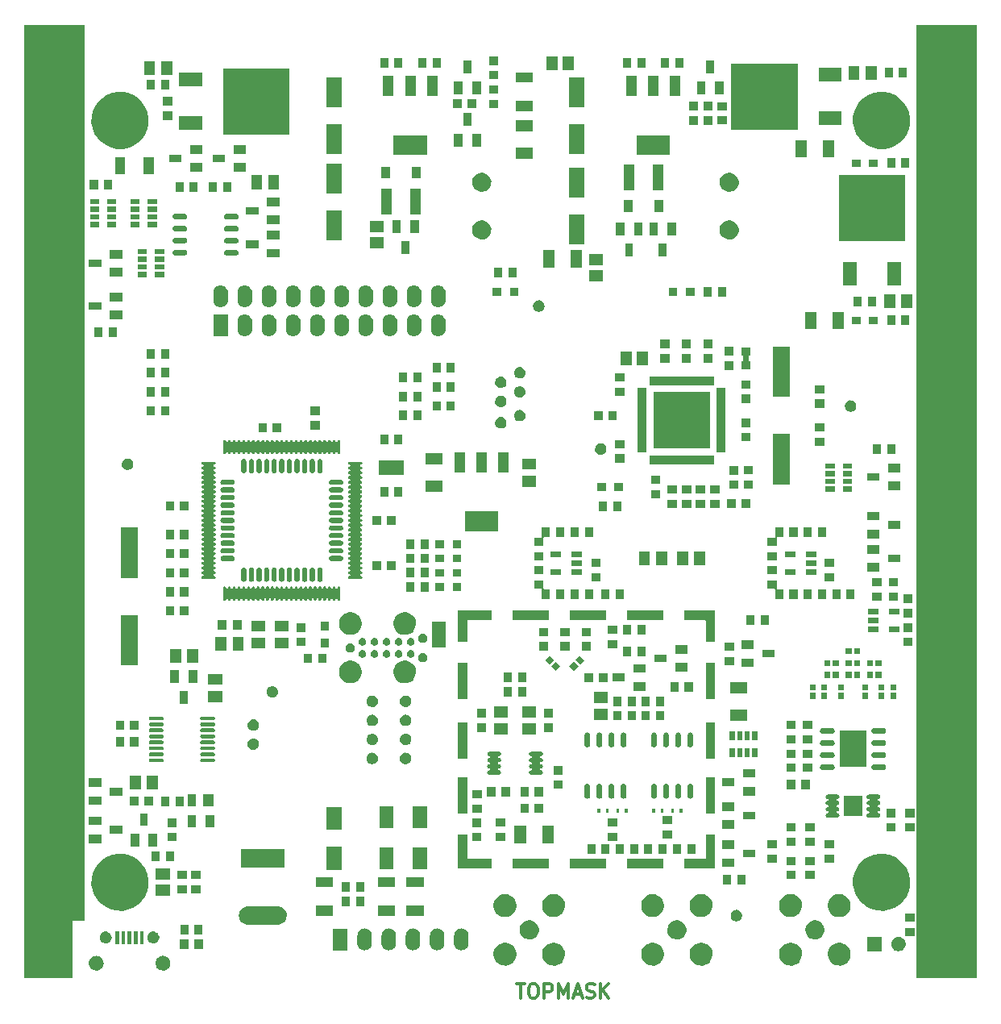
<source format=gts>
G04 #@! TF.FileFunction,Soldermask,Top*
%FSLAX46Y46*%
G04 Gerber Fmt 4.6, Leading zero omitted, Abs format (unit mm)*
G04 Created by KiCad (PCBNEW (2015-03-12 BZR 5508)-product) date Fri 13 Mar 2015 08:23:33 PM EDT*
%MOMM*%
G01*
G04 APERTURE LIST*
%ADD10C,0.100000*%
%ADD11C,0.300000*%
%ADD12C,0.600000*%
G04 APERTURE END LIST*
D10*
D11*
X126642857Y-125678571D02*
X127500000Y-125678571D01*
X127071429Y-127178571D02*
X127071429Y-125678571D01*
X128285714Y-125678571D02*
X128571428Y-125678571D01*
X128714286Y-125750000D01*
X128857143Y-125892857D01*
X128928571Y-126178571D01*
X128928571Y-126678571D01*
X128857143Y-126964286D01*
X128714286Y-127107143D01*
X128571428Y-127178571D01*
X128285714Y-127178571D01*
X128142857Y-127107143D01*
X128000000Y-126964286D01*
X127928571Y-126678571D01*
X127928571Y-126178571D01*
X128000000Y-125892857D01*
X128142857Y-125750000D01*
X128285714Y-125678571D01*
X129571429Y-127178571D02*
X129571429Y-125678571D01*
X130142857Y-125678571D01*
X130285715Y-125750000D01*
X130357143Y-125821429D01*
X130428572Y-125964286D01*
X130428572Y-126178571D01*
X130357143Y-126321429D01*
X130285715Y-126392857D01*
X130142857Y-126464286D01*
X129571429Y-126464286D01*
X131071429Y-127178571D02*
X131071429Y-125678571D01*
X131571429Y-126750000D01*
X132071429Y-125678571D01*
X132071429Y-127178571D01*
X132714286Y-126750000D02*
X133428572Y-126750000D01*
X132571429Y-127178571D02*
X133071429Y-125678571D01*
X133571429Y-127178571D01*
X134000000Y-127107143D02*
X134214286Y-127178571D01*
X134571429Y-127178571D01*
X134714286Y-127107143D01*
X134785715Y-127035714D01*
X134857143Y-126892857D01*
X134857143Y-126750000D01*
X134785715Y-126607143D01*
X134714286Y-126535714D01*
X134571429Y-126464286D01*
X134285715Y-126392857D01*
X134142857Y-126321429D01*
X134071429Y-126250000D01*
X134000000Y-126107143D01*
X134000000Y-125964286D01*
X134071429Y-125821429D01*
X134142857Y-125750000D01*
X134285715Y-125678571D01*
X134642857Y-125678571D01*
X134857143Y-125750000D01*
X135500000Y-127178571D02*
X135500000Y-125678571D01*
X136357143Y-127178571D02*
X135714286Y-126321429D01*
X136357143Y-125678571D02*
X135500000Y-126535714D01*
D12*
X150750000Y-59250000D02*
X150750000Y-60750000D01*
D10*
G36*
X81300000Y-119050000D02*
X80050000Y-119050000D01*
X80050000Y-125050000D01*
X74950000Y-125050000D01*
X74950000Y-24950000D01*
X81300000Y-24950000D01*
X81300000Y-119050000D01*
X81300000Y-119050000D01*
G37*
G36*
X82700000Y-42225000D02*
X81800000Y-42225000D01*
X81800000Y-41275000D01*
X82700000Y-41275000D01*
X82700000Y-42225000D01*
X82700000Y-42225000D01*
G37*
G36*
X82825000Y-43825000D02*
X81875000Y-43825000D01*
X81875000Y-43275000D01*
X82825000Y-43275000D01*
X82825000Y-43825000D01*
X82825000Y-43825000D01*
G37*
G36*
X82825000Y-44625000D02*
X81875000Y-44625000D01*
X81875000Y-44075000D01*
X82825000Y-44075000D01*
X82825000Y-44625000D01*
X82825000Y-44625000D01*
G37*
G36*
X82825000Y-45425000D02*
X81875000Y-45425000D01*
X81875000Y-44875000D01*
X82825000Y-44875000D01*
X82825000Y-45425000D01*
X82825000Y-45425000D01*
G37*
G36*
X82825000Y-46225000D02*
X81875000Y-46225000D01*
X81875000Y-45675000D01*
X82825000Y-45675000D01*
X82825000Y-46225000D01*
X82825000Y-46225000D01*
G37*
G36*
X83050000Y-50400000D02*
X81750000Y-50400000D01*
X81750000Y-49600000D01*
X83050000Y-49600000D01*
X83050000Y-50400000D01*
X83050000Y-50400000D01*
G37*
G36*
X83050000Y-54900000D02*
X81750000Y-54900000D01*
X81750000Y-54100000D01*
X83050000Y-54100000D01*
X83050000Y-54900000D01*
X83050000Y-54900000D01*
G37*
G36*
X83050000Y-105000000D02*
X81750000Y-105000000D01*
X81750000Y-104100000D01*
X83050000Y-104100000D01*
X83050000Y-105000000D01*
X83050000Y-105000000D01*
G37*
G36*
X83050000Y-106900000D02*
X81750000Y-106900000D01*
X81750000Y-106000000D01*
X83050000Y-106000000D01*
X83050000Y-106900000D01*
X83050000Y-106900000D01*
G37*
G36*
X83050000Y-109000000D02*
X81750000Y-109000000D01*
X81750000Y-108100000D01*
X83050000Y-108100000D01*
X83050000Y-109000000D01*
X83050000Y-109000000D01*
G37*
G36*
X83050000Y-110900000D02*
X81750000Y-110900000D01*
X81750000Y-110000000D01*
X83050000Y-110000000D01*
X83050000Y-110900000D01*
X83050000Y-110900000D01*
G37*
G36*
X83175000Y-57750000D02*
X82325000Y-57750000D01*
X82325000Y-56750000D01*
X83175000Y-56750000D01*
X83175000Y-57750000D01*
X83175000Y-57750000D01*
G37*
G36*
X83278736Y-123505406D02*
X83262935Y-123655737D01*
X83262929Y-123655755D01*
X83262921Y-123655835D01*
X83218194Y-123800325D01*
X83146254Y-123933375D01*
X83049842Y-124049917D01*
X82932628Y-124145514D01*
X82799080Y-124216523D01*
X82654282Y-124260240D01*
X82503750Y-124275000D01*
X82499341Y-124275000D01*
X82496250Y-124275000D01*
X82496175Y-124275000D01*
X82489485Y-124274953D01*
X82489480Y-124274952D01*
X82485429Y-124274924D01*
X82335118Y-124258064D01*
X82190945Y-124212330D01*
X82058401Y-124139463D01*
X81942534Y-124042239D01*
X81847758Y-123924361D01*
X81777683Y-123790320D01*
X81734977Y-123645221D01*
X81734970Y-123645154D01*
X81734964Y-123645131D01*
X81721264Y-123494594D01*
X81737065Y-123344263D01*
X81737070Y-123344244D01*
X81737079Y-123344165D01*
X81781806Y-123199675D01*
X81853746Y-123066625D01*
X81950158Y-122950083D01*
X82067372Y-122854486D01*
X82200920Y-122783477D01*
X82345718Y-122739760D01*
X82496250Y-122725000D01*
X82500659Y-122725000D01*
X82503750Y-122725000D01*
X82503825Y-122725000D01*
X82510515Y-122725047D01*
X82510519Y-122725047D01*
X82514571Y-122725076D01*
X82664882Y-122741936D01*
X82809055Y-122787670D01*
X82941599Y-122860537D01*
X83057466Y-122957761D01*
X83152242Y-123075639D01*
X83222317Y-123209680D01*
X83265023Y-123354779D01*
X83265029Y-123354845D01*
X83265036Y-123354869D01*
X83278736Y-123505406D01*
X83278736Y-123505406D01*
G37*
G36*
X84128013Y-120804358D02*
X84115273Y-120925577D01*
X84115267Y-120925595D01*
X84115259Y-120925674D01*
X84079188Y-121042197D01*
X84021172Y-121149496D01*
X83943420Y-121243482D01*
X83848894Y-121320576D01*
X83741193Y-121377841D01*
X83624420Y-121413097D01*
X83503024Y-121425000D01*
X83498614Y-121425000D01*
X83496976Y-121425000D01*
X83496908Y-121425000D01*
X83492307Y-121424968D01*
X83492300Y-121424967D01*
X83488250Y-121424939D01*
X83367031Y-121411342D01*
X83250762Y-121374460D01*
X83143872Y-121315696D01*
X83050431Y-121237290D01*
X82973998Y-121142227D01*
X82917486Y-121034129D01*
X82883046Y-120917113D01*
X82883039Y-120917046D01*
X82883033Y-120917023D01*
X82871987Y-120795642D01*
X82884727Y-120674423D01*
X82884732Y-120674404D01*
X82884741Y-120674326D01*
X82920812Y-120557803D01*
X82978828Y-120450504D01*
X83056580Y-120356518D01*
X83151106Y-120279424D01*
X83258807Y-120222159D01*
X83375580Y-120186903D01*
X83496976Y-120175000D01*
X83501386Y-120175000D01*
X83503024Y-120175000D01*
X83503092Y-120175000D01*
X83507693Y-120175032D01*
X83507699Y-120175032D01*
X83511750Y-120175061D01*
X83632969Y-120188658D01*
X83749238Y-120225540D01*
X83856128Y-120284304D01*
X83949569Y-120362710D01*
X84026002Y-120457773D01*
X84082514Y-120565871D01*
X84116954Y-120682887D01*
X84116960Y-120682953D01*
X84116967Y-120682977D01*
X84128013Y-120804358D01*
X84128013Y-120804358D01*
G37*
G36*
X84200000Y-42225000D02*
X83300000Y-42225000D01*
X83300000Y-41275000D01*
X84200000Y-41275000D01*
X84200000Y-42225000D01*
X84200000Y-42225000D01*
G37*
G36*
X84625000Y-43825000D02*
X83675000Y-43825000D01*
X83675000Y-43275000D01*
X84625000Y-43275000D01*
X84625000Y-43825000D01*
X84625000Y-43825000D01*
G37*
G36*
X84625000Y-44625000D02*
X83675000Y-44625000D01*
X83675000Y-44075000D01*
X84625000Y-44075000D01*
X84625000Y-44625000D01*
X84625000Y-44625000D01*
G37*
G36*
X84625000Y-45425000D02*
X83675000Y-45425000D01*
X83675000Y-44875000D01*
X84625000Y-44875000D01*
X84625000Y-45425000D01*
X84625000Y-45425000D01*
G37*
G36*
X84625000Y-46225000D02*
X83675000Y-46225000D01*
X83675000Y-45675000D01*
X84625000Y-45675000D01*
X84625000Y-46225000D01*
X84625000Y-46225000D01*
G37*
G36*
X84675000Y-57750000D02*
X83825000Y-57750000D01*
X83825000Y-56750000D01*
X84675000Y-56750000D01*
X84675000Y-57750000D01*
X84675000Y-57750000D01*
G37*
G36*
X84900000Y-121475000D02*
X84500000Y-121475000D01*
X84500000Y-120125000D01*
X84900000Y-120125000D01*
X84900000Y-121475000D01*
X84900000Y-121475000D01*
G37*
G36*
X85250000Y-49500000D02*
X83950000Y-49500000D01*
X83950000Y-48600000D01*
X85250000Y-48600000D01*
X85250000Y-49500000D01*
X85250000Y-49500000D01*
G37*
G36*
X85250000Y-51400000D02*
X83950000Y-51400000D01*
X83950000Y-50500000D01*
X85250000Y-50500000D01*
X85250000Y-51400000D01*
X85250000Y-51400000D01*
G37*
G36*
X85250000Y-54000000D02*
X83950000Y-54000000D01*
X83950000Y-53100000D01*
X85250000Y-53100000D01*
X85250000Y-54000000D01*
X85250000Y-54000000D01*
G37*
G36*
X85250000Y-55900000D02*
X83950000Y-55900000D01*
X83950000Y-55000000D01*
X85250000Y-55000000D01*
X85250000Y-55900000D01*
X85250000Y-55900000D01*
G37*
G36*
X85250000Y-105900000D02*
X83950000Y-105900000D01*
X83950000Y-105100000D01*
X85250000Y-105100000D01*
X85250000Y-105900000D01*
X85250000Y-105900000D01*
G37*
G36*
X85250000Y-109900000D02*
X83950000Y-109900000D01*
X83950000Y-109100000D01*
X85250000Y-109100000D01*
X85250000Y-109900000D01*
X85250000Y-109900000D01*
G37*
G36*
X85450000Y-98975000D02*
X84550000Y-98975000D01*
X84550000Y-98025000D01*
X85450000Y-98025000D01*
X85450000Y-98975000D01*
X85450000Y-98975000D01*
G37*
G36*
X85450000Y-100725000D02*
X84550000Y-100725000D01*
X84550000Y-99775000D01*
X85450000Y-99775000D01*
X85450000Y-100725000D01*
X85450000Y-100725000D01*
G37*
G36*
X85525000Y-40650000D02*
X84475000Y-40650000D01*
X84475000Y-38850000D01*
X85525000Y-38850000D01*
X85525000Y-40650000D01*
X85525000Y-40650000D01*
G37*
G36*
X85550000Y-121475000D02*
X85150000Y-121475000D01*
X85150000Y-120125000D01*
X85550000Y-120125000D01*
X85550000Y-121475000D01*
X85550000Y-121475000D01*
G37*
G36*
X86200000Y-121475000D02*
X85800000Y-121475000D01*
X85800000Y-120125000D01*
X86200000Y-120125000D01*
X86200000Y-121475000D01*
X86200000Y-121475000D01*
G37*
G36*
X86400026Y-71041167D02*
X86398149Y-71175564D01*
X86397998Y-71176227D01*
X86397998Y-71176251D01*
X86372084Y-71290309D01*
X86324226Y-71397798D01*
X86256396Y-71493954D01*
X86171186Y-71575098D01*
X86071837Y-71638146D01*
X85962136Y-71680697D01*
X85846253Y-71701131D01*
X85728612Y-71698666D01*
X85613691Y-71673400D01*
X85505866Y-71626292D01*
X85409245Y-71559138D01*
X85327506Y-71474495D01*
X85263764Y-71375587D01*
X85220448Y-71266183D01*
X85199207Y-71150450D01*
X85200850Y-71032797D01*
X85225314Y-70917700D01*
X85271669Y-70809545D01*
X85338147Y-70712458D01*
X85422216Y-70630131D01*
X85520674Y-70565702D01*
X85629772Y-70521623D01*
X85745356Y-70499574D01*
X85863026Y-70500396D01*
X85978285Y-70524055D01*
X86086755Y-70569652D01*
X86184310Y-70635453D01*
X86267220Y-70718944D01*
X86332334Y-70816950D01*
X86377176Y-70925744D01*
X86399893Y-71040474D01*
X86399892Y-71040493D01*
X86400026Y-71041167D01*
X86400026Y-71041167D01*
G37*
G36*
X86850000Y-121475000D02*
X86450000Y-121475000D01*
X86450000Y-120125000D01*
X86850000Y-120125000D01*
X86850000Y-121475000D01*
X86850000Y-121475000D01*
G37*
G36*
X86900000Y-83050000D02*
X85100000Y-83050000D01*
X85100000Y-77750000D01*
X86900000Y-77750000D01*
X86900000Y-83050000D01*
X86900000Y-83050000D01*
G37*
G36*
X86900000Y-92250000D02*
X85100000Y-92250000D01*
X85100000Y-86950000D01*
X86900000Y-86950000D01*
X86900000Y-92250000D01*
X86900000Y-92250000D01*
G37*
G36*
X86950000Y-98975000D02*
X86050000Y-98975000D01*
X86050000Y-98025000D01*
X86950000Y-98025000D01*
X86950000Y-98975000D01*
X86950000Y-98975000D01*
G37*
G36*
X86950000Y-100725000D02*
X86050000Y-100725000D01*
X86050000Y-99775000D01*
X86950000Y-99775000D01*
X86950000Y-100725000D01*
X86950000Y-100725000D01*
G37*
G36*
X86950000Y-106975000D02*
X86050000Y-106975000D01*
X86050000Y-106025000D01*
X86950000Y-106025000D01*
X86950000Y-106975000D01*
X86950000Y-106975000D01*
G37*
G36*
X87000000Y-111250000D02*
X86100000Y-111250000D01*
X86100000Y-109950000D01*
X87000000Y-109950000D01*
X87000000Y-111250000D01*
X87000000Y-111250000D01*
G37*
G36*
X87075000Y-43825000D02*
X86125000Y-43825000D01*
X86125000Y-43275000D01*
X87075000Y-43275000D01*
X87075000Y-43825000D01*
X87075000Y-43825000D01*
G37*
G36*
X87075000Y-44625000D02*
X86125000Y-44625000D01*
X86125000Y-44075000D01*
X87075000Y-44075000D01*
X87075000Y-44625000D01*
X87075000Y-44625000D01*
G37*
G36*
X87075000Y-45425000D02*
X86125000Y-45425000D01*
X86125000Y-44875000D01*
X87075000Y-44875000D01*
X87075000Y-45425000D01*
X87075000Y-45425000D01*
G37*
G36*
X87075000Y-46225000D02*
X86125000Y-46225000D01*
X86125000Y-45675000D01*
X87075000Y-45675000D01*
X87075000Y-46225000D01*
X87075000Y-46225000D01*
G37*
G36*
X87175000Y-105225000D02*
X86025000Y-105225000D01*
X86025000Y-103775000D01*
X87175000Y-103775000D01*
X87175000Y-105225000D01*
X87175000Y-105225000D01*
G37*
G36*
X87500000Y-121475000D02*
X87100000Y-121475000D01*
X87100000Y-120125000D01*
X87500000Y-120125000D01*
X87500000Y-121475000D01*
X87500000Y-121475000D01*
G37*
G36*
X87825000Y-49075000D02*
X86875000Y-49075000D01*
X86875000Y-48525000D01*
X87825000Y-48525000D01*
X87825000Y-49075000D01*
X87825000Y-49075000D01*
G37*
G36*
X87825000Y-49875000D02*
X86875000Y-49875000D01*
X86875000Y-49325000D01*
X87825000Y-49325000D01*
X87825000Y-49875000D01*
X87825000Y-49875000D01*
G37*
G36*
X87825000Y-50675000D02*
X86875000Y-50675000D01*
X86875000Y-50125000D01*
X87825000Y-50125000D01*
X87825000Y-50675000D01*
X87825000Y-50675000D01*
G37*
G36*
X87825000Y-51475000D02*
X86875000Y-51475000D01*
X86875000Y-50925000D01*
X87825000Y-50925000D01*
X87825000Y-51475000D01*
X87825000Y-51475000D01*
G37*
G36*
X87900000Y-109050000D02*
X87100000Y-109050000D01*
X87100000Y-107750000D01*
X87900000Y-107750000D01*
X87900000Y-109050000D01*
X87900000Y-109050000D01*
G37*
G36*
X88000129Y-34705835D02*
X87990746Y-35377819D01*
X87990594Y-35378486D01*
X87990594Y-35378506D01*
X87860407Y-35951528D01*
X87621108Y-36489003D01*
X87281979Y-36969748D01*
X86855925Y-37375473D01*
X86359176Y-37690720D01*
X85810668Y-37903472D01*
X85231270Y-38005636D01*
X84643069Y-37993315D01*
X84068461Y-37866979D01*
X83529337Y-37631442D01*
X83046231Y-37295674D01*
X82637541Y-36872463D01*
X82318836Y-36377930D01*
X82102257Y-35830913D01*
X81996052Y-35252247D01*
X82004266Y-34663977D01*
X82126587Y-34088501D01*
X82358357Y-33547741D01*
X82690745Y-33062303D01*
X83111090Y-32650669D01*
X83603383Y-32328522D01*
X84148873Y-32108129D01*
X84726786Y-31997886D01*
X85315103Y-32001994D01*
X85891421Y-32120295D01*
X86433778Y-32348281D01*
X86921530Y-32677273D01*
X87336086Y-33094734D01*
X87661662Y-33584766D01*
X87885859Y-34128708D01*
X87999996Y-34705145D01*
X87999995Y-34705162D01*
X88000129Y-34705835D01*
X88000129Y-34705835D01*
G37*
G36*
X88000129Y-114705835D02*
X87990746Y-115377819D01*
X87990594Y-115378486D01*
X87990594Y-115378506D01*
X87860407Y-115951528D01*
X87621108Y-116489003D01*
X87281979Y-116969748D01*
X86855925Y-117375473D01*
X86359176Y-117690720D01*
X85810668Y-117903472D01*
X85231270Y-118005636D01*
X84643069Y-117993315D01*
X84068461Y-117866979D01*
X83529337Y-117631442D01*
X83046231Y-117295674D01*
X82637541Y-116872463D01*
X82318836Y-116377930D01*
X82102257Y-115830913D01*
X81996052Y-115252247D01*
X82004266Y-114663977D01*
X82126587Y-114088501D01*
X82358357Y-113547741D01*
X82690745Y-113062303D01*
X83111090Y-112650669D01*
X83603383Y-112328522D01*
X84148873Y-112108129D01*
X84726786Y-111997886D01*
X85315103Y-112001994D01*
X85891421Y-112120295D01*
X86433778Y-112348281D01*
X86921530Y-112677273D01*
X87336086Y-113094734D01*
X87661662Y-113584766D01*
X87885859Y-114128708D01*
X87999996Y-114705145D01*
X87999995Y-114705162D01*
X88000129Y-114705835D01*
X88000129Y-114705835D01*
G37*
G36*
X88450000Y-106975000D02*
X87550000Y-106975000D01*
X87550000Y-106025000D01*
X88450000Y-106025000D01*
X88450000Y-106975000D01*
X88450000Y-106975000D01*
G37*
G36*
X88525000Y-40650000D02*
X87475000Y-40650000D01*
X87475000Y-38850000D01*
X88525000Y-38850000D01*
X88525000Y-40650000D01*
X88525000Y-40650000D01*
G37*
G36*
X88675000Y-30225000D02*
X87525000Y-30225000D01*
X87525000Y-28775000D01*
X88675000Y-28775000D01*
X88675000Y-30225000D01*
X88675000Y-30225000D01*
G37*
G36*
X88675000Y-31750000D02*
X87825000Y-31750000D01*
X87825000Y-30750000D01*
X88675000Y-30750000D01*
X88675000Y-31750000D01*
X88675000Y-31750000D01*
G37*
G36*
X88675000Y-60000000D02*
X87825000Y-60000000D01*
X87825000Y-59000000D01*
X88675000Y-59000000D01*
X88675000Y-60000000D01*
X88675000Y-60000000D01*
G37*
G36*
X88675000Y-62000000D02*
X87825000Y-62000000D01*
X87825000Y-61000000D01*
X88675000Y-61000000D01*
X88675000Y-62000000D01*
X88675000Y-62000000D01*
G37*
G36*
X88675000Y-64000000D02*
X87825000Y-64000000D01*
X87825000Y-63000000D01*
X88675000Y-63000000D01*
X88675000Y-64000000D01*
X88675000Y-64000000D01*
G37*
G36*
X88675000Y-66000000D02*
X87825000Y-66000000D01*
X87825000Y-65000000D01*
X88675000Y-65000000D01*
X88675000Y-66000000D01*
X88675000Y-66000000D01*
G37*
G36*
X88875000Y-43825000D02*
X87925000Y-43825000D01*
X87925000Y-43275000D01*
X88875000Y-43275000D01*
X88875000Y-43825000D01*
X88875000Y-43825000D01*
G37*
G36*
X88875000Y-44625000D02*
X87925000Y-44625000D01*
X87925000Y-44075000D01*
X88875000Y-44075000D01*
X88875000Y-44625000D01*
X88875000Y-44625000D01*
G37*
G36*
X88875000Y-45425000D02*
X87925000Y-45425000D01*
X87925000Y-44875000D01*
X88875000Y-44875000D01*
X88875000Y-45425000D01*
X88875000Y-45425000D01*
G37*
G36*
X88875000Y-46225000D02*
X87925000Y-46225000D01*
X87925000Y-45675000D01*
X88875000Y-45675000D01*
X88875000Y-46225000D01*
X88875000Y-46225000D01*
G37*
G36*
X88900000Y-111250000D02*
X88000000Y-111250000D01*
X88000000Y-109950000D01*
X88900000Y-109950000D01*
X88900000Y-111250000D01*
X88900000Y-111250000D01*
G37*
G36*
X88975000Y-105225000D02*
X87825000Y-105225000D01*
X87825000Y-103775000D01*
X88975000Y-103775000D01*
X88975000Y-105225000D01*
X88975000Y-105225000D01*
G37*
G36*
X89128013Y-120804358D02*
X89115273Y-120925577D01*
X89115267Y-120925595D01*
X89115259Y-120925674D01*
X89079188Y-121042197D01*
X89021172Y-121149496D01*
X88943420Y-121243482D01*
X88848894Y-121320576D01*
X88741193Y-121377841D01*
X88624420Y-121413097D01*
X88503024Y-121425000D01*
X88498614Y-121425000D01*
X88496976Y-121425000D01*
X88496908Y-121425000D01*
X88492307Y-121424968D01*
X88492300Y-121424967D01*
X88488250Y-121424939D01*
X88367031Y-121411342D01*
X88250762Y-121374460D01*
X88143872Y-121315696D01*
X88050431Y-121237290D01*
X87973998Y-121142227D01*
X87917486Y-121034129D01*
X87883046Y-120917113D01*
X87883039Y-120917046D01*
X87883033Y-120917023D01*
X87871987Y-120795642D01*
X87884727Y-120674423D01*
X87884732Y-120674404D01*
X87884741Y-120674326D01*
X87920812Y-120557803D01*
X87978828Y-120450504D01*
X88056580Y-120356518D01*
X88151106Y-120279424D01*
X88258807Y-120222159D01*
X88375580Y-120186903D01*
X88496976Y-120175000D01*
X88501386Y-120175000D01*
X88503024Y-120175000D01*
X88503092Y-120175000D01*
X88507693Y-120175032D01*
X88507699Y-120175032D01*
X88511750Y-120175061D01*
X88632969Y-120188658D01*
X88749238Y-120225540D01*
X88856128Y-120284304D01*
X88949569Y-120362710D01*
X89026002Y-120457773D01*
X89082514Y-120565871D01*
X89116954Y-120682887D01*
X89116960Y-120682953D01*
X89116967Y-120682977D01*
X89128013Y-120804358D01*
X89128013Y-120804358D01*
G37*
G36*
X89175000Y-112750000D02*
X88325000Y-112750000D01*
X88325000Y-111750000D01*
X89175000Y-111750000D01*
X89175000Y-112750000D01*
X89175000Y-112750000D01*
G37*
G36*
X89578750Y-97796392D02*
X89574680Y-97835117D01*
X89574673Y-97835139D01*
X89574665Y-97835216D01*
X89563123Y-97872503D01*
X89544558Y-97906839D01*
X89519677Y-97936914D01*
X89489428Y-97961584D01*
X89454964Y-97979909D01*
X89417597Y-97991191D01*
X89378750Y-97995000D01*
X89374341Y-97995000D01*
X88222430Y-97995000D01*
X88221250Y-97995000D01*
X88218458Y-97994981D01*
X88179668Y-97990630D01*
X88142462Y-97978827D01*
X88108257Y-97960023D01*
X88078355Y-97934933D01*
X88053897Y-97904513D01*
X88035813Y-97869921D01*
X88024793Y-97832476D01*
X88024787Y-97832414D01*
X88024779Y-97832386D01*
X88021250Y-97793608D01*
X88025320Y-97754883D01*
X88025326Y-97754860D01*
X88025335Y-97754784D01*
X88036877Y-97717497D01*
X88055442Y-97683161D01*
X88080323Y-97653086D01*
X88110572Y-97628416D01*
X88145036Y-97610091D01*
X88182403Y-97598809D01*
X88221250Y-97595000D01*
X88225659Y-97595000D01*
X89377570Y-97595000D01*
X89378750Y-97595000D01*
X89381542Y-97595019D01*
X89420332Y-97599370D01*
X89457538Y-97611173D01*
X89491743Y-97629977D01*
X89521645Y-97655067D01*
X89546103Y-97685487D01*
X89564187Y-97720079D01*
X89575207Y-97757524D01*
X89575212Y-97757585D01*
X89575221Y-97757614D01*
X89578750Y-97796392D01*
X89578750Y-97796392D01*
G37*
G36*
X89578750Y-98426392D02*
X89574680Y-98465117D01*
X89574673Y-98465139D01*
X89574665Y-98465216D01*
X89563123Y-98502503D01*
X89544558Y-98536839D01*
X89519677Y-98566914D01*
X89489428Y-98591584D01*
X89454964Y-98609909D01*
X89417597Y-98621191D01*
X89378750Y-98625000D01*
X89374341Y-98625000D01*
X88222430Y-98625000D01*
X88221250Y-98625000D01*
X88218458Y-98624981D01*
X88179668Y-98620630D01*
X88142462Y-98608827D01*
X88108257Y-98590023D01*
X88078355Y-98564933D01*
X88053897Y-98534513D01*
X88035813Y-98499921D01*
X88024793Y-98462476D01*
X88024787Y-98462414D01*
X88024779Y-98462386D01*
X88021250Y-98423608D01*
X88025320Y-98384883D01*
X88025326Y-98384860D01*
X88025335Y-98384784D01*
X88036877Y-98347497D01*
X88055442Y-98313161D01*
X88080323Y-98283086D01*
X88110572Y-98258416D01*
X88145036Y-98240091D01*
X88182403Y-98228809D01*
X88221250Y-98225000D01*
X88225659Y-98225000D01*
X89377570Y-98225000D01*
X89378750Y-98225000D01*
X89381542Y-98225019D01*
X89420332Y-98229370D01*
X89457538Y-98241173D01*
X89491743Y-98259977D01*
X89521645Y-98285067D01*
X89546103Y-98315487D01*
X89564187Y-98350079D01*
X89575207Y-98387524D01*
X89575212Y-98387585D01*
X89575221Y-98387614D01*
X89578750Y-98426392D01*
X89578750Y-98426392D01*
G37*
G36*
X89578750Y-99056392D02*
X89574680Y-99095117D01*
X89574673Y-99095139D01*
X89574665Y-99095216D01*
X89563123Y-99132503D01*
X89544558Y-99166839D01*
X89519677Y-99196914D01*
X89489428Y-99221584D01*
X89454964Y-99239909D01*
X89417597Y-99251191D01*
X89378750Y-99255000D01*
X89374341Y-99255000D01*
X88222430Y-99255000D01*
X88221250Y-99255000D01*
X88218458Y-99254981D01*
X88179668Y-99250630D01*
X88142462Y-99238827D01*
X88108257Y-99220023D01*
X88078355Y-99194933D01*
X88053897Y-99164513D01*
X88035813Y-99129921D01*
X88024793Y-99092476D01*
X88024787Y-99092414D01*
X88024779Y-99092386D01*
X88021250Y-99053608D01*
X88025320Y-99014883D01*
X88025326Y-99014860D01*
X88025335Y-99014784D01*
X88036877Y-98977497D01*
X88055442Y-98943161D01*
X88080323Y-98913086D01*
X88110572Y-98888416D01*
X88145036Y-98870091D01*
X88182403Y-98858809D01*
X88221250Y-98855000D01*
X88225659Y-98855000D01*
X89377570Y-98855000D01*
X89378750Y-98855000D01*
X89381542Y-98855019D01*
X89420332Y-98859370D01*
X89457538Y-98871173D01*
X89491743Y-98889977D01*
X89521645Y-98915067D01*
X89546103Y-98945487D01*
X89564187Y-98980079D01*
X89575207Y-99017524D01*
X89575212Y-99017585D01*
X89575221Y-99017614D01*
X89578750Y-99056392D01*
X89578750Y-99056392D01*
G37*
G36*
X89578750Y-99686392D02*
X89574680Y-99725117D01*
X89574673Y-99725139D01*
X89574665Y-99725216D01*
X89563123Y-99762503D01*
X89544558Y-99796839D01*
X89519677Y-99826914D01*
X89489428Y-99851584D01*
X89454964Y-99869909D01*
X89417597Y-99881191D01*
X89378750Y-99885000D01*
X89374341Y-99885000D01*
X88222430Y-99885000D01*
X88221250Y-99885000D01*
X88218458Y-99884981D01*
X88179668Y-99880630D01*
X88142462Y-99868827D01*
X88108257Y-99850023D01*
X88078355Y-99824933D01*
X88053897Y-99794513D01*
X88035813Y-99759921D01*
X88024793Y-99722476D01*
X88024787Y-99722414D01*
X88024779Y-99722386D01*
X88021250Y-99683608D01*
X88025320Y-99644883D01*
X88025326Y-99644860D01*
X88025335Y-99644784D01*
X88036877Y-99607497D01*
X88055442Y-99573161D01*
X88080323Y-99543086D01*
X88110572Y-99518416D01*
X88145036Y-99500091D01*
X88182403Y-99488809D01*
X88221250Y-99485000D01*
X88225659Y-99485000D01*
X89377570Y-99485000D01*
X89378750Y-99485000D01*
X89381542Y-99485019D01*
X89420332Y-99489370D01*
X89457538Y-99501173D01*
X89491743Y-99519977D01*
X89521645Y-99545067D01*
X89546103Y-99575487D01*
X89564187Y-99610079D01*
X89575207Y-99647524D01*
X89575212Y-99647585D01*
X89575221Y-99647614D01*
X89578750Y-99686392D01*
X89578750Y-99686392D01*
G37*
G36*
X89578750Y-100316392D02*
X89574680Y-100355117D01*
X89574673Y-100355139D01*
X89574665Y-100355216D01*
X89563123Y-100392503D01*
X89544558Y-100426839D01*
X89519677Y-100456914D01*
X89489428Y-100481584D01*
X89454964Y-100499909D01*
X89417597Y-100511191D01*
X89378750Y-100515000D01*
X89374341Y-100515000D01*
X88222430Y-100515000D01*
X88221250Y-100515000D01*
X88218458Y-100514981D01*
X88179668Y-100510630D01*
X88142462Y-100498827D01*
X88108257Y-100480023D01*
X88078355Y-100454933D01*
X88053897Y-100424513D01*
X88035813Y-100389921D01*
X88024793Y-100352476D01*
X88024787Y-100352414D01*
X88024779Y-100352386D01*
X88021250Y-100313608D01*
X88025320Y-100274883D01*
X88025326Y-100274860D01*
X88025335Y-100274784D01*
X88036877Y-100237497D01*
X88055442Y-100203161D01*
X88080323Y-100173086D01*
X88110572Y-100148416D01*
X88145036Y-100130091D01*
X88182403Y-100118809D01*
X88221250Y-100115000D01*
X88225659Y-100115000D01*
X89377570Y-100115000D01*
X89378750Y-100115000D01*
X89381542Y-100115019D01*
X89420332Y-100119370D01*
X89457538Y-100131173D01*
X89491743Y-100149977D01*
X89521645Y-100175067D01*
X89546103Y-100205487D01*
X89564187Y-100240079D01*
X89575207Y-100277524D01*
X89575212Y-100277585D01*
X89575221Y-100277614D01*
X89578750Y-100316392D01*
X89578750Y-100316392D01*
G37*
G36*
X89578750Y-100946392D02*
X89574680Y-100985117D01*
X89574673Y-100985139D01*
X89574665Y-100985216D01*
X89563123Y-101022503D01*
X89544558Y-101056839D01*
X89519677Y-101086914D01*
X89489428Y-101111584D01*
X89454964Y-101129909D01*
X89417597Y-101141191D01*
X89378750Y-101145000D01*
X89374341Y-101145000D01*
X88222430Y-101145000D01*
X88221250Y-101145000D01*
X88218458Y-101144981D01*
X88179668Y-101140630D01*
X88142462Y-101128827D01*
X88108257Y-101110023D01*
X88078355Y-101084933D01*
X88053897Y-101054513D01*
X88035813Y-101019921D01*
X88024793Y-100982476D01*
X88024787Y-100982414D01*
X88024779Y-100982386D01*
X88021250Y-100943608D01*
X88025320Y-100904883D01*
X88025326Y-100904860D01*
X88025335Y-100904784D01*
X88036877Y-100867497D01*
X88055442Y-100833161D01*
X88080323Y-100803086D01*
X88110572Y-100778416D01*
X88145036Y-100760091D01*
X88182403Y-100748809D01*
X88221250Y-100745000D01*
X88225659Y-100745000D01*
X89377570Y-100745000D01*
X89378750Y-100745000D01*
X89381542Y-100745019D01*
X89420332Y-100749370D01*
X89457538Y-100761173D01*
X89491743Y-100779977D01*
X89521645Y-100805067D01*
X89546103Y-100835487D01*
X89564187Y-100870079D01*
X89575207Y-100907524D01*
X89575212Y-100907585D01*
X89575221Y-100907614D01*
X89578750Y-100946392D01*
X89578750Y-100946392D01*
G37*
G36*
X89578750Y-101576392D02*
X89574680Y-101615117D01*
X89574673Y-101615139D01*
X89574665Y-101615216D01*
X89563123Y-101652503D01*
X89544558Y-101686839D01*
X89519677Y-101716914D01*
X89489428Y-101741584D01*
X89454964Y-101759909D01*
X89417597Y-101771191D01*
X89378750Y-101775000D01*
X89374341Y-101775000D01*
X88222430Y-101775000D01*
X88221250Y-101775000D01*
X88218458Y-101774981D01*
X88179668Y-101770630D01*
X88142462Y-101758827D01*
X88108257Y-101740023D01*
X88078355Y-101714933D01*
X88053897Y-101684513D01*
X88035813Y-101649921D01*
X88024793Y-101612476D01*
X88024787Y-101612414D01*
X88024779Y-101612386D01*
X88021250Y-101573608D01*
X88025320Y-101534883D01*
X88025326Y-101534860D01*
X88025335Y-101534784D01*
X88036877Y-101497497D01*
X88055442Y-101463161D01*
X88080323Y-101433086D01*
X88110572Y-101408416D01*
X88145036Y-101390091D01*
X88182403Y-101378809D01*
X88221250Y-101375000D01*
X88225659Y-101375000D01*
X89377570Y-101375000D01*
X89378750Y-101375000D01*
X89381542Y-101375019D01*
X89420332Y-101379370D01*
X89457538Y-101391173D01*
X89491743Y-101409977D01*
X89521645Y-101435067D01*
X89546103Y-101465487D01*
X89564187Y-101500079D01*
X89575207Y-101537524D01*
X89575212Y-101537585D01*
X89575221Y-101537614D01*
X89578750Y-101576392D01*
X89578750Y-101576392D01*
G37*
G36*
X89578750Y-102206392D02*
X89574680Y-102245117D01*
X89574673Y-102245139D01*
X89574665Y-102245216D01*
X89563123Y-102282503D01*
X89544558Y-102316839D01*
X89519677Y-102346914D01*
X89489428Y-102371584D01*
X89454964Y-102389909D01*
X89417597Y-102401191D01*
X89378750Y-102405000D01*
X89374341Y-102405000D01*
X88222430Y-102405000D01*
X88221250Y-102405000D01*
X88218458Y-102404981D01*
X88179668Y-102400630D01*
X88142462Y-102388827D01*
X88108257Y-102370023D01*
X88078355Y-102344933D01*
X88053897Y-102314513D01*
X88035813Y-102279921D01*
X88024793Y-102242476D01*
X88024787Y-102242414D01*
X88024779Y-102242386D01*
X88021250Y-102203608D01*
X88025320Y-102164883D01*
X88025326Y-102164860D01*
X88025335Y-102164784D01*
X88036877Y-102127497D01*
X88055442Y-102093161D01*
X88080323Y-102063086D01*
X88110572Y-102038416D01*
X88145036Y-102020091D01*
X88182403Y-102008809D01*
X88221250Y-102005000D01*
X88225659Y-102005000D01*
X89377570Y-102005000D01*
X89378750Y-102005000D01*
X89381542Y-102005019D01*
X89420332Y-102009370D01*
X89457538Y-102021173D01*
X89491743Y-102039977D01*
X89521645Y-102065067D01*
X89546103Y-102095487D01*
X89564187Y-102130079D01*
X89575207Y-102167524D01*
X89575212Y-102167585D01*
X89575221Y-102167614D01*
X89578750Y-102206392D01*
X89578750Y-102206392D01*
G37*
G36*
X89625000Y-49075000D02*
X88675000Y-49075000D01*
X88675000Y-48525000D01*
X89625000Y-48525000D01*
X89625000Y-49075000D01*
X89625000Y-49075000D01*
G37*
G36*
X89625000Y-49875000D02*
X88675000Y-49875000D01*
X88675000Y-49325000D01*
X89625000Y-49325000D01*
X89625000Y-49875000D01*
X89625000Y-49875000D01*
G37*
G36*
X89625000Y-50675000D02*
X88675000Y-50675000D01*
X88675000Y-50125000D01*
X89625000Y-50125000D01*
X89625000Y-50675000D01*
X89625000Y-50675000D01*
G37*
G36*
X89625000Y-51475000D02*
X88675000Y-51475000D01*
X88675000Y-50925000D01*
X89625000Y-50925000D01*
X89625000Y-51475000D01*
X89625000Y-51475000D01*
G37*
G36*
X90175000Y-31750000D02*
X89325000Y-31750000D01*
X89325000Y-30750000D01*
X90175000Y-30750000D01*
X90175000Y-31750000D01*
X90175000Y-31750000D01*
G37*
G36*
X90175000Y-60000000D02*
X89325000Y-60000000D01*
X89325000Y-59000000D01*
X90175000Y-59000000D01*
X90175000Y-60000000D01*
X90175000Y-60000000D01*
G37*
G36*
X90175000Y-62000000D02*
X89325000Y-62000000D01*
X89325000Y-61000000D01*
X90175000Y-61000000D01*
X90175000Y-62000000D01*
X90175000Y-62000000D01*
G37*
G36*
X90175000Y-64000000D02*
X89325000Y-64000000D01*
X89325000Y-63000000D01*
X90175000Y-63000000D01*
X90175000Y-64000000D01*
X90175000Y-64000000D01*
G37*
G36*
X90175000Y-66000000D02*
X89325000Y-66000000D01*
X89325000Y-65000000D01*
X90175000Y-65000000D01*
X90175000Y-66000000D01*
X90175000Y-66000000D01*
G37*
G36*
X90175000Y-107000000D02*
X89325000Y-107000000D01*
X89325000Y-106000000D01*
X90175000Y-106000000D01*
X90175000Y-107000000D01*
X90175000Y-107000000D01*
G37*
G36*
X90225000Y-114750000D02*
X88775000Y-114750000D01*
X88775000Y-113550000D01*
X90225000Y-113550000D01*
X90225000Y-114750000D01*
X90225000Y-114750000D01*
G37*
G36*
X90225000Y-116450000D02*
X88775000Y-116450000D01*
X88775000Y-115250000D01*
X90225000Y-115250000D01*
X90225000Y-116450000D01*
X90225000Y-116450000D01*
G37*
G36*
X90278736Y-123505406D02*
X90262935Y-123655737D01*
X90262929Y-123655755D01*
X90262921Y-123655835D01*
X90218194Y-123800325D01*
X90146254Y-123933375D01*
X90049842Y-124049917D01*
X89932628Y-124145514D01*
X89799080Y-124216523D01*
X89654282Y-124260240D01*
X89503750Y-124275000D01*
X89499341Y-124275000D01*
X89496250Y-124275000D01*
X89496175Y-124275000D01*
X89489485Y-124274953D01*
X89489480Y-124274952D01*
X89485429Y-124274924D01*
X89335118Y-124258064D01*
X89190945Y-124212330D01*
X89058401Y-124139463D01*
X88942534Y-124042239D01*
X88847758Y-123924361D01*
X88777683Y-123790320D01*
X88734977Y-123645221D01*
X88734970Y-123645154D01*
X88734964Y-123645131D01*
X88721264Y-123494594D01*
X88737065Y-123344263D01*
X88737070Y-123344244D01*
X88737079Y-123344165D01*
X88781806Y-123199675D01*
X88853746Y-123066625D01*
X88950158Y-122950083D01*
X89067372Y-122854486D01*
X89200920Y-122783477D01*
X89345718Y-122739760D01*
X89496250Y-122725000D01*
X89500659Y-122725000D01*
X89503750Y-122725000D01*
X89503825Y-122725000D01*
X89510515Y-122725047D01*
X89510519Y-122725047D01*
X89514571Y-122725076D01*
X89664882Y-122741936D01*
X89809055Y-122787670D01*
X89941599Y-122860537D01*
X90057466Y-122957761D01*
X90152242Y-123075639D01*
X90222317Y-123209680D01*
X90265023Y-123354779D01*
X90265029Y-123354845D01*
X90265036Y-123354869D01*
X90278736Y-123505406D01*
X90278736Y-123505406D01*
G37*
G36*
X90475000Y-30225000D02*
X89325000Y-30225000D01*
X89325000Y-28775000D01*
X90475000Y-28775000D01*
X90475000Y-30225000D01*
X90475000Y-30225000D01*
G37*
G36*
X90475000Y-33450000D02*
X89525000Y-33450000D01*
X89525000Y-32550000D01*
X90475000Y-32550000D01*
X90475000Y-33450000D01*
X90475000Y-33450000D01*
G37*
G36*
X90475000Y-34950000D02*
X89525000Y-34950000D01*
X89525000Y-34050000D01*
X90475000Y-34050000D01*
X90475000Y-34950000D01*
X90475000Y-34950000D01*
G37*
G36*
X90675000Y-112750000D02*
X89825000Y-112750000D01*
X89825000Y-111750000D01*
X90675000Y-111750000D01*
X90675000Y-112750000D01*
X90675000Y-112750000D01*
G37*
G36*
X90700000Y-75975000D02*
X89800000Y-75975000D01*
X89800000Y-75025000D01*
X90700000Y-75025000D01*
X90700000Y-75975000D01*
X90700000Y-75975000D01*
G37*
G36*
X90700000Y-78975000D02*
X89800000Y-78975000D01*
X89800000Y-78025000D01*
X90700000Y-78025000D01*
X90700000Y-78975000D01*
X90700000Y-78975000D01*
G37*
G36*
X90700000Y-80975000D02*
X89800000Y-80975000D01*
X89800000Y-80025000D01*
X90700000Y-80025000D01*
X90700000Y-80975000D01*
X90700000Y-80975000D01*
G37*
G36*
X90700000Y-82975000D02*
X89800000Y-82975000D01*
X89800000Y-82025000D01*
X90700000Y-82025000D01*
X90700000Y-82975000D01*
X90700000Y-82975000D01*
G37*
G36*
X90700000Y-84975000D02*
X89800000Y-84975000D01*
X89800000Y-84025000D01*
X90700000Y-84025000D01*
X90700000Y-84975000D01*
X90700000Y-84975000D01*
G37*
G36*
X90700000Y-86975000D02*
X89800000Y-86975000D01*
X89800000Y-86025000D01*
X90700000Y-86025000D01*
X90700000Y-86975000D01*
X90700000Y-86975000D01*
G37*
G36*
X90975000Y-109200000D02*
X90025000Y-109200000D01*
X90025000Y-108300000D01*
X90975000Y-108300000D01*
X90975000Y-109200000D01*
X90975000Y-109200000D01*
G37*
G36*
X90975000Y-110700000D02*
X90025000Y-110700000D01*
X90025000Y-109800000D01*
X90975000Y-109800000D01*
X90975000Y-110700000D01*
X90975000Y-110700000D01*
G37*
G36*
X91200000Y-94050000D02*
X90300000Y-94050000D01*
X90300000Y-92750000D01*
X91200000Y-92750000D01*
X91200000Y-94050000D01*
X91200000Y-94050000D01*
G37*
G36*
X91425000Y-91975000D02*
X90275000Y-91975000D01*
X90275000Y-90525000D01*
X91425000Y-90525000D01*
X91425000Y-91975000D01*
X91425000Y-91975000D01*
G37*
G36*
X91450000Y-39400000D02*
X90150000Y-39400000D01*
X90150000Y-38600000D01*
X91450000Y-38600000D01*
X91450000Y-39400000D01*
X91450000Y-39400000D01*
G37*
G36*
X91675000Y-42500000D02*
X90825000Y-42500000D01*
X90825000Y-41500000D01*
X91675000Y-41500000D01*
X91675000Y-42500000D01*
X91675000Y-42500000D01*
G37*
G36*
X91675000Y-107000000D02*
X90825000Y-107000000D01*
X90825000Y-106000000D01*
X91675000Y-106000000D01*
X91675000Y-107000000D01*
X91675000Y-107000000D01*
G37*
G36*
X92000000Y-114675000D02*
X91000000Y-114675000D01*
X91000000Y-113825000D01*
X92000000Y-113825000D01*
X92000000Y-114675000D01*
X92000000Y-114675000D01*
G37*
G36*
X92000000Y-116175000D02*
X91000000Y-116175000D01*
X91000000Y-115325000D01*
X92000000Y-115325000D01*
X92000000Y-116175000D01*
X92000000Y-116175000D01*
G37*
G36*
X92078747Y-45097090D02*
X92072637Y-45155225D01*
X92072631Y-45155243D01*
X92072623Y-45155323D01*
X92055309Y-45211255D01*
X92027461Y-45262758D01*
X91990140Y-45307871D01*
X91944767Y-45344876D01*
X91893071Y-45372364D01*
X91837020Y-45389287D01*
X91778750Y-45395000D01*
X91774341Y-45395000D01*
X90821250Y-45395000D01*
X90821118Y-45395000D01*
X90821109Y-45394999D01*
X90817061Y-45394971D01*
X90758876Y-45388444D01*
X90703067Y-45370741D01*
X90651760Y-45342534D01*
X90606908Y-45304899D01*
X90570221Y-45259269D01*
X90543095Y-45207382D01*
X90526564Y-45151214D01*
X90526557Y-45151146D01*
X90526550Y-45151120D01*
X90521253Y-45092910D01*
X90527363Y-45034775D01*
X90527368Y-45034756D01*
X90527377Y-45034677D01*
X90544691Y-44978745D01*
X90572539Y-44927242D01*
X90609860Y-44882129D01*
X90655233Y-44845124D01*
X90706929Y-44817636D01*
X90762980Y-44800713D01*
X90821250Y-44795000D01*
X90825659Y-44795000D01*
X91778750Y-44795000D01*
X91778882Y-44795000D01*
X91778890Y-44795000D01*
X91782939Y-44795029D01*
X91841124Y-44801556D01*
X91896933Y-44819259D01*
X91948240Y-44847466D01*
X91993092Y-44885101D01*
X92029779Y-44930731D01*
X92056905Y-44982618D01*
X92073436Y-45038786D01*
X92073442Y-45038853D01*
X92073450Y-45038880D01*
X92078747Y-45097090D01*
X92078747Y-45097090D01*
G37*
G36*
X92078747Y-46367090D02*
X92072637Y-46425225D01*
X92072631Y-46425243D01*
X92072623Y-46425323D01*
X92055309Y-46481255D01*
X92027461Y-46532758D01*
X91990140Y-46577871D01*
X91944767Y-46614876D01*
X91893071Y-46642364D01*
X91837020Y-46659287D01*
X91778750Y-46665000D01*
X91774341Y-46665000D01*
X90821250Y-46665000D01*
X90821118Y-46665000D01*
X90821109Y-46664999D01*
X90817061Y-46664971D01*
X90758876Y-46658444D01*
X90703067Y-46640741D01*
X90651760Y-46612534D01*
X90606908Y-46574899D01*
X90570221Y-46529269D01*
X90543095Y-46477382D01*
X90526564Y-46421214D01*
X90526557Y-46421146D01*
X90526550Y-46421120D01*
X90521253Y-46362910D01*
X90527363Y-46304775D01*
X90527368Y-46304756D01*
X90527377Y-46304677D01*
X90544691Y-46248745D01*
X90572539Y-46197242D01*
X90609860Y-46152129D01*
X90655233Y-46115124D01*
X90706929Y-46087636D01*
X90762980Y-46070713D01*
X90821250Y-46065000D01*
X90825659Y-46065000D01*
X91778750Y-46065000D01*
X91778882Y-46065000D01*
X91778890Y-46065000D01*
X91782939Y-46065029D01*
X91841124Y-46071556D01*
X91896933Y-46089259D01*
X91948240Y-46117466D01*
X91993092Y-46155101D01*
X92029779Y-46200731D01*
X92056905Y-46252618D01*
X92073436Y-46308786D01*
X92073442Y-46308853D01*
X92073450Y-46308880D01*
X92078747Y-46367090D01*
X92078747Y-46367090D01*
G37*
G36*
X92078748Y-47636915D02*
X92073148Y-47690198D01*
X92073140Y-47690220D01*
X92073133Y-47690296D01*
X92057262Y-47741567D01*
X92031735Y-47788778D01*
X91997524Y-47830132D01*
X91955933Y-47864053D01*
X91908544Y-47889250D01*
X91857164Y-47904763D01*
X91803750Y-47910000D01*
X91799340Y-47910000D01*
X90796453Y-47910000D01*
X90796250Y-47910000D01*
X90792410Y-47909973D01*
X90739074Y-47903991D01*
X90687916Y-47887762D01*
X90640884Y-47861906D01*
X90599770Y-47827407D01*
X90566140Y-47785580D01*
X90541274Y-47738017D01*
X90526121Y-47686530D01*
X90526115Y-47686465D01*
X90526107Y-47686438D01*
X90521252Y-47633085D01*
X90526852Y-47579802D01*
X90526859Y-47579779D01*
X90526867Y-47579704D01*
X90542738Y-47528433D01*
X90568265Y-47481222D01*
X90602476Y-47439868D01*
X90644067Y-47405947D01*
X90691456Y-47380750D01*
X90742836Y-47365237D01*
X90796250Y-47360000D01*
X90800660Y-47360000D01*
X91803547Y-47360000D01*
X91803750Y-47360000D01*
X91807590Y-47360027D01*
X91860926Y-47366009D01*
X91912084Y-47382238D01*
X91959116Y-47408094D01*
X92000230Y-47442593D01*
X92033860Y-47484420D01*
X92058726Y-47531983D01*
X92073879Y-47583470D01*
X92073884Y-47583534D01*
X92073893Y-47583562D01*
X92078748Y-47636915D01*
X92078748Y-47636915D01*
G37*
G36*
X92078748Y-48906915D02*
X92073148Y-48960198D01*
X92073140Y-48960220D01*
X92073133Y-48960296D01*
X92057262Y-49011567D01*
X92031735Y-49058778D01*
X91997524Y-49100132D01*
X91955933Y-49134053D01*
X91908544Y-49159250D01*
X91857164Y-49174763D01*
X91803750Y-49180000D01*
X91799340Y-49180000D01*
X90796453Y-49180000D01*
X90796250Y-49180000D01*
X90792410Y-49179973D01*
X90739074Y-49173991D01*
X90687916Y-49157762D01*
X90640884Y-49131906D01*
X90599770Y-49097407D01*
X90566140Y-49055580D01*
X90541274Y-49008017D01*
X90526121Y-48956530D01*
X90526115Y-48956465D01*
X90526107Y-48956438D01*
X90521252Y-48903085D01*
X90526852Y-48849802D01*
X90526859Y-48849779D01*
X90526867Y-48849704D01*
X90542738Y-48798433D01*
X90568265Y-48751222D01*
X90602476Y-48709868D01*
X90644067Y-48675947D01*
X90691456Y-48650750D01*
X90742836Y-48635237D01*
X90796250Y-48630000D01*
X90800660Y-48630000D01*
X91803547Y-48630000D01*
X91803750Y-48630000D01*
X91807590Y-48630027D01*
X91860926Y-48636009D01*
X91912084Y-48652238D01*
X91959116Y-48678094D01*
X92000230Y-48712593D01*
X92033860Y-48754420D01*
X92058726Y-48801983D01*
X92073879Y-48853470D01*
X92073884Y-48853534D01*
X92073893Y-48853562D01*
X92078748Y-48906915D01*
X92078748Y-48906915D01*
G37*
G36*
X92100000Y-96250000D02*
X91300000Y-96250000D01*
X91300000Y-94950000D01*
X92100000Y-94950000D01*
X92100000Y-96250000D01*
X92100000Y-96250000D01*
G37*
G36*
X92175000Y-120500000D02*
X91325000Y-120500000D01*
X91325000Y-119500000D01*
X92175000Y-119500000D01*
X92175000Y-120500000D01*
X92175000Y-120500000D01*
G37*
G36*
X92200000Y-75975000D02*
X91300000Y-75975000D01*
X91300000Y-75025000D01*
X92200000Y-75025000D01*
X92200000Y-75975000D01*
X92200000Y-75975000D01*
G37*
G36*
X92200000Y-78975000D02*
X91300000Y-78975000D01*
X91300000Y-78025000D01*
X92200000Y-78025000D01*
X92200000Y-78975000D01*
X92200000Y-78975000D01*
G37*
G36*
X92200000Y-80975000D02*
X91300000Y-80975000D01*
X91300000Y-80025000D01*
X92200000Y-80025000D01*
X92200000Y-80975000D01*
X92200000Y-80975000D01*
G37*
G36*
X92200000Y-82975000D02*
X91300000Y-82975000D01*
X91300000Y-82025000D01*
X92200000Y-82025000D01*
X92200000Y-82975000D01*
X92200000Y-82975000D01*
G37*
G36*
X92200000Y-84975000D02*
X91300000Y-84975000D01*
X91300000Y-84025000D01*
X92200000Y-84025000D01*
X92200000Y-84975000D01*
X92200000Y-84975000D01*
G37*
G36*
X92200000Y-86975000D02*
X91300000Y-86975000D01*
X91300000Y-86025000D01*
X92200000Y-86025000D01*
X92200000Y-86975000D01*
X92200000Y-86975000D01*
G37*
G36*
X92200000Y-121975000D02*
X91300000Y-121975000D01*
X91300000Y-121025000D01*
X92200000Y-121025000D01*
X92200000Y-121975000D01*
X92200000Y-121975000D01*
G37*
G36*
X93000000Y-107050000D02*
X92100000Y-107050000D01*
X92100000Y-105750000D01*
X93000000Y-105750000D01*
X93000000Y-107050000D01*
X93000000Y-107050000D01*
G37*
G36*
X93000000Y-109250000D02*
X92100000Y-109250000D01*
X92100000Y-107950000D01*
X93000000Y-107950000D01*
X93000000Y-109250000D01*
X93000000Y-109250000D01*
G37*
G36*
X93100000Y-94050000D02*
X92200000Y-94050000D01*
X92200000Y-92750000D01*
X93100000Y-92750000D01*
X93100000Y-94050000D01*
X93100000Y-94050000D01*
G37*
G36*
X93175000Y-42500000D02*
X92325000Y-42500000D01*
X92325000Y-41500000D01*
X93175000Y-41500000D01*
X93175000Y-42500000D01*
X93175000Y-42500000D01*
G37*
G36*
X93225000Y-91975000D02*
X92075000Y-91975000D01*
X92075000Y-90525000D01*
X93225000Y-90525000D01*
X93225000Y-91975000D01*
X93225000Y-91975000D01*
G37*
G36*
X93500000Y-114675000D02*
X92500000Y-114675000D01*
X92500000Y-113825000D01*
X93500000Y-113825000D01*
X93500000Y-114675000D01*
X93500000Y-114675000D01*
G37*
G36*
X93500000Y-116175000D02*
X92500000Y-116175000D01*
X92500000Y-115325000D01*
X93500000Y-115325000D01*
X93500000Y-116175000D01*
X93500000Y-116175000D01*
G37*
G36*
X93625000Y-31425000D02*
X91175000Y-31425000D01*
X91175000Y-29975000D01*
X93625000Y-29975000D01*
X93625000Y-31425000D01*
X93625000Y-31425000D01*
G37*
G36*
X93625000Y-36025000D02*
X91175000Y-36025000D01*
X91175000Y-34575000D01*
X93625000Y-34575000D01*
X93625000Y-36025000D01*
X93625000Y-36025000D01*
G37*
G36*
X93650000Y-38500000D02*
X92350000Y-38500000D01*
X92350000Y-37600000D01*
X93650000Y-37600000D01*
X93650000Y-38500000D01*
X93650000Y-38500000D01*
G37*
G36*
X93650000Y-40400000D02*
X92350000Y-40400000D01*
X92350000Y-39500000D01*
X93650000Y-39500000D01*
X93650000Y-40400000D01*
X93650000Y-40400000D01*
G37*
G36*
X93675000Y-120500000D02*
X92825000Y-120500000D01*
X92825000Y-119500000D01*
X93675000Y-119500000D01*
X93675000Y-120500000D01*
X93675000Y-120500000D01*
G37*
G36*
X93700000Y-121975000D02*
X92800000Y-121975000D01*
X92800000Y-121025000D01*
X93700000Y-121025000D01*
X93700000Y-121975000D01*
X93700000Y-121975000D01*
G37*
G36*
X94800000Y-107050000D02*
X93700000Y-107050000D01*
X93700000Y-105750000D01*
X94800000Y-105750000D01*
X94800000Y-107050000D01*
X94800000Y-107050000D01*
G37*
G36*
X94900000Y-109250000D02*
X94000000Y-109250000D01*
X94000000Y-107950000D01*
X94900000Y-107950000D01*
X94900000Y-109250000D01*
X94900000Y-109250000D01*
G37*
G36*
X94978750Y-97796392D02*
X94974680Y-97835117D01*
X94974673Y-97835139D01*
X94974665Y-97835216D01*
X94963123Y-97872503D01*
X94944558Y-97906839D01*
X94919677Y-97936914D01*
X94889428Y-97961584D01*
X94854964Y-97979909D01*
X94817597Y-97991191D01*
X94778750Y-97995000D01*
X94774341Y-97995000D01*
X93622430Y-97995000D01*
X93621250Y-97995000D01*
X93618458Y-97994981D01*
X93579668Y-97990630D01*
X93542462Y-97978827D01*
X93508257Y-97960023D01*
X93478355Y-97934933D01*
X93453897Y-97904513D01*
X93435813Y-97869921D01*
X93424793Y-97832476D01*
X93424787Y-97832414D01*
X93424779Y-97832386D01*
X93421250Y-97793608D01*
X93425320Y-97754883D01*
X93425326Y-97754860D01*
X93425335Y-97754784D01*
X93436877Y-97717497D01*
X93455442Y-97683161D01*
X93480323Y-97653086D01*
X93510572Y-97628416D01*
X93545036Y-97610091D01*
X93582403Y-97598809D01*
X93621250Y-97595000D01*
X93625659Y-97595000D01*
X94777570Y-97595000D01*
X94778750Y-97595000D01*
X94781542Y-97595019D01*
X94820332Y-97599370D01*
X94857538Y-97611173D01*
X94891743Y-97629977D01*
X94921645Y-97655067D01*
X94946103Y-97685487D01*
X94964187Y-97720079D01*
X94975207Y-97757524D01*
X94975212Y-97757585D01*
X94975221Y-97757614D01*
X94978750Y-97796392D01*
X94978750Y-97796392D01*
G37*
G36*
X94978750Y-98426392D02*
X94974680Y-98465117D01*
X94974673Y-98465139D01*
X94974665Y-98465216D01*
X94963123Y-98502503D01*
X94944558Y-98536839D01*
X94919677Y-98566914D01*
X94889428Y-98591584D01*
X94854964Y-98609909D01*
X94817597Y-98621191D01*
X94778750Y-98625000D01*
X94774341Y-98625000D01*
X93622430Y-98625000D01*
X93621250Y-98625000D01*
X93618458Y-98624981D01*
X93579668Y-98620630D01*
X93542462Y-98608827D01*
X93508257Y-98590023D01*
X93478355Y-98564933D01*
X93453897Y-98534513D01*
X93435813Y-98499921D01*
X93424793Y-98462476D01*
X93424787Y-98462414D01*
X93424779Y-98462386D01*
X93421250Y-98423608D01*
X93425320Y-98384883D01*
X93425326Y-98384860D01*
X93425335Y-98384784D01*
X93436877Y-98347497D01*
X93455442Y-98313161D01*
X93480323Y-98283086D01*
X93510572Y-98258416D01*
X93545036Y-98240091D01*
X93582403Y-98228809D01*
X93621250Y-98225000D01*
X93625659Y-98225000D01*
X94777570Y-98225000D01*
X94778750Y-98225000D01*
X94781542Y-98225019D01*
X94820332Y-98229370D01*
X94857538Y-98241173D01*
X94891743Y-98259977D01*
X94921645Y-98285067D01*
X94946103Y-98315487D01*
X94964187Y-98350079D01*
X94975207Y-98387524D01*
X94975212Y-98387585D01*
X94975221Y-98387614D01*
X94978750Y-98426392D01*
X94978750Y-98426392D01*
G37*
G36*
X94978750Y-99056392D02*
X94974680Y-99095117D01*
X94974673Y-99095139D01*
X94974665Y-99095216D01*
X94963123Y-99132503D01*
X94944558Y-99166839D01*
X94919677Y-99196914D01*
X94889428Y-99221584D01*
X94854964Y-99239909D01*
X94817597Y-99251191D01*
X94778750Y-99255000D01*
X94774341Y-99255000D01*
X93622430Y-99255000D01*
X93621250Y-99255000D01*
X93618458Y-99254981D01*
X93579668Y-99250630D01*
X93542462Y-99238827D01*
X93508257Y-99220023D01*
X93478355Y-99194933D01*
X93453897Y-99164513D01*
X93435813Y-99129921D01*
X93424793Y-99092476D01*
X93424787Y-99092414D01*
X93424779Y-99092386D01*
X93421250Y-99053608D01*
X93425320Y-99014883D01*
X93425326Y-99014860D01*
X93425335Y-99014784D01*
X93436877Y-98977497D01*
X93455442Y-98943161D01*
X93480323Y-98913086D01*
X93510572Y-98888416D01*
X93545036Y-98870091D01*
X93582403Y-98858809D01*
X93621250Y-98855000D01*
X93625659Y-98855000D01*
X94777570Y-98855000D01*
X94778750Y-98855000D01*
X94781542Y-98855019D01*
X94820332Y-98859370D01*
X94857538Y-98871173D01*
X94891743Y-98889977D01*
X94921645Y-98915067D01*
X94946103Y-98945487D01*
X94964187Y-98980079D01*
X94975207Y-99017524D01*
X94975212Y-99017585D01*
X94975221Y-99017614D01*
X94978750Y-99056392D01*
X94978750Y-99056392D01*
G37*
G36*
X94978750Y-99686392D02*
X94974680Y-99725117D01*
X94974673Y-99725139D01*
X94974665Y-99725216D01*
X94963123Y-99762503D01*
X94944558Y-99796839D01*
X94919677Y-99826914D01*
X94889428Y-99851584D01*
X94854964Y-99869909D01*
X94817597Y-99881191D01*
X94778750Y-99885000D01*
X94774341Y-99885000D01*
X93622430Y-99885000D01*
X93621250Y-99885000D01*
X93618458Y-99884981D01*
X93579668Y-99880630D01*
X93542462Y-99868827D01*
X93508257Y-99850023D01*
X93478355Y-99824933D01*
X93453897Y-99794513D01*
X93435813Y-99759921D01*
X93424793Y-99722476D01*
X93424787Y-99722414D01*
X93424779Y-99722386D01*
X93421250Y-99683608D01*
X93425320Y-99644883D01*
X93425326Y-99644860D01*
X93425335Y-99644784D01*
X93436877Y-99607497D01*
X93455442Y-99573161D01*
X93480323Y-99543086D01*
X93510572Y-99518416D01*
X93545036Y-99500091D01*
X93582403Y-99488809D01*
X93621250Y-99485000D01*
X93625659Y-99485000D01*
X94777570Y-99485000D01*
X94778750Y-99485000D01*
X94781542Y-99485019D01*
X94820332Y-99489370D01*
X94857538Y-99501173D01*
X94891743Y-99519977D01*
X94921645Y-99545067D01*
X94946103Y-99575487D01*
X94964187Y-99610079D01*
X94975207Y-99647524D01*
X94975212Y-99647585D01*
X94975221Y-99647614D01*
X94978750Y-99686392D01*
X94978750Y-99686392D01*
G37*
G36*
X94978750Y-100316392D02*
X94974680Y-100355117D01*
X94974673Y-100355139D01*
X94974665Y-100355216D01*
X94963123Y-100392503D01*
X94944558Y-100426839D01*
X94919677Y-100456914D01*
X94889428Y-100481584D01*
X94854964Y-100499909D01*
X94817597Y-100511191D01*
X94778750Y-100515000D01*
X94774341Y-100515000D01*
X93622430Y-100515000D01*
X93621250Y-100515000D01*
X93618458Y-100514981D01*
X93579668Y-100510630D01*
X93542462Y-100498827D01*
X93508257Y-100480023D01*
X93478355Y-100454933D01*
X93453897Y-100424513D01*
X93435813Y-100389921D01*
X93424793Y-100352476D01*
X93424787Y-100352414D01*
X93424779Y-100352386D01*
X93421250Y-100313608D01*
X93425320Y-100274883D01*
X93425326Y-100274860D01*
X93425335Y-100274784D01*
X93436877Y-100237497D01*
X93455442Y-100203161D01*
X93480323Y-100173086D01*
X93510572Y-100148416D01*
X93545036Y-100130091D01*
X93582403Y-100118809D01*
X93621250Y-100115000D01*
X93625659Y-100115000D01*
X94777570Y-100115000D01*
X94778750Y-100115000D01*
X94781542Y-100115019D01*
X94820332Y-100119370D01*
X94857538Y-100131173D01*
X94891743Y-100149977D01*
X94921645Y-100175067D01*
X94946103Y-100205487D01*
X94964187Y-100240079D01*
X94975207Y-100277524D01*
X94975212Y-100277585D01*
X94975221Y-100277614D01*
X94978750Y-100316392D01*
X94978750Y-100316392D01*
G37*
G36*
X94978750Y-100946392D02*
X94974680Y-100985117D01*
X94974673Y-100985139D01*
X94974665Y-100985216D01*
X94963123Y-101022503D01*
X94944558Y-101056839D01*
X94919677Y-101086914D01*
X94889428Y-101111584D01*
X94854964Y-101129909D01*
X94817597Y-101141191D01*
X94778750Y-101145000D01*
X94774341Y-101145000D01*
X93622430Y-101145000D01*
X93621250Y-101145000D01*
X93618458Y-101144981D01*
X93579668Y-101140630D01*
X93542462Y-101128827D01*
X93508257Y-101110023D01*
X93478355Y-101084933D01*
X93453897Y-101054513D01*
X93435813Y-101019921D01*
X93424793Y-100982476D01*
X93424787Y-100982414D01*
X93424779Y-100982386D01*
X93421250Y-100943608D01*
X93425320Y-100904883D01*
X93425326Y-100904860D01*
X93425335Y-100904784D01*
X93436877Y-100867497D01*
X93455442Y-100833161D01*
X93480323Y-100803086D01*
X93510572Y-100778416D01*
X93545036Y-100760091D01*
X93582403Y-100748809D01*
X93621250Y-100745000D01*
X93625659Y-100745000D01*
X94777570Y-100745000D01*
X94778750Y-100745000D01*
X94781542Y-100745019D01*
X94820332Y-100749370D01*
X94857538Y-100761173D01*
X94891743Y-100779977D01*
X94921645Y-100805067D01*
X94946103Y-100835487D01*
X94964187Y-100870079D01*
X94975207Y-100907524D01*
X94975212Y-100907585D01*
X94975221Y-100907614D01*
X94978750Y-100946392D01*
X94978750Y-100946392D01*
G37*
G36*
X94978750Y-101576392D02*
X94974680Y-101615117D01*
X94974673Y-101615139D01*
X94974665Y-101615216D01*
X94963123Y-101652503D01*
X94944558Y-101686839D01*
X94919677Y-101716914D01*
X94889428Y-101741584D01*
X94854964Y-101759909D01*
X94817597Y-101771191D01*
X94778750Y-101775000D01*
X94774341Y-101775000D01*
X93622430Y-101775000D01*
X93621250Y-101775000D01*
X93618458Y-101774981D01*
X93579668Y-101770630D01*
X93542462Y-101758827D01*
X93508257Y-101740023D01*
X93478355Y-101714933D01*
X93453897Y-101684513D01*
X93435813Y-101649921D01*
X93424793Y-101612476D01*
X93424787Y-101612414D01*
X93424779Y-101612386D01*
X93421250Y-101573608D01*
X93425320Y-101534883D01*
X93425326Y-101534860D01*
X93425335Y-101534784D01*
X93436877Y-101497497D01*
X93455442Y-101463161D01*
X93480323Y-101433086D01*
X93510572Y-101408416D01*
X93545036Y-101390091D01*
X93582403Y-101378809D01*
X93621250Y-101375000D01*
X93625659Y-101375000D01*
X94777570Y-101375000D01*
X94778750Y-101375000D01*
X94781542Y-101375019D01*
X94820332Y-101379370D01*
X94857538Y-101391173D01*
X94891743Y-101409977D01*
X94921645Y-101435067D01*
X94946103Y-101465487D01*
X94964187Y-101500079D01*
X94975207Y-101537524D01*
X94975212Y-101537585D01*
X94975221Y-101537614D01*
X94978750Y-101576392D01*
X94978750Y-101576392D01*
G37*
G36*
X94978750Y-102206392D02*
X94974680Y-102245117D01*
X94974673Y-102245139D01*
X94974665Y-102245216D01*
X94963123Y-102282503D01*
X94944558Y-102316839D01*
X94919677Y-102346914D01*
X94889428Y-102371584D01*
X94854964Y-102389909D01*
X94817597Y-102401191D01*
X94778750Y-102405000D01*
X94774341Y-102405000D01*
X93622430Y-102405000D01*
X93621250Y-102405000D01*
X93618458Y-102404981D01*
X93579668Y-102400630D01*
X93542462Y-102388827D01*
X93508257Y-102370023D01*
X93478355Y-102344933D01*
X93453897Y-102314513D01*
X93435813Y-102279921D01*
X93424793Y-102242476D01*
X93424787Y-102242414D01*
X93424779Y-102242386D01*
X93421250Y-102203608D01*
X93425320Y-102164883D01*
X93425326Y-102164860D01*
X93425335Y-102164784D01*
X93436877Y-102127497D01*
X93455442Y-102093161D01*
X93480323Y-102063086D01*
X93510572Y-102038416D01*
X93545036Y-102020091D01*
X93582403Y-102008809D01*
X93621250Y-102005000D01*
X93625659Y-102005000D01*
X94777570Y-102005000D01*
X94778750Y-102005000D01*
X94781542Y-102005019D01*
X94820332Y-102009370D01*
X94857538Y-102021173D01*
X94891743Y-102039977D01*
X94921645Y-102065067D01*
X94946103Y-102095487D01*
X94964187Y-102130079D01*
X94975207Y-102167524D01*
X94975212Y-102167585D01*
X94975221Y-102167614D01*
X94978750Y-102206392D01*
X94978750Y-102206392D01*
G37*
G36*
X95053630Y-83001042D02*
X95050580Y-83030065D01*
X95050572Y-83030088D01*
X95050565Y-83030162D01*
X95041908Y-83058127D01*
X95027985Y-83083879D01*
X95009324Y-83106436D01*
X94986638Y-83124938D01*
X94960790Y-83138682D01*
X94932764Y-83147143D01*
X94903629Y-83150000D01*
X94899220Y-83150000D01*
X93698204Y-83150000D01*
X93696371Y-83150000D01*
X93694277Y-83149985D01*
X93665184Y-83146722D01*
X93637280Y-83137870D01*
X93611626Y-83123767D01*
X93589200Y-83104950D01*
X93570856Y-83082134D01*
X93557293Y-83056191D01*
X93549028Y-83028107D01*
X93549022Y-83028045D01*
X93549014Y-83028017D01*
X93546370Y-82998958D01*
X93549420Y-82969935D01*
X93549427Y-82969911D01*
X93549435Y-82969838D01*
X93558092Y-82941873D01*
X93572015Y-82916121D01*
X93590676Y-82893564D01*
X93613362Y-82875062D01*
X93639210Y-82861318D01*
X93667236Y-82852857D01*
X93696371Y-82850000D01*
X93700779Y-82850000D01*
X93705645Y-82849523D01*
X93743605Y-82837881D01*
X93774042Y-82812384D01*
X93792158Y-82777052D01*
X93795097Y-82737456D01*
X93782395Y-82699837D01*
X93756056Y-82670127D01*
X93720230Y-82653008D01*
X93703512Y-82650884D01*
X93703544Y-82650599D01*
X93698203Y-82650000D01*
X93696371Y-82650000D01*
X93694277Y-82649985D01*
X93665184Y-82646722D01*
X93637280Y-82637870D01*
X93611626Y-82623767D01*
X93589200Y-82604950D01*
X93570856Y-82582134D01*
X93557293Y-82556191D01*
X93549028Y-82528107D01*
X93549022Y-82528045D01*
X93549014Y-82528017D01*
X93546370Y-82498958D01*
X93549420Y-82469935D01*
X93549427Y-82469911D01*
X93549435Y-82469838D01*
X93558092Y-82441873D01*
X93572015Y-82416121D01*
X93590676Y-82393564D01*
X93613362Y-82375062D01*
X93639210Y-82361318D01*
X93667236Y-82352857D01*
X93696371Y-82350000D01*
X93700779Y-82350000D01*
X93705645Y-82349523D01*
X93743605Y-82337881D01*
X93774042Y-82312384D01*
X93792158Y-82277052D01*
X93795097Y-82237456D01*
X93782395Y-82199837D01*
X93756056Y-82170127D01*
X93720230Y-82153008D01*
X93703512Y-82150884D01*
X93703544Y-82150599D01*
X93698203Y-82150000D01*
X93696371Y-82150000D01*
X93694277Y-82149985D01*
X93665184Y-82146722D01*
X93637280Y-82137870D01*
X93611626Y-82123767D01*
X93589200Y-82104950D01*
X93570856Y-82082134D01*
X93557293Y-82056191D01*
X93549028Y-82028107D01*
X93549022Y-82028045D01*
X93549014Y-82028017D01*
X93546370Y-81998958D01*
X93549420Y-81969935D01*
X93549427Y-81969911D01*
X93549435Y-81969838D01*
X93558092Y-81941873D01*
X93572015Y-81916121D01*
X93590676Y-81893564D01*
X93613362Y-81875062D01*
X93639210Y-81861318D01*
X93667236Y-81852857D01*
X93696371Y-81850000D01*
X93700779Y-81850000D01*
X93705645Y-81849523D01*
X93743605Y-81837881D01*
X93774042Y-81812384D01*
X93792158Y-81777052D01*
X93795097Y-81737456D01*
X93782395Y-81699837D01*
X93756056Y-81670127D01*
X93720230Y-81653008D01*
X93703512Y-81650884D01*
X93703544Y-81650599D01*
X93698203Y-81650000D01*
X93696371Y-81650000D01*
X93694277Y-81649985D01*
X93665184Y-81646722D01*
X93637280Y-81637870D01*
X93611626Y-81623767D01*
X93589200Y-81604950D01*
X93570856Y-81582134D01*
X93557293Y-81556191D01*
X93549028Y-81528107D01*
X93549022Y-81528045D01*
X93549014Y-81528017D01*
X93546370Y-81498958D01*
X93549420Y-81469935D01*
X93549427Y-81469911D01*
X93549435Y-81469838D01*
X93558092Y-81441873D01*
X93572015Y-81416121D01*
X93590676Y-81393564D01*
X93613362Y-81375062D01*
X93639210Y-81361318D01*
X93667236Y-81352857D01*
X93696371Y-81350000D01*
X93700779Y-81350000D01*
X93705645Y-81349523D01*
X93743605Y-81337881D01*
X93774042Y-81312384D01*
X93792158Y-81277052D01*
X93795097Y-81237456D01*
X93782395Y-81199837D01*
X93756056Y-81170127D01*
X93720230Y-81153008D01*
X93703512Y-81150884D01*
X93703544Y-81150599D01*
X93698203Y-81150000D01*
X93696371Y-81150000D01*
X93694277Y-81149985D01*
X93665184Y-81146722D01*
X93637280Y-81137870D01*
X93611626Y-81123767D01*
X93589200Y-81104950D01*
X93570856Y-81082134D01*
X93557293Y-81056191D01*
X93549028Y-81028107D01*
X93549022Y-81028045D01*
X93549014Y-81028017D01*
X93546370Y-80998958D01*
X93549420Y-80969935D01*
X93549427Y-80969911D01*
X93549435Y-80969838D01*
X93558092Y-80941873D01*
X93572015Y-80916121D01*
X93590676Y-80893564D01*
X93613362Y-80875062D01*
X93639210Y-80861318D01*
X93667236Y-80852857D01*
X93696371Y-80850000D01*
X93700779Y-80850000D01*
X93705645Y-80849523D01*
X93743605Y-80837881D01*
X93774042Y-80812384D01*
X93792158Y-80777052D01*
X93795097Y-80737456D01*
X93782395Y-80699837D01*
X93756056Y-80670127D01*
X93720230Y-80653008D01*
X93703512Y-80650884D01*
X93703544Y-80650599D01*
X93698203Y-80650000D01*
X93696371Y-80650000D01*
X93694277Y-80649985D01*
X93665184Y-80646722D01*
X93637280Y-80637870D01*
X93611626Y-80623767D01*
X93589200Y-80604950D01*
X93570856Y-80582134D01*
X93557293Y-80556191D01*
X93549028Y-80528107D01*
X93549022Y-80528045D01*
X93549014Y-80528017D01*
X93546370Y-80498958D01*
X93549420Y-80469935D01*
X93549427Y-80469911D01*
X93549435Y-80469838D01*
X93558092Y-80441873D01*
X93572015Y-80416121D01*
X93590676Y-80393564D01*
X93613362Y-80375062D01*
X93639210Y-80361318D01*
X93667236Y-80352857D01*
X93696371Y-80350000D01*
X93700779Y-80350000D01*
X93705645Y-80349523D01*
X93743605Y-80337881D01*
X93774042Y-80312384D01*
X93792158Y-80277052D01*
X93795097Y-80237456D01*
X93782395Y-80199837D01*
X93756056Y-80170127D01*
X93720230Y-80153008D01*
X93703512Y-80150884D01*
X93703544Y-80150599D01*
X93698203Y-80150000D01*
X93696371Y-80150000D01*
X93694277Y-80149985D01*
X93665184Y-80146722D01*
X93637280Y-80137870D01*
X93611626Y-80123767D01*
X93589200Y-80104950D01*
X93570856Y-80082134D01*
X93557293Y-80056191D01*
X93549028Y-80028107D01*
X93549022Y-80028045D01*
X93549014Y-80028017D01*
X93546370Y-79998958D01*
X93549420Y-79969935D01*
X93549427Y-79969911D01*
X93549435Y-79969838D01*
X93558092Y-79941873D01*
X93572015Y-79916121D01*
X93590676Y-79893564D01*
X93613362Y-79875062D01*
X93639210Y-79861318D01*
X93667236Y-79852857D01*
X93696371Y-79850000D01*
X93700779Y-79850000D01*
X93705645Y-79849523D01*
X93743605Y-79837881D01*
X93774042Y-79812384D01*
X93792158Y-79777052D01*
X93795097Y-79737456D01*
X93782395Y-79699837D01*
X93756056Y-79670127D01*
X93720230Y-79653008D01*
X93703512Y-79650884D01*
X93703544Y-79650599D01*
X93698203Y-79650000D01*
X93696371Y-79650000D01*
X93694277Y-79649985D01*
X93665184Y-79646722D01*
X93637280Y-79637870D01*
X93611626Y-79623767D01*
X93589200Y-79604950D01*
X93570856Y-79582134D01*
X93557293Y-79556191D01*
X93549028Y-79528107D01*
X93549022Y-79528045D01*
X93549014Y-79528017D01*
X93546370Y-79498958D01*
X93549420Y-79469935D01*
X93549427Y-79469911D01*
X93549435Y-79469838D01*
X93558092Y-79441873D01*
X93572015Y-79416121D01*
X93590676Y-79393564D01*
X93613362Y-79375062D01*
X93639210Y-79361318D01*
X93667236Y-79352857D01*
X93696371Y-79350000D01*
X93700779Y-79350000D01*
X93705645Y-79349523D01*
X93743605Y-79337881D01*
X93774042Y-79312384D01*
X93792158Y-79277052D01*
X93795097Y-79237456D01*
X93782395Y-79199837D01*
X93756056Y-79170127D01*
X93720230Y-79153008D01*
X93703512Y-79150884D01*
X93703544Y-79150599D01*
X93698203Y-79150000D01*
X93696371Y-79150000D01*
X93694277Y-79149985D01*
X93665184Y-79146722D01*
X93637280Y-79137870D01*
X93611626Y-79123767D01*
X93589200Y-79104950D01*
X93570856Y-79082134D01*
X93557293Y-79056191D01*
X93549028Y-79028107D01*
X93549022Y-79028045D01*
X93549014Y-79028017D01*
X93546370Y-78998958D01*
X93549420Y-78969935D01*
X93549427Y-78969911D01*
X93549435Y-78969838D01*
X93558092Y-78941873D01*
X93572015Y-78916121D01*
X93590676Y-78893564D01*
X93613362Y-78875062D01*
X93639210Y-78861318D01*
X93667236Y-78852857D01*
X93696371Y-78850000D01*
X93700779Y-78850000D01*
X93705645Y-78849523D01*
X93743605Y-78837881D01*
X93774042Y-78812384D01*
X93792158Y-78777052D01*
X93795097Y-78737456D01*
X93782395Y-78699837D01*
X93756056Y-78670127D01*
X93720230Y-78653008D01*
X93703512Y-78650884D01*
X93703544Y-78650599D01*
X93698203Y-78650000D01*
X93696371Y-78650000D01*
X93694277Y-78649985D01*
X93665184Y-78646722D01*
X93637280Y-78637870D01*
X93611626Y-78623767D01*
X93589200Y-78604950D01*
X93570856Y-78582134D01*
X93557293Y-78556191D01*
X93549028Y-78528107D01*
X93549022Y-78528045D01*
X93549014Y-78528017D01*
X93546370Y-78498958D01*
X93549420Y-78469935D01*
X93549427Y-78469911D01*
X93549435Y-78469838D01*
X93558092Y-78441873D01*
X93572015Y-78416121D01*
X93590676Y-78393564D01*
X93613362Y-78375062D01*
X93639210Y-78361318D01*
X93667236Y-78352857D01*
X93696371Y-78350000D01*
X93700779Y-78350000D01*
X93705645Y-78349523D01*
X93743605Y-78337881D01*
X93774042Y-78312384D01*
X93792158Y-78277052D01*
X93795097Y-78237456D01*
X93782395Y-78199837D01*
X93756056Y-78170127D01*
X93720230Y-78153008D01*
X93703512Y-78150884D01*
X93703544Y-78150599D01*
X93698203Y-78150000D01*
X93696371Y-78150000D01*
X93694277Y-78149985D01*
X93665184Y-78146722D01*
X93637280Y-78137870D01*
X93611626Y-78123767D01*
X93589200Y-78104950D01*
X93570856Y-78082134D01*
X93557293Y-78056191D01*
X93549028Y-78028107D01*
X93549022Y-78028045D01*
X93549014Y-78028017D01*
X93546370Y-77998958D01*
X93549420Y-77969935D01*
X93549427Y-77969911D01*
X93549435Y-77969838D01*
X93558092Y-77941873D01*
X93572015Y-77916121D01*
X93590676Y-77893564D01*
X93613362Y-77875062D01*
X93639210Y-77861318D01*
X93667236Y-77852857D01*
X93696371Y-77850000D01*
X93700779Y-77850000D01*
X93705645Y-77849523D01*
X93743605Y-77837881D01*
X93774042Y-77812384D01*
X93792158Y-77777052D01*
X93795097Y-77737456D01*
X93782395Y-77699837D01*
X93756056Y-77670127D01*
X93720230Y-77653008D01*
X93703512Y-77650884D01*
X93703544Y-77650599D01*
X93698203Y-77650000D01*
X93696371Y-77650000D01*
X93694277Y-77649985D01*
X93665184Y-77646722D01*
X93637280Y-77637870D01*
X93611626Y-77623767D01*
X93589200Y-77604950D01*
X93570856Y-77582134D01*
X93557293Y-77556191D01*
X93549028Y-77528107D01*
X93549022Y-77528045D01*
X93549014Y-77528017D01*
X93546370Y-77498958D01*
X93549420Y-77469935D01*
X93549427Y-77469911D01*
X93549435Y-77469838D01*
X93558092Y-77441873D01*
X93572015Y-77416121D01*
X93590676Y-77393564D01*
X93613362Y-77375062D01*
X93639210Y-77361318D01*
X93667236Y-77352857D01*
X93696371Y-77350000D01*
X93700779Y-77350000D01*
X93705645Y-77349523D01*
X93743605Y-77337881D01*
X93774042Y-77312384D01*
X93792158Y-77277052D01*
X93795097Y-77237456D01*
X93782395Y-77199837D01*
X93756056Y-77170127D01*
X93720230Y-77153008D01*
X93703512Y-77150884D01*
X93703544Y-77150599D01*
X93698203Y-77150000D01*
X93696371Y-77150000D01*
X93694277Y-77149985D01*
X93665184Y-77146722D01*
X93637280Y-77137870D01*
X93611626Y-77123767D01*
X93589200Y-77104950D01*
X93570856Y-77082134D01*
X93557293Y-77056191D01*
X93549028Y-77028107D01*
X93549022Y-77028045D01*
X93549014Y-77028017D01*
X93546370Y-76998958D01*
X93549420Y-76969935D01*
X93549427Y-76969911D01*
X93549435Y-76969838D01*
X93558092Y-76941873D01*
X93572015Y-76916121D01*
X93590676Y-76893564D01*
X93613362Y-76875062D01*
X93639210Y-76861318D01*
X93667236Y-76852857D01*
X93696371Y-76850000D01*
X93700779Y-76850000D01*
X93705645Y-76849523D01*
X93743605Y-76837881D01*
X93774042Y-76812384D01*
X93792158Y-76777052D01*
X93795097Y-76737456D01*
X93782395Y-76699837D01*
X93756056Y-76670127D01*
X93720230Y-76653008D01*
X93703512Y-76650884D01*
X93703544Y-76650599D01*
X93698203Y-76650000D01*
X93696371Y-76650000D01*
X93694277Y-76649985D01*
X93665184Y-76646722D01*
X93637280Y-76637870D01*
X93611626Y-76623767D01*
X93589200Y-76604950D01*
X93570856Y-76582134D01*
X93557293Y-76556191D01*
X93549028Y-76528107D01*
X93549022Y-76528045D01*
X93549014Y-76528017D01*
X93546370Y-76498958D01*
X93549420Y-76469935D01*
X93549427Y-76469911D01*
X93549435Y-76469838D01*
X93558092Y-76441873D01*
X93572015Y-76416121D01*
X93590676Y-76393564D01*
X93613362Y-76375062D01*
X93639210Y-76361318D01*
X93667236Y-76352857D01*
X93696371Y-76350000D01*
X93700779Y-76350000D01*
X93705645Y-76349523D01*
X93743605Y-76337881D01*
X93774042Y-76312384D01*
X93792158Y-76277052D01*
X93795097Y-76237456D01*
X93782395Y-76199837D01*
X93756056Y-76170127D01*
X93720230Y-76153008D01*
X93703512Y-76150884D01*
X93703544Y-76150599D01*
X93698203Y-76150000D01*
X93696371Y-76150000D01*
X93694277Y-76149985D01*
X93665184Y-76146722D01*
X93637280Y-76137870D01*
X93611626Y-76123767D01*
X93589200Y-76104950D01*
X93570856Y-76082134D01*
X93557293Y-76056191D01*
X93549028Y-76028107D01*
X93549022Y-76028045D01*
X93549014Y-76028017D01*
X93546370Y-75998958D01*
X93549420Y-75969935D01*
X93549427Y-75969911D01*
X93549435Y-75969838D01*
X93558092Y-75941873D01*
X93572015Y-75916121D01*
X93590676Y-75893564D01*
X93613362Y-75875062D01*
X93639210Y-75861318D01*
X93667236Y-75852857D01*
X93696371Y-75850000D01*
X93700779Y-75850000D01*
X93705645Y-75849523D01*
X93743605Y-75837881D01*
X93774042Y-75812384D01*
X93792158Y-75777052D01*
X93795097Y-75737456D01*
X93782395Y-75699837D01*
X93756056Y-75670127D01*
X93720230Y-75653008D01*
X93703512Y-75650884D01*
X93703544Y-75650599D01*
X93698203Y-75650000D01*
X93696371Y-75650000D01*
X93694277Y-75649985D01*
X93665184Y-75646722D01*
X93637280Y-75637870D01*
X93611626Y-75623767D01*
X93589200Y-75604950D01*
X93570856Y-75582134D01*
X93557293Y-75556191D01*
X93549028Y-75528107D01*
X93549022Y-75528045D01*
X93549014Y-75528017D01*
X93546370Y-75498958D01*
X93549420Y-75469935D01*
X93549427Y-75469911D01*
X93549435Y-75469838D01*
X93558092Y-75441873D01*
X93572015Y-75416121D01*
X93590676Y-75393564D01*
X93613362Y-75375062D01*
X93639210Y-75361318D01*
X93667236Y-75352857D01*
X93696371Y-75350000D01*
X93700779Y-75350000D01*
X93705645Y-75349523D01*
X93743605Y-75337881D01*
X93774042Y-75312384D01*
X93792158Y-75277052D01*
X93795097Y-75237456D01*
X93782395Y-75199837D01*
X93756056Y-75170127D01*
X93720230Y-75153008D01*
X93703512Y-75150884D01*
X93703544Y-75150599D01*
X93698203Y-75150000D01*
X93696371Y-75150000D01*
X93694277Y-75149985D01*
X93665184Y-75146722D01*
X93637280Y-75137870D01*
X93611626Y-75123767D01*
X93589200Y-75104950D01*
X93570856Y-75082134D01*
X93557293Y-75056191D01*
X93549028Y-75028107D01*
X93549022Y-75028045D01*
X93549014Y-75028017D01*
X93546370Y-74998958D01*
X93549420Y-74969935D01*
X93549427Y-74969911D01*
X93549435Y-74969838D01*
X93558092Y-74941873D01*
X93572015Y-74916121D01*
X93590676Y-74893564D01*
X93613362Y-74875062D01*
X93639210Y-74861318D01*
X93667236Y-74852857D01*
X93696371Y-74850000D01*
X93700779Y-74850000D01*
X93705645Y-74849523D01*
X93743605Y-74837881D01*
X93774042Y-74812384D01*
X93792158Y-74777052D01*
X93795097Y-74737456D01*
X93782395Y-74699837D01*
X93756056Y-74670127D01*
X93720230Y-74653008D01*
X93703512Y-74650884D01*
X93703544Y-74650599D01*
X93698203Y-74650000D01*
X93696371Y-74650000D01*
X93694277Y-74649985D01*
X93665184Y-74646722D01*
X93637280Y-74637870D01*
X93611626Y-74623767D01*
X93589200Y-74604950D01*
X93570856Y-74582134D01*
X93557293Y-74556191D01*
X93549028Y-74528107D01*
X93549022Y-74528045D01*
X93549014Y-74528017D01*
X93546370Y-74498958D01*
X93549420Y-74469935D01*
X93549427Y-74469911D01*
X93549435Y-74469838D01*
X93558092Y-74441873D01*
X93572015Y-74416121D01*
X93590676Y-74393564D01*
X93613362Y-74375062D01*
X93639210Y-74361318D01*
X93667236Y-74352857D01*
X93696371Y-74350000D01*
X93700779Y-74350000D01*
X93705645Y-74349523D01*
X93743605Y-74337881D01*
X93774042Y-74312384D01*
X93792158Y-74277052D01*
X93795097Y-74237456D01*
X93782395Y-74199837D01*
X93756056Y-74170127D01*
X93720230Y-74153008D01*
X93703512Y-74150884D01*
X93703544Y-74150599D01*
X93698203Y-74150000D01*
X93696371Y-74150000D01*
X93694277Y-74149985D01*
X93665184Y-74146722D01*
X93637280Y-74137870D01*
X93611626Y-74123767D01*
X93589200Y-74104950D01*
X93570856Y-74082134D01*
X93557293Y-74056191D01*
X93549028Y-74028107D01*
X93549022Y-74028045D01*
X93549014Y-74028017D01*
X93546370Y-73998958D01*
X93549420Y-73969935D01*
X93549427Y-73969911D01*
X93549435Y-73969838D01*
X93558092Y-73941873D01*
X93572015Y-73916121D01*
X93590676Y-73893564D01*
X93613362Y-73875062D01*
X93639210Y-73861318D01*
X93667236Y-73852857D01*
X93696371Y-73850000D01*
X93700779Y-73850000D01*
X93705645Y-73849523D01*
X93743605Y-73837881D01*
X93774042Y-73812384D01*
X93792158Y-73777052D01*
X93795097Y-73737456D01*
X93782395Y-73699837D01*
X93756056Y-73670127D01*
X93720230Y-73653008D01*
X93703512Y-73650884D01*
X93703544Y-73650599D01*
X93698203Y-73650000D01*
X93696371Y-73650000D01*
X93694277Y-73649985D01*
X93665184Y-73646722D01*
X93637280Y-73637870D01*
X93611626Y-73623767D01*
X93589200Y-73604950D01*
X93570856Y-73582134D01*
X93557293Y-73556191D01*
X93549028Y-73528107D01*
X93549022Y-73528045D01*
X93549014Y-73528017D01*
X93546370Y-73498958D01*
X93549420Y-73469935D01*
X93549427Y-73469911D01*
X93549435Y-73469838D01*
X93558092Y-73441873D01*
X93572015Y-73416121D01*
X93590676Y-73393564D01*
X93613362Y-73375062D01*
X93639210Y-73361318D01*
X93667236Y-73352857D01*
X93696371Y-73350000D01*
X93700779Y-73350000D01*
X93705645Y-73349523D01*
X93743605Y-73337881D01*
X93774042Y-73312384D01*
X93792158Y-73277052D01*
X93795097Y-73237456D01*
X93782395Y-73199837D01*
X93756056Y-73170127D01*
X93720230Y-73153008D01*
X93703512Y-73150884D01*
X93703544Y-73150599D01*
X93698203Y-73150000D01*
X93696371Y-73150000D01*
X93694277Y-73149985D01*
X93665184Y-73146722D01*
X93637280Y-73137870D01*
X93611626Y-73123767D01*
X93589200Y-73104950D01*
X93570856Y-73082134D01*
X93557293Y-73056191D01*
X93549028Y-73028107D01*
X93549022Y-73028045D01*
X93549014Y-73028017D01*
X93546370Y-72998958D01*
X93549420Y-72969935D01*
X93549427Y-72969911D01*
X93549435Y-72969838D01*
X93558092Y-72941873D01*
X93572015Y-72916121D01*
X93590676Y-72893564D01*
X93613362Y-72875062D01*
X93639210Y-72861318D01*
X93667236Y-72852857D01*
X93696371Y-72850000D01*
X93700779Y-72850000D01*
X93705645Y-72849523D01*
X93743605Y-72837881D01*
X93774042Y-72812384D01*
X93792158Y-72777052D01*
X93795097Y-72737456D01*
X93782395Y-72699837D01*
X93756056Y-72670127D01*
X93720230Y-72653008D01*
X93703512Y-72650884D01*
X93703544Y-72650599D01*
X93698203Y-72650000D01*
X93696371Y-72650000D01*
X93694277Y-72649985D01*
X93665184Y-72646722D01*
X93637280Y-72637870D01*
X93611626Y-72623767D01*
X93589200Y-72604950D01*
X93570856Y-72582134D01*
X93557293Y-72556191D01*
X93549028Y-72528107D01*
X93549022Y-72528045D01*
X93549014Y-72528017D01*
X93546370Y-72498958D01*
X93549420Y-72469935D01*
X93549427Y-72469911D01*
X93549435Y-72469838D01*
X93558092Y-72441873D01*
X93572015Y-72416121D01*
X93590676Y-72393564D01*
X93613362Y-72375062D01*
X93639210Y-72361318D01*
X93667236Y-72352857D01*
X93696371Y-72350000D01*
X93700779Y-72350000D01*
X93705645Y-72349523D01*
X93743605Y-72337881D01*
X93774042Y-72312384D01*
X93792158Y-72277052D01*
X93795097Y-72237456D01*
X93782395Y-72199837D01*
X93756056Y-72170127D01*
X93720230Y-72153008D01*
X93703512Y-72150884D01*
X93703544Y-72150599D01*
X93698203Y-72150000D01*
X93696371Y-72150000D01*
X93694277Y-72149985D01*
X93665184Y-72146722D01*
X93637280Y-72137870D01*
X93611626Y-72123767D01*
X93589200Y-72104950D01*
X93570856Y-72082134D01*
X93557293Y-72056191D01*
X93549028Y-72028107D01*
X93549022Y-72028045D01*
X93549014Y-72028017D01*
X93546370Y-71998958D01*
X93549420Y-71969935D01*
X93549427Y-71969911D01*
X93549435Y-71969838D01*
X93558092Y-71941873D01*
X93572015Y-71916121D01*
X93590676Y-71893564D01*
X93613362Y-71875062D01*
X93639210Y-71861318D01*
X93667236Y-71852857D01*
X93696371Y-71850000D01*
X93700779Y-71850000D01*
X93705645Y-71849523D01*
X93743605Y-71837881D01*
X93774042Y-71812384D01*
X93792158Y-71777052D01*
X93795097Y-71737456D01*
X93782395Y-71699837D01*
X93756056Y-71670127D01*
X93720230Y-71653008D01*
X93703512Y-71650884D01*
X93703544Y-71650599D01*
X93698203Y-71650000D01*
X93696371Y-71650000D01*
X93694277Y-71649985D01*
X93665184Y-71646722D01*
X93637280Y-71637870D01*
X93611626Y-71623767D01*
X93589200Y-71604950D01*
X93570856Y-71582134D01*
X93557293Y-71556191D01*
X93549028Y-71528107D01*
X93549022Y-71528045D01*
X93549014Y-71528017D01*
X93546370Y-71498958D01*
X93549420Y-71469935D01*
X93549427Y-71469911D01*
X93549435Y-71469838D01*
X93558092Y-71441873D01*
X93572015Y-71416121D01*
X93590676Y-71393564D01*
X93613362Y-71375062D01*
X93639210Y-71361318D01*
X93667236Y-71352857D01*
X93696371Y-71350000D01*
X93700779Y-71350000D01*
X93705645Y-71349523D01*
X93743605Y-71337881D01*
X93774042Y-71312384D01*
X93792158Y-71277052D01*
X93795097Y-71237456D01*
X93782395Y-71199837D01*
X93756056Y-71170127D01*
X93720230Y-71153008D01*
X93703512Y-71150884D01*
X93703544Y-71150599D01*
X93698203Y-71150000D01*
X93696371Y-71150000D01*
X93694277Y-71149985D01*
X93665184Y-71146722D01*
X93637280Y-71137870D01*
X93611626Y-71123767D01*
X93589200Y-71104950D01*
X93570856Y-71082134D01*
X93557293Y-71056191D01*
X93549028Y-71028107D01*
X93549022Y-71028045D01*
X93549014Y-71028017D01*
X93546370Y-70998958D01*
X93549420Y-70969935D01*
X93549427Y-70969911D01*
X93549435Y-70969838D01*
X93558092Y-70941873D01*
X93572015Y-70916121D01*
X93590676Y-70893564D01*
X93613362Y-70875062D01*
X93639210Y-70861318D01*
X93667236Y-70852857D01*
X93696371Y-70850000D01*
X93700780Y-70850000D01*
X94901796Y-70850000D01*
X94903629Y-70850000D01*
X94905723Y-70850015D01*
X94934816Y-70853278D01*
X94962720Y-70862130D01*
X94988374Y-70876233D01*
X95010800Y-70895050D01*
X95029144Y-70917866D01*
X95042707Y-70943809D01*
X95050972Y-70971893D01*
X95050977Y-70971954D01*
X95050986Y-70971983D01*
X95053630Y-71001042D01*
X95050580Y-71030065D01*
X95050572Y-71030088D01*
X95050565Y-71030162D01*
X95041908Y-71058127D01*
X95027985Y-71083879D01*
X95009324Y-71106436D01*
X94986638Y-71124938D01*
X94960790Y-71138682D01*
X94932764Y-71147143D01*
X94903629Y-71150000D01*
X94899220Y-71150000D01*
X94894355Y-71150477D01*
X94856395Y-71162119D01*
X94825958Y-71187616D01*
X94807842Y-71222948D01*
X94804903Y-71262544D01*
X94817605Y-71300163D01*
X94843944Y-71329873D01*
X94879770Y-71346992D01*
X94896488Y-71349116D01*
X94896456Y-71349401D01*
X94901796Y-71350000D01*
X94903629Y-71350000D01*
X94905723Y-71350015D01*
X94934816Y-71353278D01*
X94962720Y-71362130D01*
X94988374Y-71376233D01*
X95010800Y-71395050D01*
X95029144Y-71417866D01*
X95042707Y-71443809D01*
X95050972Y-71471893D01*
X95050977Y-71471954D01*
X95050986Y-71471983D01*
X95053630Y-71501042D01*
X95050580Y-71530065D01*
X95050572Y-71530088D01*
X95050565Y-71530162D01*
X95041908Y-71558127D01*
X95027985Y-71583879D01*
X95009324Y-71606436D01*
X94986638Y-71624938D01*
X94960790Y-71638682D01*
X94932764Y-71647143D01*
X94903629Y-71650000D01*
X94899220Y-71650000D01*
X94894355Y-71650477D01*
X94856395Y-71662119D01*
X94825958Y-71687616D01*
X94807842Y-71722948D01*
X94804903Y-71762544D01*
X94817605Y-71800163D01*
X94843944Y-71829873D01*
X94879770Y-71846992D01*
X94896488Y-71849116D01*
X94896456Y-71849401D01*
X94901796Y-71850000D01*
X94903629Y-71850000D01*
X94905723Y-71850015D01*
X94934816Y-71853278D01*
X94962720Y-71862130D01*
X94988374Y-71876233D01*
X95010800Y-71895050D01*
X95029144Y-71917866D01*
X95042707Y-71943809D01*
X95050972Y-71971893D01*
X95050977Y-71971954D01*
X95050986Y-71971983D01*
X95053630Y-72001042D01*
X95050580Y-72030065D01*
X95050572Y-72030088D01*
X95050565Y-72030162D01*
X95041908Y-72058127D01*
X95027985Y-72083879D01*
X95009324Y-72106436D01*
X94986638Y-72124938D01*
X94960790Y-72138682D01*
X94932764Y-72147143D01*
X94903629Y-72150000D01*
X94899220Y-72150000D01*
X94894355Y-72150477D01*
X94856395Y-72162119D01*
X94825958Y-72187616D01*
X94807842Y-72222948D01*
X94804903Y-72262544D01*
X94817605Y-72300163D01*
X94843944Y-72329873D01*
X94879770Y-72346992D01*
X94896488Y-72349116D01*
X94896456Y-72349401D01*
X94901796Y-72350000D01*
X94903629Y-72350000D01*
X94905723Y-72350015D01*
X94934816Y-72353278D01*
X94962720Y-72362130D01*
X94988374Y-72376233D01*
X95010800Y-72395050D01*
X95029144Y-72417866D01*
X95042707Y-72443809D01*
X95050972Y-72471893D01*
X95050977Y-72471954D01*
X95050986Y-72471983D01*
X95053630Y-72501042D01*
X95050580Y-72530065D01*
X95050572Y-72530088D01*
X95050565Y-72530162D01*
X95041908Y-72558127D01*
X95027985Y-72583879D01*
X95009324Y-72606436D01*
X94986638Y-72624938D01*
X94960790Y-72638682D01*
X94932764Y-72647143D01*
X94903629Y-72650000D01*
X94899220Y-72650000D01*
X94894355Y-72650477D01*
X94856395Y-72662119D01*
X94825958Y-72687616D01*
X94807842Y-72722948D01*
X94804903Y-72762544D01*
X94817605Y-72800163D01*
X94843944Y-72829873D01*
X94879770Y-72846992D01*
X94896488Y-72849116D01*
X94896456Y-72849401D01*
X94901796Y-72850000D01*
X94903629Y-72850000D01*
X94905723Y-72850015D01*
X94934816Y-72853278D01*
X94962720Y-72862130D01*
X94988374Y-72876233D01*
X95010800Y-72895050D01*
X95029144Y-72917866D01*
X95042707Y-72943809D01*
X95050972Y-72971893D01*
X95050977Y-72971954D01*
X95050986Y-72971983D01*
X95053630Y-73001042D01*
X95050580Y-73030065D01*
X95050572Y-73030088D01*
X95050565Y-73030162D01*
X95041908Y-73058127D01*
X95027985Y-73083879D01*
X95009324Y-73106436D01*
X94986638Y-73124938D01*
X94960790Y-73138682D01*
X94932764Y-73147143D01*
X94903629Y-73150000D01*
X94899220Y-73150000D01*
X94894355Y-73150477D01*
X94856395Y-73162119D01*
X94825958Y-73187616D01*
X94807842Y-73222948D01*
X94804903Y-73262544D01*
X94817605Y-73300163D01*
X94843944Y-73329873D01*
X94879770Y-73346992D01*
X94896488Y-73349116D01*
X94896456Y-73349401D01*
X94901796Y-73350000D01*
X94903629Y-73350000D01*
X94905723Y-73350015D01*
X94934816Y-73353278D01*
X94962720Y-73362130D01*
X94988374Y-73376233D01*
X95010800Y-73395050D01*
X95029144Y-73417866D01*
X95042707Y-73443809D01*
X95050972Y-73471893D01*
X95050977Y-73471954D01*
X95050986Y-73471983D01*
X95053630Y-73501042D01*
X95050580Y-73530065D01*
X95050572Y-73530088D01*
X95050565Y-73530162D01*
X95041908Y-73558127D01*
X95027985Y-73583879D01*
X95009324Y-73606436D01*
X94986638Y-73624938D01*
X94960790Y-73638682D01*
X94932764Y-73647143D01*
X94903629Y-73650000D01*
X94899220Y-73650000D01*
X94894355Y-73650477D01*
X94856395Y-73662119D01*
X94825958Y-73687616D01*
X94807842Y-73722948D01*
X94804903Y-73762544D01*
X94817605Y-73800163D01*
X94843944Y-73829873D01*
X94879770Y-73846992D01*
X94896488Y-73849116D01*
X94896456Y-73849401D01*
X94901796Y-73850000D01*
X94903629Y-73850000D01*
X94905723Y-73850015D01*
X94934816Y-73853278D01*
X94962720Y-73862130D01*
X94988374Y-73876233D01*
X95010800Y-73895050D01*
X95029144Y-73917866D01*
X95042707Y-73943809D01*
X95050972Y-73971893D01*
X95050977Y-73971954D01*
X95050986Y-73971983D01*
X95053630Y-74001042D01*
X95050580Y-74030065D01*
X95050572Y-74030088D01*
X95050565Y-74030162D01*
X95041908Y-74058127D01*
X95027985Y-74083879D01*
X95009324Y-74106436D01*
X94986638Y-74124938D01*
X94960790Y-74138682D01*
X94932764Y-74147143D01*
X94903629Y-74150000D01*
X94899220Y-74150000D01*
X94894355Y-74150477D01*
X94856395Y-74162119D01*
X94825958Y-74187616D01*
X94807842Y-74222948D01*
X94804903Y-74262544D01*
X94817605Y-74300163D01*
X94843944Y-74329873D01*
X94879770Y-74346992D01*
X94896488Y-74349116D01*
X94896456Y-74349401D01*
X94901796Y-74350000D01*
X94903629Y-74350000D01*
X94905723Y-74350015D01*
X94934816Y-74353278D01*
X94962720Y-74362130D01*
X94988374Y-74376233D01*
X95010800Y-74395050D01*
X95029144Y-74417866D01*
X95042707Y-74443809D01*
X95050972Y-74471893D01*
X95050977Y-74471954D01*
X95050986Y-74471983D01*
X95053630Y-74501042D01*
X95050580Y-74530065D01*
X95050572Y-74530088D01*
X95050565Y-74530162D01*
X95041908Y-74558127D01*
X95027985Y-74583879D01*
X95009324Y-74606436D01*
X94986638Y-74624938D01*
X94960790Y-74638682D01*
X94932764Y-74647143D01*
X94903629Y-74650000D01*
X94899220Y-74650000D01*
X94894355Y-74650477D01*
X94856395Y-74662119D01*
X94825958Y-74687616D01*
X94807842Y-74722948D01*
X94804903Y-74762544D01*
X94817605Y-74800163D01*
X94843944Y-74829873D01*
X94879770Y-74846992D01*
X94896488Y-74849116D01*
X94896456Y-74849401D01*
X94901796Y-74850000D01*
X94903629Y-74850000D01*
X94905723Y-74850015D01*
X94934816Y-74853278D01*
X94962720Y-74862130D01*
X94988374Y-74876233D01*
X95010800Y-74895050D01*
X95029144Y-74917866D01*
X95042707Y-74943809D01*
X95050972Y-74971893D01*
X95050977Y-74971954D01*
X95050986Y-74971983D01*
X95053630Y-75001042D01*
X95050580Y-75030065D01*
X95050572Y-75030088D01*
X95050565Y-75030162D01*
X95041908Y-75058127D01*
X95027985Y-75083879D01*
X95009324Y-75106436D01*
X94986638Y-75124938D01*
X94960790Y-75138682D01*
X94932764Y-75147143D01*
X94903629Y-75150000D01*
X94899220Y-75150000D01*
X94894355Y-75150477D01*
X94856395Y-75162119D01*
X94825958Y-75187616D01*
X94807842Y-75222948D01*
X94804903Y-75262544D01*
X94817605Y-75300163D01*
X94843944Y-75329873D01*
X94879770Y-75346992D01*
X94896488Y-75349116D01*
X94896456Y-75349401D01*
X94901796Y-75350000D01*
X94903629Y-75350000D01*
X94905723Y-75350015D01*
X94934816Y-75353278D01*
X94962720Y-75362130D01*
X94988374Y-75376233D01*
X95010800Y-75395050D01*
X95029144Y-75417866D01*
X95042707Y-75443809D01*
X95050972Y-75471893D01*
X95050977Y-75471954D01*
X95050986Y-75471983D01*
X95053630Y-75501042D01*
X95050580Y-75530065D01*
X95050572Y-75530088D01*
X95050565Y-75530162D01*
X95041908Y-75558127D01*
X95027985Y-75583879D01*
X95009324Y-75606436D01*
X94986638Y-75624938D01*
X94960790Y-75638682D01*
X94932764Y-75647143D01*
X94903629Y-75650000D01*
X94899220Y-75650000D01*
X94894355Y-75650477D01*
X94856395Y-75662119D01*
X94825958Y-75687616D01*
X94807842Y-75722948D01*
X94804903Y-75762544D01*
X94817605Y-75800163D01*
X94843944Y-75829873D01*
X94879770Y-75846992D01*
X94896488Y-75849116D01*
X94896456Y-75849401D01*
X94901796Y-75850000D01*
X94903629Y-75850000D01*
X94905723Y-75850015D01*
X94934816Y-75853278D01*
X94962720Y-75862130D01*
X94988374Y-75876233D01*
X95010800Y-75895050D01*
X95029144Y-75917866D01*
X95042707Y-75943809D01*
X95050972Y-75971893D01*
X95050977Y-75971954D01*
X95050986Y-75971983D01*
X95053630Y-76001042D01*
X95050580Y-76030065D01*
X95050572Y-76030088D01*
X95050565Y-76030162D01*
X95041908Y-76058127D01*
X95027985Y-76083879D01*
X95009324Y-76106436D01*
X94986638Y-76124938D01*
X94960790Y-76138682D01*
X94932764Y-76147143D01*
X94903629Y-76150000D01*
X94899220Y-76150000D01*
X94894355Y-76150477D01*
X94856395Y-76162119D01*
X94825958Y-76187616D01*
X94807842Y-76222948D01*
X94804903Y-76262544D01*
X94817605Y-76300163D01*
X94843944Y-76329873D01*
X94879770Y-76346992D01*
X94896488Y-76349116D01*
X94896456Y-76349401D01*
X94901796Y-76350000D01*
X94903629Y-76350000D01*
X94905723Y-76350015D01*
X94934816Y-76353278D01*
X94962720Y-76362130D01*
X94988374Y-76376233D01*
X95010800Y-76395050D01*
X95029144Y-76417866D01*
X95042707Y-76443809D01*
X95050972Y-76471893D01*
X95050977Y-76471954D01*
X95050986Y-76471983D01*
X95053630Y-76501042D01*
X95050580Y-76530065D01*
X95050572Y-76530088D01*
X95050565Y-76530162D01*
X95041908Y-76558127D01*
X95027985Y-76583879D01*
X95009324Y-76606436D01*
X94986638Y-76624938D01*
X94960790Y-76638682D01*
X94932764Y-76647143D01*
X94903629Y-76650000D01*
X94899220Y-76650000D01*
X94894355Y-76650477D01*
X94856395Y-76662119D01*
X94825958Y-76687616D01*
X94807842Y-76722948D01*
X94804903Y-76762544D01*
X94817605Y-76800163D01*
X94843944Y-76829873D01*
X94879770Y-76846992D01*
X94896488Y-76849116D01*
X94896456Y-76849401D01*
X94901796Y-76850000D01*
X94903629Y-76850000D01*
X94905723Y-76850015D01*
X94934816Y-76853278D01*
X94962720Y-76862130D01*
X94988374Y-76876233D01*
X95010800Y-76895050D01*
X95029144Y-76917866D01*
X95042707Y-76943809D01*
X95050972Y-76971893D01*
X95050977Y-76971954D01*
X95050986Y-76971983D01*
X95053630Y-77001042D01*
X95050580Y-77030065D01*
X95050572Y-77030088D01*
X95050565Y-77030162D01*
X95041908Y-77058127D01*
X95027985Y-77083879D01*
X95009324Y-77106436D01*
X94986638Y-77124938D01*
X94960790Y-77138682D01*
X94932764Y-77147143D01*
X94903629Y-77150000D01*
X94899220Y-77150000D01*
X94894355Y-77150477D01*
X94856395Y-77162119D01*
X94825958Y-77187616D01*
X94807842Y-77222948D01*
X94804903Y-77262544D01*
X94817605Y-77300163D01*
X94843944Y-77329873D01*
X94879770Y-77346992D01*
X94896488Y-77349116D01*
X94896456Y-77349401D01*
X94901796Y-77350000D01*
X94903629Y-77350000D01*
X94905723Y-77350015D01*
X94934816Y-77353278D01*
X94962720Y-77362130D01*
X94988374Y-77376233D01*
X95010800Y-77395050D01*
X95029144Y-77417866D01*
X95042707Y-77443809D01*
X95050972Y-77471893D01*
X95050977Y-77471954D01*
X95050986Y-77471983D01*
X95053630Y-77501042D01*
X95050580Y-77530065D01*
X95050572Y-77530088D01*
X95050565Y-77530162D01*
X95041908Y-77558127D01*
X95027985Y-77583879D01*
X95009324Y-77606436D01*
X94986638Y-77624938D01*
X94960790Y-77638682D01*
X94932764Y-77647143D01*
X94903629Y-77650000D01*
X94899220Y-77650000D01*
X94894355Y-77650477D01*
X94856395Y-77662119D01*
X94825958Y-77687616D01*
X94807842Y-77722948D01*
X94804903Y-77762544D01*
X94817605Y-77800163D01*
X94843944Y-77829873D01*
X94879770Y-77846992D01*
X94896488Y-77849116D01*
X94896456Y-77849401D01*
X94901796Y-77850000D01*
X94903629Y-77850000D01*
X94905723Y-77850015D01*
X94934816Y-77853278D01*
X94962720Y-77862130D01*
X94988374Y-77876233D01*
X95010800Y-77895050D01*
X95029144Y-77917866D01*
X95042707Y-77943809D01*
X95050972Y-77971893D01*
X95050977Y-77971954D01*
X95050986Y-77971983D01*
X95053630Y-78001042D01*
X95050580Y-78030065D01*
X95050572Y-78030088D01*
X95050565Y-78030162D01*
X95041908Y-78058127D01*
X95027985Y-78083879D01*
X95009324Y-78106436D01*
X94986638Y-78124938D01*
X94960790Y-78138682D01*
X94932764Y-78147143D01*
X94903629Y-78150000D01*
X94899220Y-78150000D01*
X94894355Y-78150477D01*
X94856395Y-78162119D01*
X94825958Y-78187616D01*
X94807842Y-78222948D01*
X94804903Y-78262544D01*
X94817605Y-78300163D01*
X94843944Y-78329873D01*
X94879770Y-78346992D01*
X94896488Y-78349116D01*
X94896456Y-78349401D01*
X94901796Y-78350000D01*
X94903629Y-78350000D01*
X94905723Y-78350015D01*
X94934816Y-78353278D01*
X94962720Y-78362130D01*
X94988374Y-78376233D01*
X95010800Y-78395050D01*
X95029144Y-78417866D01*
X95042707Y-78443809D01*
X95050972Y-78471893D01*
X95050977Y-78471954D01*
X95050986Y-78471983D01*
X95053630Y-78501042D01*
X95050580Y-78530065D01*
X95050572Y-78530088D01*
X95050565Y-78530162D01*
X95041908Y-78558127D01*
X95027985Y-78583879D01*
X95009324Y-78606436D01*
X94986638Y-78624938D01*
X94960790Y-78638682D01*
X94932764Y-78647143D01*
X94903629Y-78650000D01*
X94899220Y-78650000D01*
X94894355Y-78650477D01*
X94856395Y-78662119D01*
X94825958Y-78687616D01*
X94807842Y-78722948D01*
X94804903Y-78762544D01*
X94817605Y-78800163D01*
X94843944Y-78829873D01*
X94879770Y-78846992D01*
X94896488Y-78849116D01*
X94896456Y-78849401D01*
X94901796Y-78850000D01*
X94903629Y-78850000D01*
X94905723Y-78850015D01*
X94934816Y-78853278D01*
X94962720Y-78862130D01*
X94988374Y-78876233D01*
X95010800Y-78895050D01*
X95029144Y-78917866D01*
X95042707Y-78943809D01*
X95050972Y-78971893D01*
X95050977Y-78971954D01*
X95050986Y-78971983D01*
X95053630Y-79001042D01*
X95050580Y-79030065D01*
X95050572Y-79030088D01*
X95050565Y-79030162D01*
X95041908Y-79058127D01*
X95027985Y-79083879D01*
X95009324Y-79106436D01*
X94986638Y-79124938D01*
X94960790Y-79138682D01*
X94932764Y-79147143D01*
X94903629Y-79150000D01*
X94899220Y-79150000D01*
X94894355Y-79150477D01*
X94856395Y-79162119D01*
X94825958Y-79187616D01*
X94807842Y-79222948D01*
X94804903Y-79262544D01*
X94817605Y-79300163D01*
X94843944Y-79329873D01*
X94879770Y-79346992D01*
X94896488Y-79349116D01*
X94896456Y-79349401D01*
X94901796Y-79350000D01*
X94903629Y-79350000D01*
X94905723Y-79350015D01*
X94934816Y-79353278D01*
X94962720Y-79362130D01*
X94988374Y-79376233D01*
X95010800Y-79395050D01*
X95029144Y-79417866D01*
X95042707Y-79443809D01*
X95050972Y-79471893D01*
X95050977Y-79471954D01*
X95050986Y-79471983D01*
X95053630Y-79501042D01*
X95050580Y-79530065D01*
X95050572Y-79530088D01*
X95050565Y-79530162D01*
X95041908Y-79558127D01*
X95027985Y-79583879D01*
X95009324Y-79606436D01*
X94986638Y-79624938D01*
X94960790Y-79638682D01*
X94932764Y-79647143D01*
X94903629Y-79650000D01*
X94899220Y-79650000D01*
X94894355Y-79650477D01*
X94856395Y-79662119D01*
X94825958Y-79687616D01*
X94807842Y-79722948D01*
X94804903Y-79762544D01*
X94817605Y-79800163D01*
X94843944Y-79829873D01*
X94879770Y-79846992D01*
X94896488Y-79849116D01*
X94896456Y-79849401D01*
X94901796Y-79850000D01*
X94903629Y-79850000D01*
X94905723Y-79850015D01*
X94934816Y-79853278D01*
X94962720Y-79862130D01*
X94988374Y-79876233D01*
X95010800Y-79895050D01*
X95029144Y-79917866D01*
X95042707Y-79943809D01*
X95050972Y-79971893D01*
X95050977Y-79971954D01*
X95050986Y-79971983D01*
X95053630Y-80001042D01*
X95050580Y-80030065D01*
X95050572Y-80030088D01*
X95050565Y-80030162D01*
X95041908Y-80058127D01*
X95027985Y-80083879D01*
X95009324Y-80106436D01*
X94986638Y-80124938D01*
X94960790Y-80138682D01*
X94932764Y-80147143D01*
X94903629Y-80150000D01*
X94899220Y-80150000D01*
X94894355Y-80150477D01*
X94856395Y-80162119D01*
X94825958Y-80187616D01*
X94807842Y-80222948D01*
X94804903Y-80262544D01*
X94817605Y-80300163D01*
X94843944Y-80329873D01*
X94879770Y-80346992D01*
X94896488Y-80349116D01*
X94896456Y-80349401D01*
X94901796Y-80350000D01*
X94903629Y-80350000D01*
X94905723Y-80350015D01*
X94934816Y-80353278D01*
X94962720Y-80362130D01*
X94988374Y-80376233D01*
X95010800Y-80395050D01*
X95029144Y-80417866D01*
X95042707Y-80443809D01*
X95050972Y-80471893D01*
X95050977Y-80471954D01*
X95050986Y-80471983D01*
X95053630Y-80501042D01*
X95050580Y-80530065D01*
X95050572Y-80530088D01*
X95050565Y-80530162D01*
X95041908Y-80558127D01*
X95027985Y-80583879D01*
X95009324Y-80606436D01*
X94986638Y-80624938D01*
X94960790Y-80638682D01*
X94932764Y-80647143D01*
X94903629Y-80650000D01*
X94899220Y-80650000D01*
X94894355Y-80650477D01*
X94856395Y-80662119D01*
X94825958Y-80687616D01*
X94807842Y-80722948D01*
X94804903Y-80762544D01*
X94817605Y-80800163D01*
X94843944Y-80829873D01*
X94879770Y-80846992D01*
X94896488Y-80849116D01*
X94896456Y-80849401D01*
X94901796Y-80850000D01*
X94903629Y-80850000D01*
X94905723Y-80850015D01*
X94934816Y-80853278D01*
X94962720Y-80862130D01*
X94988374Y-80876233D01*
X95010800Y-80895050D01*
X95029144Y-80917866D01*
X95042707Y-80943809D01*
X95050972Y-80971893D01*
X95050977Y-80971954D01*
X95050986Y-80971983D01*
X95053630Y-81001042D01*
X95050580Y-81030065D01*
X95050572Y-81030088D01*
X95050565Y-81030162D01*
X95041908Y-81058127D01*
X95027985Y-81083879D01*
X95009324Y-81106436D01*
X94986638Y-81124938D01*
X94960790Y-81138682D01*
X94932764Y-81147143D01*
X94903629Y-81150000D01*
X94899220Y-81150000D01*
X94894355Y-81150477D01*
X94856395Y-81162119D01*
X94825958Y-81187616D01*
X94807842Y-81222948D01*
X94804903Y-81262544D01*
X94817605Y-81300163D01*
X94843944Y-81329873D01*
X94879770Y-81346992D01*
X94896488Y-81349116D01*
X94896456Y-81349401D01*
X94901796Y-81350000D01*
X94903629Y-81350000D01*
X94905723Y-81350015D01*
X94934816Y-81353278D01*
X94962720Y-81362130D01*
X94988374Y-81376233D01*
X95010800Y-81395050D01*
X95029144Y-81417866D01*
X95042707Y-81443809D01*
X95050972Y-81471893D01*
X95050977Y-81471954D01*
X95050986Y-81471983D01*
X95053630Y-81501042D01*
X95050580Y-81530065D01*
X95050572Y-81530088D01*
X95050565Y-81530162D01*
X95041908Y-81558127D01*
X95027985Y-81583879D01*
X95009324Y-81606436D01*
X94986638Y-81624938D01*
X94960790Y-81638682D01*
X94932764Y-81647143D01*
X94903629Y-81650000D01*
X94899220Y-81650000D01*
X94894355Y-81650477D01*
X94856395Y-81662119D01*
X94825958Y-81687616D01*
X94807842Y-81722948D01*
X94804903Y-81762544D01*
X94817605Y-81800163D01*
X94843944Y-81829873D01*
X94879770Y-81846992D01*
X94896488Y-81849116D01*
X94896456Y-81849401D01*
X94901796Y-81850000D01*
X94903629Y-81850000D01*
X94905723Y-81850015D01*
X94934816Y-81853278D01*
X94962720Y-81862130D01*
X94988374Y-81876233D01*
X95010800Y-81895050D01*
X95029144Y-81917866D01*
X95042707Y-81943809D01*
X95050972Y-81971893D01*
X95050977Y-81971954D01*
X95050986Y-81971983D01*
X95053630Y-82001042D01*
X95050580Y-82030065D01*
X95050572Y-82030088D01*
X95050565Y-82030162D01*
X95041908Y-82058127D01*
X95027985Y-82083879D01*
X95009324Y-82106436D01*
X94986638Y-82124938D01*
X94960790Y-82138682D01*
X94932764Y-82147143D01*
X94903629Y-82150000D01*
X94899220Y-82150000D01*
X94894355Y-82150477D01*
X94856395Y-82162119D01*
X94825958Y-82187616D01*
X94807842Y-82222948D01*
X94804903Y-82262544D01*
X94817605Y-82300163D01*
X94843944Y-82329873D01*
X94879770Y-82346992D01*
X94896488Y-82349116D01*
X94896456Y-82349401D01*
X94901796Y-82350000D01*
X94903629Y-82350000D01*
X94905723Y-82350015D01*
X94934816Y-82353278D01*
X94962720Y-82362130D01*
X94988374Y-82376233D01*
X95010800Y-82395050D01*
X95029144Y-82417866D01*
X95042707Y-82443809D01*
X95050972Y-82471893D01*
X95050977Y-82471954D01*
X95050986Y-82471983D01*
X95053630Y-82501042D01*
X95050580Y-82530065D01*
X95050572Y-82530088D01*
X95050565Y-82530162D01*
X95041908Y-82558127D01*
X95027985Y-82583879D01*
X95009324Y-82606436D01*
X94986638Y-82624938D01*
X94960790Y-82638682D01*
X94932764Y-82647143D01*
X94903629Y-82650000D01*
X94899220Y-82650000D01*
X94894355Y-82650477D01*
X94856395Y-82662119D01*
X94825958Y-82687616D01*
X94807842Y-82722948D01*
X94804903Y-82762544D01*
X94817605Y-82800163D01*
X94843944Y-82829873D01*
X94879770Y-82846992D01*
X94896488Y-82849116D01*
X94896456Y-82849401D01*
X94901796Y-82850000D01*
X94903629Y-82850000D01*
X94905723Y-82850015D01*
X94934816Y-82853278D01*
X94962720Y-82862130D01*
X94988374Y-82876233D01*
X95010800Y-82895050D01*
X95029144Y-82917866D01*
X95042707Y-82943809D01*
X95050972Y-82971893D01*
X95050977Y-82971954D01*
X95050986Y-82971983D01*
X95053630Y-83001042D01*
X95053630Y-83001042D01*
G37*
G36*
X95175000Y-42500000D02*
X94325000Y-42500000D01*
X94325000Y-41500000D01*
X95175000Y-41500000D01*
X95175000Y-42500000D01*
X95175000Y-42500000D01*
G37*
G36*
X95725000Y-94275000D02*
X94275000Y-94275000D01*
X94275000Y-93125000D01*
X95725000Y-93125000D01*
X95725000Y-94275000D01*
X95725000Y-94275000D01*
G37*
G36*
X95725000Y-96075000D02*
X94275000Y-96075000D01*
X94275000Y-94925000D01*
X95725000Y-94925000D01*
X95725000Y-96075000D01*
X95725000Y-96075000D01*
G37*
G36*
X96050000Y-39400000D02*
X94750000Y-39400000D01*
X94750000Y-38600000D01*
X96050000Y-38600000D01*
X96050000Y-39400000D01*
X96050000Y-39400000D01*
G37*
G36*
X96175000Y-88500000D02*
X95225000Y-88500000D01*
X95225000Y-87500000D01*
X96175000Y-87500000D01*
X96175000Y-88500000D01*
X96175000Y-88500000D01*
G37*
G36*
X96175000Y-90725000D02*
X95025000Y-90725000D01*
X95025000Y-89275000D01*
X96175000Y-89275000D01*
X96175000Y-90725000D01*
X96175000Y-90725000D01*
G37*
G36*
X96332000Y-53862603D02*
X96331955Y-53869112D01*
X96331954Y-53869119D01*
X96331926Y-53873169D01*
X96315348Y-54020959D01*
X96270381Y-54162714D01*
X96198736Y-54293035D01*
X96103143Y-54406958D01*
X95987243Y-54500144D01*
X95855450Y-54569044D01*
X95712785Y-54611033D01*
X95712720Y-54611038D01*
X95712693Y-54611047D01*
X95564685Y-54624516D01*
X95416877Y-54608981D01*
X95416854Y-54608973D01*
X95416779Y-54608966D01*
X95274713Y-54564990D01*
X95143895Y-54494257D01*
X95029307Y-54399461D01*
X94935314Y-54284214D01*
X94865496Y-54152906D01*
X94822512Y-54010537D01*
X94808000Y-53862530D01*
X94808000Y-53858121D01*
X94808000Y-53089470D01*
X94808000Y-53089397D01*
X94808045Y-53082888D01*
X94808045Y-53082880D01*
X94808074Y-53078831D01*
X94824652Y-52931041D01*
X94869619Y-52789286D01*
X94941264Y-52658965D01*
X95036857Y-52545042D01*
X95152757Y-52451856D01*
X95284550Y-52382956D01*
X95427215Y-52340967D01*
X95427279Y-52340961D01*
X95427307Y-52340953D01*
X95575315Y-52327484D01*
X95723123Y-52343019D01*
X95723145Y-52343026D01*
X95723221Y-52343034D01*
X95865287Y-52387010D01*
X95996105Y-52457743D01*
X96110693Y-52552539D01*
X96204686Y-52667786D01*
X96274504Y-52799094D01*
X96317488Y-52941463D01*
X96332000Y-53089470D01*
X96332000Y-53093879D01*
X96332000Y-53862530D01*
X96332000Y-53862603D01*
X96332000Y-53862603D01*
G37*
G36*
X96332000Y-57667000D02*
X94808000Y-57667000D01*
X94808000Y-55381000D01*
X96332000Y-55381000D01*
X96332000Y-57667000D01*
X96332000Y-57667000D01*
G37*
G36*
X96675000Y-42500000D02*
X95825000Y-42500000D01*
X95825000Y-41500000D01*
X96675000Y-41500000D01*
X96675000Y-42500000D01*
X96675000Y-42500000D01*
G37*
G36*
X97053627Y-73001915D02*
X97048027Y-73055198D01*
X97048019Y-73055220D01*
X97048012Y-73055296D01*
X97032141Y-73106567D01*
X97006614Y-73153778D01*
X96972403Y-73195132D01*
X96930812Y-73229053D01*
X96883423Y-73254250D01*
X96832043Y-73269763D01*
X96778629Y-73275000D01*
X96774219Y-73275000D01*
X95821574Y-73275000D01*
X95821371Y-73275000D01*
X95817531Y-73274973D01*
X95764195Y-73268991D01*
X95713037Y-73252762D01*
X95666005Y-73226906D01*
X95624891Y-73192407D01*
X95591261Y-73150580D01*
X95566395Y-73103017D01*
X95551242Y-73051530D01*
X95551236Y-73051465D01*
X95551228Y-73051438D01*
X95546373Y-72998085D01*
X95551973Y-72944802D01*
X95551980Y-72944779D01*
X95551988Y-72944704D01*
X95567859Y-72893433D01*
X95593386Y-72846222D01*
X95627597Y-72804868D01*
X95669188Y-72770947D01*
X95716577Y-72745750D01*
X95767957Y-72730237D01*
X95821371Y-72725000D01*
X95825781Y-72725000D01*
X96778426Y-72725000D01*
X96778629Y-72725000D01*
X96782469Y-72725027D01*
X96835805Y-72731009D01*
X96886963Y-72747238D01*
X96933995Y-72773094D01*
X96975109Y-72807593D01*
X97008739Y-72849420D01*
X97033605Y-72896983D01*
X97048758Y-72948470D01*
X97048763Y-72948534D01*
X97048772Y-72948562D01*
X97053627Y-73001915D01*
X97053627Y-73001915D01*
G37*
G36*
X97053627Y-73801915D02*
X97048027Y-73855198D01*
X97048019Y-73855220D01*
X97048012Y-73855296D01*
X97032141Y-73906567D01*
X97006614Y-73953778D01*
X96972403Y-73995132D01*
X96930812Y-74029053D01*
X96883423Y-74054250D01*
X96832043Y-74069763D01*
X96778629Y-74075000D01*
X96774219Y-74075000D01*
X95821574Y-74075000D01*
X95821371Y-74075000D01*
X95817531Y-74074973D01*
X95764195Y-74068991D01*
X95713037Y-74052762D01*
X95666005Y-74026906D01*
X95624891Y-73992407D01*
X95591261Y-73950580D01*
X95566395Y-73903017D01*
X95551242Y-73851530D01*
X95551236Y-73851465D01*
X95551228Y-73851438D01*
X95546373Y-73798085D01*
X95551973Y-73744802D01*
X95551980Y-73744779D01*
X95551988Y-73744704D01*
X95567859Y-73693433D01*
X95593386Y-73646222D01*
X95627597Y-73604868D01*
X95669188Y-73570947D01*
X95716577Y-73545750D01*
X95767957Y-73530237D01*
X95821371Y-73525000D01*
X95825781Y-73525000D01*
X96778426Y-73525000D01*
X96778629Y-73525000D01*
X96782469Y-73525027D01*
X96835805Y-73531009D01*
X96886963Y-73547238D01*
X96933995Y-73573094D01*
X96975109Y-73607593D01*
X97008739Y-73649420D01*
X97033605Y-73696983D01*
X97048758Y-73748470D01*
X97048763Y-73748534D01*
X97048772Y-73748562D01*
X97053627Y-73801915D01*
X97053627Y-73801915D01*
G37*
G36*
X97053627Y-74601915D02*
X97048027Y-74655198D01*
X97048019Y-74655220D01*
X97048012Y-74655296D01*
X97032141Y-74706567D01*
X97006614Y-74753778D01*
X96972403Y-74795132D01*
X96930812Y-74829053D01*
X96883423Y-74854250D01*
X96832043Y-74869763D01*
X96778629Y-74875000D01*
X96774219Y-74875000D01*
X95821574Y-74875000D01*
X95821371Y-74875000D01*
X95817531Y-74874973D01*
X95764195Y-74868991D01*
X95713037Y-74852762D01*
X95666005Y-74826906D01*
X95624891Y-74792407D01*
X95591261Y-74750580D01*
X95566395Y-74703017D01*
X95551242Y-74651530D01*
X95551236Y-74651465D01*
X95551228Y-74651438D01*
X95546373Y-74598085D01*
X95551973Y-74544802D01*
X95551980Y-74544779D01*
X95551988Y-74544704D01*
X95567859Y-74493433D01*
X95593386Y-74446222D01*
X95627597Y-74404868D01*
X95669188Y-74370947D01*
X95716577Y-74345750D01*
X95767957Y-74330237D01*
X95821371Y-74325000D01*
X95825781Y-74325000D01*
X96778426Y-74325000D01*
X96778629Y-74325000D01*
X96782469Y-74325027D01*
X96835805Y-74331009D01*
X96886963Y-74347238D01*
X96933995Y-74373094D01*
X96975109Y-74407593D01*
X97008739Y-74449420D01*
X97033605Y-74496983D01*
X97048758Y-74548470D01*
X97048763Y-74548534D01*
X97048772Y-74548562D01*
X97053627Y-74601915D01*
X97053627Y-74601915D01*
G37*
G36*
X97053627Y-75401915D02*
X97048027Y-75455198D01*
X97048019Y-75455220D01*
X97048012Y-75455296D01*
X97032141Y-75506567D01*
X97006614Y-75553778D01*
X96972403Y-75595132D01*
X96930812Y-75629053D01*
X96883423Y-75654250D01*
X96832043Y-75669763D01*
X96778629Y-75675000D01*
X96774219Y-75675000D01*
X95821574Y-75675000D01*
X95821371Y-75675000D01*
X95817531Y-75674973D01*
X95764195Y-75668991D01*
X95713037Y-75652762D01*
X95666005Y-75626906D01*
X95624891Y-75592407D01*
X95591261Y-75550580D01*
X95566395Y-75503017D01*
X95551242Y-75451530D01*
X95551236Y-75451465D01*
X95551228Y-75451438D01*
X95546373Y-75398085D01*
X95551973Y-75344802D01*
X95551980Y-75344779D01*
X95551988Y-75344704D01*
X95567859Y-75293433D01*
X95593386Y-75246222D01*
X95627597Y-75204868D01*
X95669188Y-75170947D01*
X95716577Y-75145750D01*
X95767957Y-75130237D01*
X95821371Y-75125000D01*
X95825781Y-75125000D01*
X96778426Y-75125000D01*
X96778629Y-75125000D01*
X96782469Y-75125027D01*
X96835805Y-75131009D01*
X96886963Y-75147238D01*
X96933995Y-75173094D01*
X96975109Y-75207593D01*
X97008739Y-75249420D01*
X97033605Y-75296983D01*
X97048758Y-75348470D01*
X97048763Y-75348534D01*
X97048772Y-75348562D01*
X97053627Y-75401915D01*
X97053627Y-75401915D01*
G37*
G36*
X97053627Y-76201915D02*
X97048027Y-76255198D01*
X97048019Y-76255220D01*
X97048012Y-76255296D01*
X97032141Y-76306567D01*
X97006614Y-76353778D01*
X96972403Y-76395132D01*
X96930812Y-76429053D01*
X96883423Y-76454250D01*
X96832043Y-76469763D01*
X96778629Y-76475000D01*
X96774219Y-76475000D01*
X95821574Y-76475000D01*
X95821371Y-76475000D01*
X95817531Y-76474973D01*
X95764195Y-76468991D01*
X95713037Y-76452762D01*
X95666005Y-76426906D01*
X95624891Y-76392407D01*
X95591261Y-76350580D01*
X95566395Y-76303017D01*
X95551242Y-76251530D01*
X95551236Y-76251465D01*
X95551228Y-76251438D01*
X95546373Y-76198085D01*
X95551973Y-76144802D01*
X95551980Y-76144779D01*
X95551988Y-76144704D01*
X95567859Y-76093433D01*
X95593386Y-76046222D01*
X95627597Y-76004868D01*
X95669188Y-75970947D01*
X95716577Y-75945750D01*
X95767957Y-75930237D01*
X95821371Y-75925000D01*
X95825781Y-75925000D01*
X96778426Y-75925000D01*
X96778629Y-75925000D01*
X96782469Y-75925027D01*
X96835805Y-75931009D01*
X96886963Y-75947238D01*
X96933995Y-75973094D01*
X96975109Y-76007593D01*
X97008739Y-76049420D01*
X97033605Y-76096983D01*
X97048758Y-76148470D01*
X97048763Y-76148534D01*
X97048772Y-76148562D01*
X97053627Y-76201915D01*
X97053627Y-76201915D01*
G37*
G36*
X97053627Y-77001915D02*
X97048027Y-77055198D01*
X97048019Y-77055220D01*
X97048012Y-77055296D01*
X97032141Y-77106567D01*
X97006614Y-77153778D01*
X96972403Y-77195132D01*
X96930812Y-77229053D01*
X96883423Y-77254250D01*
X96832043Y-77269763D01*
X96778629Y-77275000D01*
X96774219Y-77275000D01*
X95821574Y-77275000D01*
X95821371Y-77275000D01*
X95817531Y-77274973D01*
X95764195Y-77268991D01*
X95713037Y-77252762D01*
X95666005Y-77226906D01*
X95624891Y-77192407D01*
X95591261Y-77150580D01*
X95566395Y-77103017D01*
X95551242Y-77051530D01*
X95551236Y-77051465D01*
X95551228Y-77051438D01*
X95546373Y-76998085D01*
X95551973Y-76944802D01*
X95551980Y-76944779D01*
X95551988Y-76944704D01*
X95567859Y-76893433D01*
X95593386Y-76846222D01*
X95627597Y-76804868D01*
X95669188Y-76770947D01*
X95716577Y-76745750D01*
X95767957Y-76730237D01*
X95821371Y-76725000D01*
X95825781Y-76725000D01*
X96778426Y-76725000D01*
X96778629Y-76725000D01*
X96782469Y-76725027D01*
X96835805Y-76731009D01*
X96886963Y-76747238D01*
X96933995Y-76773094D01*
X96975109Y-76807593D01*
X97008739Y-76849420D01*
X97033605Y-76896983D01*
X97048758Y-76948470D01*
X97048763Y-76948534D01*
X97048772Y-76948562D01*
X97053627Y-77001915D01*
X97053627Y-77001915D01*
G37*
G36*
X97053627Y-77801915D02*
X97048027Y-77855198D01*
X97048019Y-77855220D01*
X97048012Y-77855296D01*
X97032141Y-77906567D01*
X97006614Y-77953778D01*
X96972403Y-77995132D01*
X96930812Y-78029053D01*
X96883423Y-78054250D01*
X96832043Y-78069763D01*
X96778629Y-78075000D01*
X96774219Y-78075000D01*
X95821574Y-78075000D01*
X95821371Y-78075000D01*
X95817531Y-78074973D01*
X95764195Y-78068991D01*
X95713037Y-78052762D01*
X95666005Y-78026906D01*
X95624891Y-77992407D01*
X95591261Y-77950580D01*
X95566395Y-77903017D01*
X95551242Y-77851530D01*
X95551236Y-77851465D01*
X95551228Y-77851438D01*
X95546373Y-77798085D01*
X95551973Y-77744802D01*
X95551980Y-77744779D01*
X95551988Y-77744704D01*
X95567859Y-77693433D01*
X95593386Y-77646222D01*
X95627597Y-77604868D01*
X95669188Y-77570947D01*
X95716577Y-77545750D01*
X95767957Y-77530237D01*
X95821371Y-77525000D01*
X95825781Y-77525000D01*
X96778426Y-77525000D01*
X96778629Y-77525000D01*
X96782469Y-77525027D01*
X96835805Y-77531009D01*
X96886963Y-77547238D01*
X96933995Y-77573094D01*
X96975109Y-77607593D01*
X97008739Y-77649420D01*
X97033605Y-77696983D01*
X97048758Y-77748470D01*
X97048763Y-77748534D01*
X97048772Y-77748562D01*
X97053627Y-77801915D01*
X97053627Y-77801915D01*
G37*
G36*
X97053627Y-78601915D02*
X97048027Y-78655198D01*
X97048019Y-78655220D01*
X97048012Y-78655296D01*
X97032141Y-78706567D01*
X97006614Y-78753778D01*
X96972403Y-78795132D01*
X96930812Y-78829053D01*
X96883423Y-78854250D01*
X96832043Y-78869763D01*
X96778629Y-78875000D01*
X96774219Y-78875000D01*
X95821574Y-78875000D01*
X95821371Y-78875000D01*
X95817531Y-78874973D01*
X95764195Y-78868991D01*
X95713037Y-78852762D01*
X95666005Y-78826906D01*
X95624891Y-78792407D01*
X95591261Y-78750580D01*
X95566395Y-78703017D01*
X95551242Y-78651530D01*
X95551236Y-78651465D01*
X95551228Y-78651438D01*
X95546373Y-78598085D01*
X95551973Y-78544802D01*
X95551980Y-78544779D01*
X95551988Y-78544704D01*
X95567859Y-78493433D01*
X95593386Y-78446222D01*
X95627597Y-78404868D01*
X95669188Y-78370947D01*
X95716577Y-78345750D01*
X95767957Y-78330237D01*
X95821371Y-78325000D01*
X95825781Y-78325000D01*
X96778426Y-78325000D01*
X96778629Y-78325000D01*
X96782469Y-78325027D01*
X96835805Y-78331009D01*
X96886963Y-78347238D01*
X96933995Y-78373094D01*
X96975109Y-78407593D01*
X97008739Y-78449420D01*
X97033605Y-78496983D01*
X97048758Y-78548470D01*
X97048763Y-78548534D01*
X97048772Y-78548562D01*
X97053627Y-78601915D01*
X97053627Y-78601915D01*
G37*
G36*
X97053627Y-79401915D02*
X97048027Y-79455198D01*
X97048019Y-79455220D01*
X97048012Y-79455296D01*
X97032141Y-79506567D01*
X97006614Y-79553778D01*
X96972403Y-79595132D01*
X96930812Y-79629053D01*
X96883423Y-79654250D01*
X96832043Y-79669763D01*
X96778629Y-79675000D01*
X96774219Y-79675000D01*
X95821574Y-79675000D01*
X95821371Y-79675000D01*
X95817531Y-79674973D01*
X95764195Y-79668991D01*
X95713037Y-79652762D01*
X95666005Y-79626906D01*
X95624891Y-79592407D01*
X95591261Y-79550580D01*
X95566395Y-79503017D01*
X95551242Y-79451530D01*
X95551236Y-79451465D01*
X95551228Y-79451438D01*
X95546373Y-79398085D01*
X95551973Y-79344802D01*
X95551980Y-79344779D01*
X95551988Y-79344704D01*
X95567859Y-79293433D01*
X95593386Y-79246222D01*
X95627597Y-79204868D01*
X95669188Y-79170947D01*
X95716577Y-79145750D01*
X95767957Y-79130237D01*
X95821371Y-79125000D01*
X95825781Y-79125000D01*
X96778426Y-79125000D01*
X96778629Y-79125000D01*
X96782469Y-79125027D01*
X96835805Y-79131009D01*
X96886963Y-79147238D01*
X96933995Y-79173094D01*
X96975109Y-79207593D01*
X97008739Y-79249420D01*
X97033605Y-79296983D01*
X97048758Y-79348470D01*
X97048763Y-79348534D01*
X97048772Y-79348562D01*
X97053627Y-79401915D01*
X97053627Y-79401915D01*
G37*
G36*
X97053627Y-80201915D02*
X97048027Y-80255198D01*
X97048019Y-80255220D01*
X97048012Y-80255296D01*
X97032141Y-80306567D01*
X97006614Y-80353778D01*
X96972403Y-80395132D01*
X96930812Y-80429053D01*
X96883423Y-80454250D01*
X96832043Y-80469763D01*
X96778629Y-80475000D01*
X96774219Y-80475000D01*
X95821574Y-80475000D01*
X95821371Y-80475000D01*
X95817531Y-80474973D01*
X95764195Y-80468991D01*
X95713037Y-80452762D01*
X95666005Y-80426906D01*
X95624891Y-80392407D01*
X95591261Y-80350580D01*
X95566395Y-80303017D01*
X95551242Y-80251530D01*
X95551236Y-80251465D01*
X95551228Y-80251438D01*
X95546373Y-80198085D01*
X95551973Y-80144802D01*
X95551980Y-80144779D01*
X95551988Y-80144704D01*
X95567859Y-80093433D01*
X95593386Y-80046222D01*
X95627597Y-80004868D01*
X95669188Y-79970947D01*
X95716577Y-79945750D01*
X95767957Y-79930237D01*
X95821371Y-79925000D01*
X95825781Y-79925000D01*
X96778426Y-79925000D01*
X96778629Y-79925000D01*
X96782469Y-79925027D01*
X96835805Y-79931009D01*
X96886963Y-79947238D01*
X96933995Y-79973094D01*
X96975109Y-80007593D01*
X97008739Y-80049420D01*
X97033605Y-80096983D01*
X97048758Y-80148470D01*
X97048763Y-80148534D01*
X97048772Y-80148562D01*
X97053627Y-80201915D01*
X97053627Y-80201915D01*
G37*
G36*
X97053627Y-81001915D02*
X97048027Y-81055198D01*
X97048019Y-81055220D01*
X97048012Y-81055296D01*
X97032141Y-81106567D01*
X97006614Y-81153778D01*
X96972403Y-81195132D01*
X96930812Y-81229053D01*
X96883423Y-81254250D01*
X96832043Y-81269763D01*
X96778629Y-81275000D01*
X96774219Y-81275000D01*
X95821574Y-81275000D01*
X95821371Y-81275000D01*
X95817531Y-81274973D01*
X95764195Y-81268991D01*
X95713037Y-81252762D01*
X95666005Y-81226906D01*
X95624891Y-81192407D01*
X95591261Y-81150580D01*
X95566395Y-81103017D01*
X95551242Y-81051530D01*
X95551236Y-81051465D01*
X95551228Y-81051438D01*
X95546373Y-80998085D01*
X95551973Y-80944802D01*
X95551980Y-80944779D01*
X95551988Y-80944704D01*
X95567859Y-80893433D01*
X95593386Y-80846222D01*
X95627597Y-80804868D01*
X95669188Y-80770947D01*
X95716577Y-80745750D01*
X95767957Y-80730237D01*
X95821371Y-80725000D01*
X95825781Y-80725000D01*
X96778426Y-80725000D01*
X96778629Y-80725000D01*
X96782469Y-80725027D01*
X96835805Y-80731009D01*
X96886963Y-80747238D01*
X96933995Y-80773094D01*
X96975109Y-80807593D01*
X97008739Y-80849420D01*
X97033605Y-80896983D01*
X97048758Y-80948470D01*
X97048763Y-80948534D01*
X97048772Y-80948562D01*
X97053627Y-81001915D01*
X97053627Y-81001915D01*
G37*
G36*
X97478747Y-45097090D02*
X97472637Y-45155225D01*
X97472631Y-45155243D01*
X97472623Y-45155323D01*
X97455309Y-45211255D01*
X97427461Y-45262758D01*
X97390140Y-45307871D01*
X97344767Y-45344876D01*
X97293071Y-45372364D01*
X97237020Y-45389287D01*
X97178750Y-45395000D01*
X97174341Y-45395000D01*
X96221250Y-45395000D01*
X96221118Y-45395000D01*
X96221109Y-45394999D01*
X96217061Y-45394971D01*
X96158876Y-45388444D01*
X96103067Y-45370741D01*
X96051760Y-45342534D01*
X96006908Y-45304899D01*
X95970221Y-45259269D01*
X95943095Y-45207382D01*
X95926564Y-45151214D01*
X95926557Y-45151146D01*
X95926550Y-45151120D01*
X95921253Y-45092910D01*
X95927363Y-45034775D01*
X95927368Y-45034756D01*
X95927377Y-45034677D01*
X95944691Y-44978745D01*
X95972539Y-44927242D01*
X96009860Y-44882129D01*
X96055233Y-44845124D01*
X96106929Y-44817636D01*
X96162980Y-44800713D01*
X96221250Y-44795000D01*
X96225659Y-44795000D01*
X97178750Y-44795000D01*
X97178882Y-44795000D01*
X97178890Y-44795000D01*
X97182939Y-44795029D01*
X97241124Y-44801556D01*
X97296933Y-44819259D01*
X97348240Y-44847466D01*
X97393092Y-44885101D01*
X97429779Y-44930731D01*
X97456905Y-44982618D01*
X97473436Y-45038786D01*
X97473442Y-45038853D01*
X97473450Y-45038880D01*
X97478747Y-45097090D01*
X97478747Y-45097090D01*
G37*
G36*
X97478747Y-46367090D02*
X97472637Y-46425225D01*
X97472631Y-46425243D01*
X97472623Y-46425323D01*
X97455309Y-46481255D01*
X97427461Y-46532758D01*
X97390140Y-46577871D01*
X97344767Y-46614876D01*
X97293071Y-46642364D01*
X97237020Y-46659287D01*
X97178750Y-46665000D01*
X97174341Y-46665000D01*
X96221250Y-46665000D01*
X96221118Y-46665000D01*
X96221109Y-46664999D01*
X96217061Y-46664971D01*
X96158876Y-46658444D01*
X96103067Y-46640741D01*
X96051760Y-46612534D01*
X96006908Y-46574899D01*
X95970221Y-46529269D01*
X95943095Y-46477382D01*
X95926564Y-46421214D01*
X95926557Y-46421146D01*
X95926550Y-46421120D01*
X95921253Y-46362910D01*
X95927363Y-46304775D01*
X95927368Y-46304756D01*
X95927377Y-46304677D01*
X95944691Y-46248745D01*
X95972539Y-46197242D01*
X96009860Y-46152129D01*
X96055233Y-46115124D01*
X96106929Y-46087636D01*
X96162980Y-46070713D01*
X96221250Y-46065000D01*
X96225659Y-46065000D01*
X97178750Y-46065000D01*
X97178882Y-46065000D01*
X97178890Y-46065000D01*
X97182939Y-46065029D01*
X97241124Y-46071556D01*
X97296933Y-46089259D01*
X97348240Y-46117466D01*
X97393092Y-46155101D01*
X97429779Y-46200731D01*
X97456905Y-46252618D01*
X97473436Y-46308786D01*
X97473442Y-46308853D01*
X97473450Y-46308880D01*
X97478747Y-46367090D01*
X97478747Y-46367090D01*
G37*
G36*
X97478748Y-47636915D02*
X97473148Y-47690198D01*
X97473140Y-47690220D01*
X97473133Y-47690296D01*
X97457262Y-47741567D01*
X97431735Y-47788778D01*
X97397524Y-47830132D01*
X97355933Y-47864053D01*
X97308544Y-47889250D01*
X97257164Y-47904763D01*
X97203750Y-47910000D01*
X97199340Y-47910000D01*
X96196453Y-47910000D01*
X96196250Y-47910000D01*
X96192410Y-47909973D01*
X96139074Y-47903991D01*
X96087916Y-47887762D01*
X96040884Y-47861906D01*
X95999770Y-47827407D01*
X95966140Y-47785580D01*
X95941274Y-47738017D01*
X95926121Y-47686530D01*
X95926115Y-47686465D01*
X95926107Y-47686438D01*
X95921252Y-47633085D01*
X95926852Y-47579802D01*
X95926859Y-47579779D01*
X95926867Y-47579704D01*
X95942738Y-47528433D01*
X95968265Y-47481222D01*
X96002476Y-47439868D01*
X96044067Y-47405947D01*
X96091456Y-47380750D01*
X96142836Y-47365237D01*
X96196250Y-47360000D01*
X96200660Y-47360000D01*
X97203547Y-47360000D01*
X97203750Y-47360000D01*
X97207590Y-47360027D01*
X97260926Y-47366009D01*
X97312084Y-47382238D01*
X97359116Y-47408094D01*
X97400230Y-47442593D01*
X97433860Y-47484420D01*
X97458726Y-47531983D01*
X97473879Y-47583470D01*
X97473884Y-47583534D01*
X97473893Y-47583562D01*
X97478748Y-47636915D01*
X97478748Y-47636915D01*
G37*
G36*
X97478748Y-48906915D02*
X97473148Y-48960198D01*
X97473140Y-48960220D01*
X97473133Y-48960296D01*
X97457262Y-49011567D01*
X97431735Y-49058778D01*
X97397524Y-49100132D01*
X97355933Y-49134053D01*
X97308544Y-49159250D01*
X97257164Y-49174763D01*
X97203750Y-49180000D01*
X97199340Y-49180000D01*
X96196453Y-49180000D01*
X96196250Y-49180000D01*
X96192410Y-49179973D01*
X96139074Y-49173991D01*
X96087916Y-49157762D01*
X96040884Y-49131906D01*
X95999770Y-49097407D01*
X95966140Y-49055580D01*
X95941274Y-49008017D01*
X95926121Y-48956530D01*
X95926115Y-48956465D01*
X95926107Y-48956438D01*
X95921252Y-48903085D01*
X95926852Y-48849802D01*
X95926859Y-48849779D01*
X95926867Y-48849704D01*
X95942738Y-48798433D01*
X95968265Y-48751222D01*
X96002476Y-48709868D01*
X96044067Y-48675947D01*
X96091456Y-48650750D01*
X96142836Y-48635237D01*
X96196250Y-48630000D01*
X96200660Y-48630000D01*
X97203547Y-48630000D01*
X97203750Y-48630000D01*
X97207590Y-48630027D01*
X97260926Y-48636009D01*
X97312084Y-48652238D01*
X97359116Y-48678094D01*
X97400230Y-48712593D01*
X97433860Y-48754420D01*
X97458726Y-48801983D01*
X97473879Y-48853470D01*
X97473884Y-48853534D01*
X97473893Y-48853562D01*
X97478748Y-48906915D01*
X97478748Y-48906915D01*
G37*
G36*
X97775000Y-88500000D02*
X96825000Y-88500000D01*
X96825000Y-87500000D01*
X97775000Y-87500000D01*
X97775000Y-88500000D01*
X97775000Y-88500000D01*
G37*
G36*
X97975000Y-90725000D02*
X96825000Y-90725000D01*
X96825000Y-89275000D01*
X97975000Y-89275000D01*
X97975000Y-90725000D01*
X97975000Y-90725000D01*
G37*
G36*
X98250000Y-38500000D02*
X96950000Y-38500000D01*
X96950000Y-37600000D01*
X98250000Y-37600000D01*
X98250000Y-38500000D01*
X98250000Y-38500000D01*
G37*
G36*
X98250000Y-40400000D02*
X96950000Y-40400000D01*
X96950000Y-39500000D01*
X98250000Y-39500000D01*
X98250000Y-40400000D01*
X98250000Y-40400000D01*
G37*
G36*
X98275000Y-71778629D02*
X98274973Y-71782469D01*
X98268991Y-71835805D01*
X98252762Y-71886963D01*
X98226906Y-71933995D01*
X98192407Y-71975109D01*
X98150580Y-72008739D01*
X98103017Y-72033605D01*
X98051530Y-72048758D01*
X98051465Y-72048763D01*
X98051438Y-72048772D01*
X97998085Y-72053627D01*
X97944802Y-72048027D01*
X97944779Y-72048019D01*
X97944704Y-72048012D01*
X97893433Y-72032141D01*
X97846222Y-72006614D01*
X97804868Y-71972403D01*
X97770947Y-71930812D01*
X97745750Y-71883423D01*
X97730237Y-71832043D01*
X97725000Y-71778629D01*
X97725000Y-71774219D01*
X97725000Y-70821574D01*
X97725000Y-70821371D01*
X97725027Y-70817531D01*
X97731009Y-70764195D01*
X97747238Y-70713037D01*
X97773094Y-70666005D01*
X97807593Y-70624891D01*
X97849420Y-70591261D01*
X97896983Y-70566395D01*
X97948470Y-70551242D01*
X97948534Y-70551236D01*
X97948562Y-70551228D01*
X98001915Y-70546373D01*
X98055198Y-70551973D01*
X98055220Y-70551980D01*
X98055296Y-70551988D01*
X98106567Y-70567859D01*
X98153778Y-70593386D01*
X98195132Y-70627597D01*
X98229053Y-70669188D01*
X98254250Y-70716577D01*
X98269763Y-70767957D01*
X98275000Y-70821371D01*
X98275000Y-70825781D01*
X98275000Y-71778426D01*
X98275000Y-71778629D01*
X98275000Y-71778629D01*
G37*
G36*
X98275000Y-83178629D02*
X98274973Y-83182469D01*
X98268991Y-83235805D01*
X98252762Y-83286963D01*
X98226906Y-83333995D01*
X98192407Y-83375109D01*
X98150580Y-83408739D01*
X98103017Y-83433605D01*
X98051530Y-83448758D01*
X98051465Y-83448763D01*
X98051438Y-83448772D01*
X97998085Y-83453627D01*
X97944802Y-83448027D01*
X97944779Y-83448019D01*
X97944704Y-83448012D01*
X97893433Y-83432141D01*
X97846222Y-83406614D01*
X97804868Y-83372403D01*
X97770947Y-83330812D01*
X97745750Y-83283423D01*
X97730237Y-83232043D01*
X97725000Y-83178629D01*
X97725000Y-83174219D01*
X97725000Y-82221574D01*
X97725000Y-82221371D01*
X97725027Y-82217531D01*
X97731009Y-82164195D01*
X97747238Y-82113037D01*
X97773094Y-82066005D01*
X97807593Y-82024891D01*
X97849420Y-81991261D01*
X97896983Y-81966395D01*
X97948470Y-81951242D01*
X97948534Y-81951236D01*
X97948562Y-81951228D01*
X98001915Y-81946373D01*
X98055198Y-81951973D01*
X98055220Y-81951980D01*
X98055296Y-81951988D01*
X98106567Y-81967859D01*
X98153778Y-81993386D01*
X98195132Y-82027597D01*
X98229053Y-82069188D01*
X98254250Y-82116577D01*
X98269763Y-82167957D01*
X98275000Y-82221371D01*
X98275000Y-82225781D01*
X98275000Y-83178426D01*
X98275000Y-83178629D01*
X98275000Y-83178629D01*
G37*
G36*
X98872000Y-53862603D02*
X98871955Y-53869112D01*
X98871954Y-53869119D01*
X98871926Y-53873169D01*
X98855348Y-54020959D01*
X98810381Y-54162714D01*
X98738736Y-54293035D01*
X98643143Y-54406958D01*
X98527243Y-54500144D01*
X98395450Y-54569044D01*
X98252785Y-54611033D01*
X98252720Y-54611038D01*
X98252693Y-54611047D01*
X98104685Y-54624516D01*
X97956877Y-54608981D01*
X97956854Y-54608973D01*
X97956779Y-54608966D01*
X97814713Y-54564990D01*
X97683895Y-54494257D01*
X97569307Y-54399461D01*
X97475314Y-54284214D01*
X97405496Y-54152906D01*
X97362512Y-54010537D01*
X97348000Y-53862530D01*
X97348000Y-53858121D01*
X97348000Y-53089470D01*
X97348000Y-53089397D01*
X97348045Y-53082888D01*
X97348045Y-53082880D01*
X97348074Y-53078831D01*
X97364652Y-52931041D01*
X97409619Y-52789286D01*
X97481264Y-52658965D01*
X97576857Y-52545042D01*
X97692757Y-52451856D01*
X97824550Y-52382956D01*
X97967215Y-52340967D01*
X97967279Y-52340961D01*
X97967307Y-52340953D01*
X98115315Y-52327484D01*
X98263123Y-52343019D01*
X98263145Y-52343026D01*
X98263221Y-52343034D01*
X98405287Y-52387010D01*
X98536105Y-52457743D01*
X98650693Y-52552539D01*
X98744686Y-52667786D01*
X98814504Y-52799094D01*
X98857488Y-52941463D01*
X98872000Y-53089470D01*
X98872000Y-53093879D01*
X98872000Y-53862530D01*
X98872000Y-53862603D01*
X98872000Y-53862603D01*
G37*
G36*
X98872000Y-56910603D02*
X98871955Y-56917112D01*
X98871954Y-56917119D01*
X98871926Y-56921169D01*
X98855348Y-57068959D01*
X98810381Y-57210714D01*
X98738736Y-57341035D01*
X98643143Y-57454958D01*
X98527243Y-57548144D01*
X98395450Y-57617044D01*
X98252785Y-57659033D01*
X98252720Y-57659038D01*
X98252693Y-57659047D01*
X98104685Y-57672516D01*
X97956877Y-57656981D01*
X97956854Y-57656973D01*
X97956779Y-57656966D01*
X97814713Y-57612990D01*
X97683895Y-57542257D01*
X97569307Y-57447461D01*
X97475314Y-57332214D01*
X97405496Y-57200906D01*
X97362512Y-57058537D01*
X97348000Y-56910530D01*
X97348000Y-56906121D01*
X97348000Y-56137470D01*
X97348000Y-56137397D01*
X97348045Y-56130888D01*
X97348045Y-56130880D01*
X97348074Y-56126831D01*
X97364652Y-55979041D01*
X97409619Y-55837286D01*
X97481264Y-55706965D01*
X97576857Y-55593042D01*
X97692757Y-55499856D01*
X97824550Y-55430956D01*
X97967215Y-55388967D01*
X97967279Y-55388961D01*
X97967307Y-55388953D01*
X98115315Y-55375484D01*
X98263123Y-55391019D01*
X98263145Y-55391026D01*
X98263221Y-55391034D01*
X98405287Y-55435010D01*
X98536105Y-55505743D01*
X98650693Y-55600539D01*
X98744686Y-55715786D01*
X98814504Y-55847094D01*
X98857488Y-55989463D01*
X98872000Y-56137470D01*
X98872000Y-56141879D01*
X98872000Y-56910530D01*
X98872000Y-56910603D01*
X98872000Y-56910603D01*
G37*
G36*
X99075000Y-71778629D02*
X99074973Y-71782469D01*
X99068991Y-71835805D01*
X99052762Y-71886963D01*
X99026906Y-71933995D01*
X98992407Y-71975109D01*
X98950580Y-72008739D01*
X98903017Y-72033605D01*
X98851530Y-72048758D01*
X98851465Y-72048763D01*
X98851438Y-72048772D01*
X98798085Y-72053627D01*
X98744802Y-72048027D01*
X98744779Y-72048019D01*
X98744704Y-72048012D01*
X98693433Y-72032141D01*
X98646222Y-72006614D01*
X98604868Y-71972403D01*
X98570947Y-71930812D01*
X98545750Y-71883423D01*
X98530237Y-71832043D01*
X98525000Y-71778629D01*
X98525000Y-71774219D01*
X98525000Y-70821574D01*
X98525000Y-70821371D01*
X98525027Y-70817531D01*
X98531009Y-70764195D01*
X98547238Y-70713037D01*
X98573094Y-70666005D01*
X98607593Y-70624891D01*
X98649420Y-70591261D01*
X98696983Y-70566395D01*
X98748470Y-70551242D01*
X98748534Y-70551236D01*
X98748562Y-70551228D01*
X98801915Y-70546373D01*
X98855198Y-70551973D01*
X98855220Y-70551980D01*
X98855296Y-70551988D01*
X98906567Y-70567859D01*
X98953778Y-70593386D01*
X98995132Y-70627597D01*
X99029053Y-70669188D01*
X99054250Y-70716577D01*
X99069763Y-70767957D01*
X99075000Y-70821371D01*
X99075000Y-70825781D01*
X99075000Y-71778426D01*
X99075000Y-71778629D01*
X99075000Y-71778629D01*
G37*
G36*
X99075000Y-83178629D02*
X99074973Y-83182469D01*
X99068991Y-83235805D01*
X99052762Y-83286963D01*
X99026906Y-83333995D01*
X98992407Y-83375109D01*
X98950580Y-83408739D01*
X98903017Y-83433605D01*
X98851530Y-83448758D01*
X98851465Y-83448763D01*
X98851438Y-83448772D01*
X98798085Y-83453627D01*
X98744802Y-83448027D01*
X98744779Y-83448019D01*
X98744704Y-83448012D01*
X98693433Y-83432141D01*
X98646222Y-83406614D01*
X98604868Y-83372403D01*
X98570947Y-83330812D01*
X98545750Y-83283423D01*
X98530237Y-83232043D01*
X98525000Y-83178629D01*
X98525000Y-83174219D01*
X98525000Y-82221574D01*
X98525000Y-82221371D01*
X98525027Y-82217531D01*
X98531009Y-82164195D01*
X98547238Y-82113037D01*
X98573094Y-82066005D01*
X98607593Y-82024891D01*
X98649420Y-81991261D01*
X98696983Y-81966395D01*
X98748470Y-81951242D01*
X98748534Y-81951236D01*
X98748562Y-81951228D01*
X98801915Y-81946373D01*
X98855198Y-81951973D01*
X98855220Y-81951980D01*
X98855296Y-81951988D01*
X98906567Y-81967859D01*
X98953778Y-81993386D01*
X98995132Y-82027597D01*
X99029053Y-82069188D01*
X99054250Y-82116577D01*
X99069763Y-82167957D01*
X99075000Y-82221371D01*
X99075000Y-82225781D01*
X99075000Y-83178426D01*
X99075000Y-83178629D01*
X99075000Y-83178629D01*
G37*
G36*
X99550000Y-44900000D02*
X98250000Y-44900000D01*
X98250000Y-44100000D01*
X99550000Y-44100000D01*
X99550000Y-44900000D01*
X99550000Y-44900000D01*
G37*
G36*
X99550000Y-48400000D02*
X98250000Y-48400000D01*
X98250000Y-47600000D01*
X99550000Y-47600000D01*
X99550000Y-48400000D01*
X99550000Y-48400000D01*
G37*
G36*
X99600026Y-98441167D02*
X99598149Y-98575564D01*
X99597998Y-98576227D01*
X99597998Y-98576251D01*
X99572084Y-98690309D01*
X99524226Y-98797798D01*
X99456396Y-98893954D01*
X99371186Y-98975098D01*
X99271837Y-99038146D01*
X99162136Y-99080697D01*
X99046253Y-99101131D01*
X98928612Y-99098666D01*
X98813691Y-99073400D01*
X98705866Y-99026292D01*
X98609245Y-98959138D01*
X98527506Y-98874495D01*
X98463764Y-98775587D01*
X98420448Y-98666183D01*
X98399207Y-98550450D01*
X98400850Y-98432797D01*
X98425314Y-98317700D01*
X98471669Y-98209545D01*
X98538147Y-98112458D01*
X98622216Y-98030131D01*
X98720674Y-97965702D01*
X98829772Y-97921623D01*
X98945356Y-97899574D01*
X99063026Y-97900396D01*
X99178285Y-97924055D01*
X99286755Y-97969652D01*
X99384310Y-98035453D01*
X99467220Y-98118944D01*
X99532334Y-98216950D01*
X99577176Y-98325744D01*
X99599893Y-98440474D01*
X99599892Y-98440493D01*
X99600026Y-98441167D01*
X99600026Y-98441167D01*
G37*
G36*
X99600026Y-100441167D02*
X99598149Y-100575564D01*
X99597998Y-100576227D01*
X99597998Y-100576251D01*
X99572084Y-100690309D01*
X99524226Y-100797798D01*
X99456396Y-100893954D01*
X99371186Y-100975098D01*
X99271837Y-101038146D01*
X99162136Y-101080697D01*
X99046253Y-101101131D01*
X98928612Y-101098666D01*
X98813691Y-101073400D01*
X98705866Y-101026292D01*
X98609245Y-100959138D01*
X98527506Y-100874495D01*
X98463764Y-100775587D01*
X98420448Y-100666183D01*
X98399207Y-100550450D01*
X98400850Y-100432797D01*
X98425314Y-100317700D01*
X98471669Y-100209545D01*
X98538147Y-100112458D01*
X98622216Y-100030131D01*
X98720674Y-99965702D01*
X98829772Y-99921623D01*
X98945356Y-99899574D01*
X99063026Y-99900396D01*
X99178285Y-99924055D01*
X99286755Y-99969652D01*
X99384310Y-100035453D01*
X99467220Y-100118944D01*
X99532334Y-100216950D01*
X99577176Y-100325744D01*
X99599893Y-100440474D01*
X99599892Y-100440493D01*
X99600026Y-100441167D01*
X99600026Y-100441167D01*
G37*
G36*
X99875000Y-71778629D02*
X99874973Y-71782469D01*
X99868991Y-71835805D01*
X99852762Y-71886963D01*
X99826906Y-71933995D01*
X99792407Y-71975109D01*
X99750580Y-72008739D01*
X99703017Y-72033605D01*
X99651530Y-72048758D01*
X99651465Y-72048763D01*
X99651438Y-72048772D01*
X99598085Y-72053627D01*
X99544802Y-72048027D01*
X99544779Y-72048019D01*
X99544704Y-72048012D01*
X99493433Y-72032141D01*
X99446222Y-72006614D01*
X99404868Y-71972403D01*
X99370947Y-71930812D01*
X99345750Y-71883423D01*
X99330237Y-71832043D01*
X99325000Y-71778629D01*
X99325000Y-71774219D01*
X99325000Y-70821574D01*
X99325000Y-70821371D01*
X99325027Y-70817531D01*
X99331009Y-70764195D01*
X99347238Y-70713037D01*
X99373094Y-70666005D01*
X99407593Y-70624891D01*
X99449420Y-70591261D01*
X99496983Y-70566395D01*
X99548470Y-70551242D01*
X99548534Y-70551236D01*
X99548562Y-70551228D01*
X99601915Y-70546373D01*
X99655198Y-70551973D01*
X99655220Y-70551980D01*
X99655296Y-70551988D01*
X99706567Y-70567859D01*
X99753778Y-70593386D01*
X99795132Y-70627597D01*
X99829053Y-70669188D01*
X99854250Y-70716577D01*
X99869763Y-70767957D01*
X99875000Y-70821371D01*
X99875000Y-70825781D01*
X99875000Y-71778426D01*
X99875000Y-71778629D01*
X99875000Y-71778629D01*
G37*
G36*
X99875000Y-83178629D02*
X99874973Y-83182469D01*
X99868991Y-83235805D01*
X99852762Y-83286963D01*
X99826906Y-83333995D01*
X99792407Y-83375109D01*
X99750580Y-83408739D01*
X99703017Y-83433605D01*
X99651530Y-83448758D01*
X99651465Y-83448763D01*
X99651438Y-83448772D01*
X99598085Y-83453627D01*
X99544802Y-83448027D01*
X99544779Y-83448019D01*
X99544704Y-83448012D01*
X99493433Y-83432141D01*
X99446222Y-83406614D01*
X99404868Y-83372403D01*
X99370947Y-83330812D01*
X99345750Y-83283423D01*
X99330237Y-83232043D01*
X99325000Y-83178629D01*
X99325000Y-83174219D01*
X99325000Y-82221574D01*
X99325000Y-82221371D01*
X99325027Y-82217531D01*
X99331009Y-82164195D01*
X99347238Y-82113037D01*
X99373094Y-82066005D01*
X99407593Y-82024891D01*
X99449420Y-81991261D01*
X99496983Y-81966395D01*
X99548470Y-81951242D01*
X99548534Y-81951236D01*
X99548562Y-81951228D01*
X99601915Y-81946373D01*
X99655198Y-81951973D01*
X99655220Y-81951980D01*
X99655296Y-81951988D01*
X99706567Y-81967859D01*
X99753778Y-81993386D01*
X99795132Y-82027597D01*
X99829053Y-82069188D01*
X99854250Y-82116577D01*
X99869763Y-82167957D01*
X99875000Y-82221371D01*
X99875000Y-82225781D01*
X99875000Y-83178426D01*
X99875000Y-83178629D01*
X99875000Y-83178629D01*
G37*
G36*
X99925000Y-42225000D02*
X98775000Y-42225000D01*
X98775000Y-40775000D01*
X99925000Y-40775000D01*
X99925000Y-42225000D01*
X99925000Y-42225000D01*
G37*
G36*
X100225000Y-88675000D02*
X98775000Y-88675000D01*
X98775000Y-87525000D01*
X100225000Y-87525000D01*
X100225000Y-88675000D01*
X100225000Y-88675000D01*
G37*
G36*
X100225000Y-90475000D02*
X98775000Y-90475000D01*
X98775000Y-89325000D01*
X100225000Y-89325000D01*
X100225000Y-90475000D01*
X100225000Y-90475000D01*
G37*
G36*
X100450000Y-67725000D02*
X99550000Y-67725000D01*
X99550000Y-66775000D01*
X100450000Y-66775000D01*
X100450000Y-67725000D01*
X100450000Y-67725000D01*
G37*
G36*
X100675000Y-71778629D02*
X100674973Y-71782469D01*
X100668991Y-71835805D01*
X100652762Y-71886963D01*
X100626906Y-71933995D01*
X100592407Y-71975109D01*
X100550580Y-72008739D01*
X100503017Y-72033605D01*
X100451530Y-72048758D01*
X100451465Y-72048763D01*
X100451438Y-72048772D01*
X100398085Y-72053627D01*
X100344802Y-72048027D01*
X100344779Y-72048019D01*
X100344704Y-72048012D01*
X100293433Y-72032141D01*
X100246222Y-72006614D01*
X100204868Y-71972403D01*
X100170947Y-71930812D01*
X100145750Y-71883423D01*
X100130237Y-71832043D01*
X100125000Y-71778629D01*
X100125000Y-71774219D01*
X100125000Y-70821574D01*
X100125000Y-70821371D01*
X100125027Y-70817531D01*
X100131009Y-70764195D01*
X100147238Y-70713037D01*
X100173094Y-70666005D01*
X100207593Y-70624891D01*
X100249420Y-70591261D01*
X100296983Y-70566395D01*
X100348470Y-70551242D01*
X100348534Y-70551236D01*
X100348562Y-70551228D01*
X100401915Y-70546373D01*
X100455198Y-70551973D01*
X100455220Y-70551980D01*
X100455296Y-70551988D01*
X100506567Y-70567859D01*
X100553778Y-70593386D01*
X100595132Y-70627597D01*
X100629053Y-70669188D01*
X100654250Y-70716577D01*
X100669763Y-70767957D01*
X100675000Y-70821371D01*
X100675000Y-70825781D01*
X100675000Y-71778426D01*
X100675000Y-71778629D01*
X100675000Y-71778629D01*
G37*
G36*
X100675000Y-83178629D02*
X100674973Y-83182469D01*
X100668991Y-83235805D01*
X100652762Y-83286963D01*
X100626906Y-83333995D01*
X100592407Y-83375109D01*
X100550580Y-83408739D01*
X100503017Y-83433605D01*
X100451530Y-83448758D01*
X100451465Y-83448763D01*
X100451438Y-83448772D01*
X100398085Y-83453627D01*
X100344802Y-83448027D01*
X100344779Y-83448019D01*
X100344704Y-83448012D01*
X100293433Y-83432141D01*
X100246222Y-83406614D01*
X100204868Y-83372403D01*
X100170947Y-83330812D01*
X100145750Y-83283423D01*
X100130237Y-83232043D01*
X100125000Y-83178629D01*
X100125000Y-83174219D01*
X100125000Y-82221574D01*
X100125000Y-82221371D01*
X100125027Y-82217531D01*
X100131009Y-82164195D01*
X100147238Y-82113037D01*
X100173094Y-82066005D01*
X100207593Y-82024891D01*
X100249420Y-81991261D01*
X100296983Y-81966395D01*
X100348470Y-81951242D01*
X100348534Y-81951236D01*
X100348562Y-81951228D01*
X100401915Y-81946373D01*
X100455198Y-81951973D01*
X100455220Y-81951980D01*
X100455296Y-81951988D01*
X100506567Y-81967859D01*
X100553778Y-81993386D01*
X100595132Y-82027597D01*
X100629053Y-82069188D01*
X100654250Y-82116577D01*
X100669763Y-82167957D01*
X100675000Y-82221371D01*
X100675000Y-82225781D01*
X100675000Y-83178426D01*
X100675000Y-83178629D01*
X100675000Y-83178629D01*
G37*
G36*
X101412000Y-53862603D02*
X101411955Y-53869112D01*
X101411954Y-53869119D01*
X101411926Y-53873169D01*
X101395348Y-54020959D01*
X101350381Y-54162714D01*
X101278736Y-54293035D01*
X101183143Y-54406958D01*
X101067243Y-54500144D01*
X100935450Y-54569044D01*
X100792785Y-54611033D01*
X100792720Y-54611038D01*
X100792693Y-54611047D01*
X100644685Y-54624516D01*
X100496877Y-54608981D01*
X100496854Y-54608973D01*
X100496779Y-54608966D01*
X100354713Y-54564990D01*
X100223895Y-54494257D01*
X100109307Y-54399461D01*
X100015314Y-54284214D01*
X99945496Y-54152906D01*
X99902512Y-54010537D01*
X99888000Y-53862530D01*
X99888000Y-53858121D01*
X99888000Y-53089470D01*
X99888000Y-53089397D01*
X99888045Y-53082888D01*
X99888045Y-53082880D01*
X99888074Y-53078831D01*
X99904652Y-52931041D01*
X99949619Y-52789286D01*
X100021264Y-52658965D01*
X100116857Y-52545042D01*
X100232757Y-52451856D01*
X100364550Y-52382956D01*
X100507215Y-52340967D01*
X100507279Y-52340961D01*
X100507307Y-52340953D01*
X100655315Y-52327484D01*
X100803123Y-52343019D01*
X100803145Y-52343026D01*
X100803221Y-52343034D01*
X100945287Y-52387010D01*
X101076105Y-52457743D01*
X101190693Y-52552539D01*
X101284686Y-52667786D01*
X101354504Y-52799094D01*
X101397488Y-52941463D01*
X101412000Y-53089470D01*
X101412000Y-53093879D01*
X101412000Y-53862530D01*
X101412000Y-53862603D01*
X101412000Y-53862603D01*
G37*
G36*
X101412000Y-56910603D02*
X101411955Y-56917112D01*
X101411954Y-56917119D01*
X101411926Y-56921169D01*
X101395348Y-57068959D01*
X101350381Y-57210714D01*
X101278736Y-57341035D01*
X101183143Y-57454958D01*
X101067243Y-57548144D01*
X100935450Y-57617044D01*
X100792785Y-57659033D01*
X100792720Y-57659038D01*
X100792693Y-57659047D01*
X100644685Y-57672516D01*
X100496877Y-57656981D01*
X100496854Y-57656973D01*
X100496779Y-57656966D01*
X100354713Y-57612990D01*
X100223895Y-57542257D01*
X100109307Y-57447461D01*
X100015314Y-57332214D01*
X99945496Y-57200906D01*
X99902512Y-57058537D01*
X99888000Y-56910530D01*
X99888000Y-56906121D01*
X99888000Y-56137470D01*
X99888000Y-56137397D01*
X99888045Y-56130888D01*
X99888045Y-56130880D01*
X99888074Y-56126831D01*
X99904652Y-55979041D01*
X99949619Y-55837286D01*
X100021264Y-55706965D01*
X100116857Y-55593042D01*
X100232757Y-55499856D01*
X100364550Y-55430956D01*
X100507215Y-55388967D01*
X100507279Y-55388961D01*
X100507307Y-55388953D01*
X100655315Y-55375484D01*
X100803123Y-55391019D01*
X100803145Y-55391026D01*
X100803221Y-55391034D01*
X100945287Y-55435010D01*
X101076105Y-55505743D01*
X101190693Y-55600539D01*
X101284686Y-55715786D01*
X101354504Y-55847094D01*
X101397488Y-55989463D01*
X101412000Y-56137470D01*
X101412000Y-56141879D01*
X101412000Y-56910530D01*
X101412000Y-56910603D01*
X101412000Y-56910603D01*
G37*
G36*
X101475000Y-71778629D02*
X101474973Y-71782469D01*
X101468991Y-71835805D01*
X101452762Y-71886963D01*
X101426906Y-71933995D01*
X101392407Y-71975109D01*
X101350580Y-72008739D01*
X101303017Y-72033605D01*
X101251530Y-72048758D01*
X101251465Y-72048763D01*
X101251438Y-72048772D01*
X101198085Y-72053627D01*
X101144802Y-72048027D01*
X101144779Y-72048019D01*
X101144704Y-72048012D01*
X101093433Y-72032141D01*
X101046222Y-72006614D01*
X101004868Y-71972403D01*
X100970947Y-71930812D01*
X100945750Y-71883423D01*
X100930237Y-71832043D01*
X100925000Y-71778629D01*
X100925000Y-71774219D01*
X100925000Y-70821574D01*
X100925000Y-70821371D01*
X100925027Y-70817531D01*
X100931009Y-70764195D01*
X100947238Y-70713037D01*
X100973094Y-70666005D01*
X101007593Y-70624891D01*
X101049420Y-70591261D01*
X101096983Y-70566395D01*
X101148470Y-70551242D01*
X101148534Y-70551236D01*
X101148562Y-70551228D01*
X101201915Y-70546373D01*
X101255198Y-70551973D01*
X101255220Y-70551980D01*
X101255296Y-70551988D01*
X101306567Y-70567859D01*
X101353778Y-70593386D01*
X101395132Y-70627597D01*
X101429053Y-70669188D01*
X101454250Y-70716577D01*
X101469763Y-70767957D01*
X101475000Y-70821371D01*
X101475000Y-70825781D01*
X101475000Y-71778426D01*
X101475000Y-71778629D01*
X101475000Y-71778629D01*
G37*
G36*
X101475000Y-83178629D02*
X101474973Y-83182469D01*
X101468991Y-83235805D01*
X101452762Y-83286963D01*
X101426906Y-83333995D01*
X101392407Y-83375109D01*
X101350580Y-83408739D01*
X101303017Y-83433605D01*
X101251530Y-83448758D01*
X101251465Y-83448763D01*
X101251438Y-83448772D01*
X101198085Y-83453627D01*
X101144802Y-83448027D01*
X101144779Y-83448019D01*
X101144704Y-83448012D01*
X101093433Y-83432141D01*
X101046222Y-83406614D01*
X101004868Y-83372403D01*
X100970947Y-83330812D01*
X100945750Y-83283423D01*
X100930237Y-83232043D01*
X100925000Y-83178629D01*
X100925000Y-83174219D01*
X100925000Y-82221574D01*
X100925000Y-82221371D01*
X100925027Y-82217531D01*
X100931009Y-82164195D01*
X100947238Y-82113037D01*
X100973094Y-82066005D01*
X101007593Y-82024891D01*
X101049420Y-81991261D01*
X101096983Y-81966395D01*
X101148470Y-81951242D01*
X101148534Y-81951236D01*
X101148562Y-81951228D01*
X101201915Y-81946373D01*
X101255198Y-81951973D01*
X101255220Y-81951980D01*
X101255296Y-81951988D01*
X101306567Y-81967859D01*
X101353778Y-81993386D01*
X101395132Y-82027597D01*
X101429053Y-82069188D01*
X101454250Y-82116577D01*
X101469763Y-82167957D01*
X101475000Y-82221371D01*
X101475000Y-82225781D01*
X101475000Y-83178426D01*
X101475000Y-83178629D01*
X101475000Y-83178629D01*
G37*
G36*
X101600026Y-94941167D02*
X101598149Y-95075564D01*
X101597998Y-95076227D01*
X101597998Y-95076251D01*
X101572084Y-95190309D01*
X101524226Y-95297798D01*
X101456396Y-95393954D01*
X101371186Y-95475098D01*
X101271837Y-95538146D01*
X101162136Y-95580697D01*
X101046253Y-95601131D01*
X100928612Y-95598666D01*
X100813691Y-95573400D01*
X100705866Y-95526292D01*
X100609245Y-95459138D01*
X100527506Y-95374495D01*
X100463764Y-95275587D01*
X100420448Y-95166183D01*
X100399207Y-95050450D01*
X100400850Y-94932797D01*
X100425314Y-94817700D01*
X100471669Y-94709545D01*
X100538147Y-94612458D01*
X100622216Y-94530131D01*
X100720674Y-94465702D01*
X100829772Y-94421623D01*
X100945356Y-94399574D01*
X101063026Y-94400396D01*
X101178285Y-94424055D01*
X101286755Y-94469652D01*
X101384310Y-94535453D01*
X101467220Y-94618944D01*
X101532334Y-94716950D01*
X101577176Y-94825744D01*
X101599893Y-94940474D01*
X101599892Y-94940493D01*
X101600026Y-94941167D01*
X101600026Y-94941167D01*
G37*
G36*
X101725000Y-42225000D02*
X100575000Y-42225000D01*
X100575000Y-40775000D01*
X101725000Y-40775000D01*
X101725000Y-42225000D01*
X101725000Y-42225000D01*
G37*
G36*
X101750000Y-44000000D02*
X100450000Y-44000000D01*
X100450000Y-43100000D01*
X101750000Y-43100000D01*
X101750000Y-44000000D01*
X101750000Y-44000000D01*
G37*
G36*
X101750000Y-45900000D02*
X100450000Y-45900000D01*
X100450000Y-45000000D01*
X101750000Y-45000000D01*
X101750000Y-45900000D01*
X101750000Y-45900000D01*
G37*
G36*
X101750000Y-47500000D02*
X100450000Y-47500000D01*
X100450000Y-46600000D01*
X101750000Y-46600000D01*
X101750000Y-47500000D01*
X101750000Y-47500000D01*
G37*
G36*
X101750000Y-49400000D02*
X100450000Y-49400000D01*
X100450000Y-48500000D01*
X101750000Y-48500000D01*
X101750000Y-49400000D01*
X101750000Y-49400000D01*
G37*
G36*
X101950000Y-67725000D02*
X101050000Y-67725000D01*
X101050000Y-66775000D01*
X101950000Y-66775000D01*
X101950000Y-67725000D01*
X101950000Y-67725000D01*
G37*
G36*
X102250000Y-113500000D02*
X97750000Y-113500000D01*
X97750000Y-111500000D01*
X102250000Y-111500000D01*
X102250000Y-113500000D01*
X102250000Y-113500000D01*
G37*
G36*
X102275000Y-71778629D02*
X102274973Y-71782469D01*
X102268991Y-71835805D01*
X102252762Y-71886963D01*
X102226906Y-71933995D01*
X102192407Y-71975109D01*
X102150580Y-72008739D01*
X102103017Y-72033605D01*
X102051530Y-72048758D01*
X102051465Y-72048763D01*
X102051438Y-72048772D01*
X101998085Y-72053627D01*
X101944802Y-72048027D01*
X101944779Y-72048019D01*
X101944704Y-72048012D01*
X101893433Y-72032141D01*
X101846222Y-72006614D01*
X101804868Y-71972403D01*
X101770947Y-71930812D01*
X101745750Y-71883423D01*
X101730237Y-71832043D01*
X101725000Y-71778629D01*
X101725000Y-71774219D01*
X101725000Y-70821574D01*
X101725000Y-70821371D01*
X101725027Y-70817531D01*
X101731009Y-70764195D01*
X101747238Y-70713037D01*
X101773094Y-70666005D01*
X101807593Y-70624891D01*
X101849420Y-70591261D01*
X101896983Y-70566395D01*
X101948470Y-70551242D01*
X101948534Y-70551236D01*
X101948562Y-70551228D01*
X102001915Y-70546373D01*
X102055198Y-70551973D01*
X102055220Y-70551980D01*
X102055296Y-70551988D01*
X102106567Y-70567859D01*
X102153778Y-70593386D01*
X102195132Y-70627597D01*
X102229053Y-70669188D01*
X102254250Y-70716577D01*
X102269763Y-70767957D01*
X102275000Y-70821371D01*
X102275000Y-70825781D01*
X102275000Y-71778426D01*
X102275000Y-71778629D01*
X102275000Y-71778629D01*
G37*
G36*
X102275000Y-83178629D02*
X102274973Y-83182469D01*
X102268991Y-83235805D01*
X102252762Y-83286963D01*
X102226906Y-83333995D01*
X102192407Y-83375109D01*
X102150580Y-83408739D01*
X102103017Y-83433605D01*
X102051530Y-83448758D01*
X102051465Y-83448763D01*
X102051438Y-83448772D01*
X101998085Y-83453627D01*
X101944802Y-83448027D01*
X101944779Y-83448019D01*
X101944704Y-83448012D01*
X101893433Y-83432141D01*
X101846222Y-83406614D01*
X101804868Y-83372403D01*
X101770947Y-83330812D01*
X101745750Y-83283423D01*
X101730237Y-83232043D01*
X101725000Y-83178629D01*
X101725000Y-83174219D01*
X101725000Y-82221574D01*
X101725000Y-82221371D01*
X101725027Y-82217531D01*
X101731009Y-82164195D01*
X101747238Y-82113037D01*
X101773094Y-82066005D01*
X101807593Y-82024891D01*
X101849420Y-81991261D01*
X101896983Y-81966395D01*
X101948470Y-81951242D01*
X101948534Y-81951236D01*
X101948562Y-81951228D01*
X102001915Y-81946373D01*
X102055198Y-81951973D01*
X102055220Y-81951980D01*
X102055296Y-81951988D01*
X102106567Y-81967859D01*
X102153778Y-81993386D01*
X102195132Y-82027597D01*
X102229053Y-82069188D01*
X102254250Y-82116577D01*
X102269763Y-82167957D01*
X102275000Y-82221371D01*
X102275000Y-82225781D01*
X102275000Y-83178426D01*
X102275000Y-83178629D01*
X102275000Y-83178629D01*
G37*
G36*
X102512076Y-118506976D02*
X102491686Y-118700980D01*
X102491678Y-118701002D01*
X102491671Y-118701078D01*
X102433959Y-118887516D01*
X102341134Y-119059193D01*
X102216730Y-119209571D01*
X102065488Y-119332921D01*
X101893166Y-119424546D01*
X101706330Y-119480955D01*
X101512096Y-119500000D01*
X101507687Y-119500000D01*
X98487904Y-119500000D01*
X98487830Y-119500000D01*
X98477998Y-119499932D01*
X98477990Y-119499931D01*
X98473942Y-119499903D01*
X98279992Y-119478148D01*
X98093962Y-119419135D01*
X97922937Y-119325113D01*
X97773431Y-119199663D01*
X97651140Y-119047563D01*
X97560720Y-118874607D01*
X97505617Y-118687381D01*
X97505611Y-118687319D01*
X97505603Y-118687291D01*
X97487924Y-118493024D01*
X97508314Y-118299020D01*
X97508321Y-118298997D01*
X97508329Y-118298922D01*
X97566041Y-118112484D01*
X97658866Y-117940807D01*
X97783270Y-117790429D01*
X97934512Y-117667079D01*
X98106834Y-117575454D01*
X98293670Y-117519045D01*
X98487904Y-117500000D01*
X98492313Y-117500000D01*
X101512096Y-117500000D01*
X101512170Y-117500000D01*
X101522002Y-117500068D01*
X101522009Y-117500068D01*
X101526058Y-117500097D01*
X101720008Y-117521852D01*
X101906038Y-117580865D01*
X102077063Y-117674887D01*
X102226569Y-117800337D01*
X102348860Y-117952437D01*
X102439280Y-118125393D01*
X102494383Y-118312619D01*
X102494388Y-118312680D01*
X102494397Y-118312709D01*
X102512076Y-118506976D01*
X102512076Y-118506976D01*
G37*
G36*
X102725000Y-88675000D02*
X101275000Y-88675000D01*
X101275000Y-87525000D01*
X102725000Y-87525000D01*
X102725000Y-88675000D01*
X102725000Y-88675000D01*
G37*
G36*
X102725000Y-90475000D02*
X101275000Y-90475000D01*
X101275000Y-89325000D01*
X102725000Y-89325000D01*
X102725000Y-90475000D01*
X102725000Y-90475000D01*
G37*
G36*
X102775000Y-36475000D02*
X95825000Y-36475000D01*
X95825000Y-29525000D01*
X102775000Y-29525000D01*
X102775000Y-36475000D01*
X102775000Y-36475000D01*
G37*
G36*
X103075000Y-71778629D02*
X103074973Y-71782469D01*
X103068991Y-71835805D01*
X103052762Y-71886963D01*
X103026906Y-71933995D01*
X102992407Y-71975109D01*
X102950580Y-72008739D01*
X102903017Y-72033605D01*
X102851530Y-72048758D01*
X102851465Y-72048763D01*
X102851438Y-72048772D01*
X102798085Y-72053627D01*
X102744802Y-72048027D01*
X102744779Y-72048019D01*
X102744704Y-72048012D01*
X102693433Y-72032141D01*
X102646222Y-72006614D01*
X102604868Y-71972403D01*
X102570947Y-71930812D01*
X102545750Y-71883423D01*
X102530237Y-71832043D01*
X102525000Y-71778629D01*
X102525000Y-71774219D01*
X102525000Y-70821574D01*
X102525000Y-70821371D01*
X102525027Y-70817531D01*
X102531009Y-70764195D01*
X102547238Y-70713037D01*
X102573094Y-70666005D01*
X102607593Y-70624891D01*
X102649420Y-70591261D01*
X102696983Y-70566395D01*
X102748470Y-70551242D01*
X102748534Y-70551236D01*
X102748562Y-70551228D01*
X102801915Y-70546373D01*
X102855198Y-70551973D01*
X102855220Y-70551980D01*
X102855296Y-70551988D01*
X102906567Y-70567859D01*
X102953778Y-70593386D01*
X102995132Y-70627597D01*
X103029053Y-70669188D01*
X103054250Y-70716577D01*
X103069763Y-70767957D01*
X103075000Y-70821371D01*
X103075000Y-70825781D01*
X103075000Y-71778426D01*
X103075000Y-71778629D01*
X103075000Y-71778629D01*
G37*
G36*
X103075000Y-83178629D02*
X103074973Y-83182469D01*
X103068991Y-83235805D01*
X103052762Y-83286963D01*
X103026906Y-83333995D01*
X102992407Y-83375109D01*
X102950580Y-83408739D01*
X102903017Y-83433605D01*
X102851530Y-83448758D01*
X102851465Y-83448763D01*
X102851438Y-83448772D01*
X102798085Y-83453627D01*
X102744802Y-83448027D01*
X102744779Y-83448019D01*
X102744704Y-83448012D01*
X102693433Y-83432141D01*
X102646222Y-83406614D01*
X102604868Y-83372403D01*
X102570947Y-83330812D01*
X102545750Y-83283423D01*
X102530237Y-83232043D01*
X102525000Y-83178629D01*
X102525000Y-83174219D01*
X102525000Y-82221574D01*
X102525000Y-82221371D01*
X102525027Y-82217531D01*
X102531009Y-82164195D01*
X102547238Y-82113037D01*
X102573094Y-82066005D01*
X102607593Y-82024891D01*
X102649420Y-81991261D01*
X102696983Y-81966395D01*
X102748470Y-81951242D01*
X102748534Y-81951236D01*
X102748562Y-81951228D01*
X102801915Y-81946373D01*
X102855198Y-81951973D01*
X102855220Y-81951980D01*
X102855296Y-81951988D01*
X102906567Y-81967859D01*
X102953778Y-81993386D01*
X102995132Y-82027597D01*
X103029053Y-82069188D01*
X103054250Y-82116577D01*
X103069763Y-82167957D01*
X103075000Y-82221371D01*
X103075000Y-82225781D01*
X103075000Y-83178426D01*
X103075000Y-83178629D01*
X103075000Y-83178629D01*
G37*
G36*
X103875000Y-71778629D02*
X103874973Y-71782469D01*
X103868991Y-71835805D01*
X103852762Y-71886963D01*
X103826906Y-71933995D01*
X103792407Y-71975109D01*
X103750580Y-72008739D01*
X103703017Y-72033605D01*
X103651530Y-72048758D01*
X103651465Y-72048763D01*
X103651438Y-72048772D01*
X103598085Y-72053627D01*
X103544802Y-72048027D01*
X103544779Y-72048019D01*
X103544704Y-72048012D01*
X103493433Y-72032141D01*
X103446222Y-72006614D01*
X103404868Y-71972403D01*
X103370947Y-71930812D01*
X103345750Y-71883423D01*
X103330237Y-71832043D01*
X103325000Y-71778629D01*
X103325000Y-71774219D01*
X103325000Y-70821574D01*
X103325000Y-70821371D01*
X103325027Y-70817531D01*
X103331009Y-70764195D01*
X103347238Y-70713037D01*
X103373094Y-70666005D01*
X103407593Y-70624891D01*
X103449420Y-70591261D01*
X103496983Y-70566395D01*
X103548470Y-70551242D01*
X103548534Y-70551236D01*
X103548562Y-70551228D01*
X103601915Y-70546373D01*
X103655198Y-70551973D01*
X103655220Y-70551980D01*
X103655296Y-70551988D01*
X103706567Y-70567859D01*
X103753778Y-70593386D01*
X103795132Y-70627597D01*
X103829053Y-70669188D01*
X103854250Y-70716577D01*
X103869763Y-70767957D01*
X103875000Y-70821371D01*
X103875000Y-70825781D01*
X103875000Y-71778426D01*
X103875000Y-71778629D01*
X103875000Y-71778629D01*
G37*
G36*
X103875000Y-83178629D02*
X103874973Y-83182469D01*
X103868991Y-83235805D01*
X103852762Y-83286963D01*
X103826906Y-83333995D01*
X103792407Y-83375109D01*
X103750580Y-83408739D01*
X103703017Y-83433605D01*
X103651530Y-83448758D01*
X103651465Y-83448763D01*
X103651438Y-83448772D01*
X103598085Y-83453627D01*
X103544802Y-83448027D01*
X103544779Y-83448019D01*
X103544704Y-83448012D01*
X103493433Y-83432141D01*
X103446222Y-83406614D01*
X103404868Y-83372403D01*
X103370947Y-83330812D01*
X103345750Y-83283423D01*
X103330237Y-83232043D01*
X103325000Y-83178629D01*
X103325000Y-83174219D01*
X103325000Y-82221574D01*
X103325000Y-82221371D01*
X103325027Y-82217531D01*
X103331009Y-82164195D01*
X103347238Y-82113037D01*
X103373094Y-82066005D01*
X103407593Y-82024891D01*
X103449420Y-81991261D01*
X103496983Y-81966395D01*
X103548470Y-81951242D01*
X103548534Y-81951236D01*
X103548562Y-81951228D01*
X103601915Y-81946373D01*
X103655198Y-81951973D01*
X103655220Y-81951980D01*
X103655296Y-81951988D01*
X103706567Y-81967859D01*
X103753778Y-81993386D01*
X103795132Y-82027597D01*
X103829053Y-82069188D01*
X103854250Y-82116577D01*
X103869763Y-82167957D01*
X103875000Y-82221371D01*
X103875000Y-82225781D01*
X103875000Y-83178426D01*
X103875000Y-83178629D01*
X103875000Y-83178629D01*
G37*
G36*
X103952000Y-53862603D02*
X103951955Y-53869112D01*
X103951954Y-53869119D01*
X103951926Y-53873169D01*
X103935348Y-54020959D01*
X103890381Y-54162714D01*
X103818736Y-54293035D01*
X103723143Y-54406958D01*
X103607243Y-54500144D01*
X103475450Y-54569044D01*
X103332785Y-54611033D01*
X103332720Y-54611038D01*
X103332693Y-54611047D01*
X103184685Y-54624516D01*
X103036877Y-54608981D01*
X103036854Y-54608973D01*
X103036779Y-54608966D01*
X102894713Y-54564990D01*
X102763895Y-54494257D01*
X102649307Y-54399461D01*
X102555314Y-54284214D01*
X102485496Y-54152906D01*
X102442512Y-54010537D01*
X102428000Y-53862530D01*
X102428000Y-53858121D01*
X102428000Y-53089470D01*
X102428000Y-53089397D01*
X102428045Y-53082888D01*
X102428045Y-53082880D01*
X102428074Y-53078831D01*
X102444652Y-52931041D01*
X102489619Y-52789286D01*
X102561264Y-52658965D01*
X102656857Y-52545042D01*
X102772757Y-52451856D01*
X102904550Y-52382956D01*
X103047215Y-52340967D01*
X103047279Y-52340961D01*
X103047307Y-52340953D01*
X103195315Y-52327484D01*
X103343123Y-52343019D01*
X103343145Y-52343026D01*
X103343221Y-52343034D01*
X103485287Y-52387010D01*
X103616105Y-52457743D01*
X103730693Y-52552539D01*
X103824686Y-52667786D01*
X103894504Y-52799094D01*
X103937488Y-52941463D01*
X103952000Y-53089470D01*
X103952000Y-53093879D01*
X103952000Y-53862530D01*
X103952000Y-53862603D01*
X103952000Y-53862603D01*
G37*
G36*
X103952000Y-56910603D02*
X103951955Y-56917112D01*
X103951954Y-56917119D01*
X103951926Y-56921169D01*
X103935348Y-57068959D01*
X103890381Y-57210714D01*
X103818736Y-57341035D01*
X103723143Y-57454958D01*
X103607243Y-57548144D01*
X103475450Y-57617044D01*
X103332785Y-57659033D01*
X103332720Y-57659038D01*
X103332693Y-57659047D01*
X103184685Y-57672516D01*
X103036877Y-57656981D01*
X103036854Y-57656973D01*
X103036779Y-57656966D01*
X102894713Y-57612990D01*
X102763895Y-57542257D01*
X102649307Y-57447461D01*
X102555314Y-57332214D01*
X102485496Y-57200906D01*
X102442512Y-57058537D01*
X102428000Y-56910530D01*
X102428000Y-56906121D01*
X102428000Y-56137470D01*
X102428000Y-56137397D01*
X102428045Y-56130888D01*
X102428045Y-56130880D01*
X102428074Y-56126831D01*
X102444652Y-55979041D01*
X102489619Y-55837286D01*
X102561264Y-55706965D01*
X102656857Y-55593042D01*
X102772757Y-55499856D01*
X102904550Y-55430956D01*
X103047215Y-55388967D01*
X103047279Y-55388961D01*
X103047307Y-55388953D01*
X103195315Y-55375484D01*
X103343123Y-55391019D01*
X103343145Y-55391026D01*
X103343221Y-55391034D01*
X103485287Y-55435010D01*
X103616105Y-55505743D01*
X103730693Y-55600539D01*
X103824686Y-55715786D01*
X103894504Y-55847094D01*
X103937488Y-55989463D01*
X103952000Y-56137470D01*
X103952000Y-56141879D01*
X103952000Y-56910530D01*
X103952000Y-56910603D01*
X103952000Y-56910603D01*
G37*
G36*
X104475000Y-88700000D02*
X103525000Y-88700000D01*
X103525000Y-87800000D01*
X104475000Y-87800000D01*
X104475000Y-88700000D01*
X104475000Y-88700000D01*
G37*
G36*
X104475000Y-90200000D02*
X103525000Y-90200000D01*
X103525000Y-89300000D01*
X104475000Y-89300000D01*
X104475000Y-90200000D01*
X104475000Y-90200000D01*
G37*
G36*
X104675000Y-71778629D02*
X104674973Y-71782469D01*
X104668991Y-71835805D01*
X104652762Y-71886963D01*
X104626906Y-71933995D01*
X104592407Y-71975109D01*
X104550580Y-72008739D01*
X104503017Y-72033605D01*
X104451530Y-72048758D01*
X104451465Y-72048763D01*
X104451438Y-72048772D01*
X104398085Y-72053627D01*
X104344802Y-72048027D01*
X104344779Y-72048019D01*
X104344704Y-72048012D01*
X104293433Y-72032141D01*
X104246222Y-72006614D01*
X104204868Y-71972403D01*
X104170947Y-71930812D01*
X104145750Y-71883423D01*
X104130237Y-71832043D01*
X104125000Y-71778629D01*
X104125000Y-71774219D01*
X104125000Y-70821574D01*
X104125000Y-70821371D01*
X104125027Y-70817531D01*
X104131009Y-70764195D01*
X104147238Y-70713037D01*
X104173094Y-70666005D01*
X104207593Y-70624891D01*
X104249420Y-70591261D01*
X104296983Y-70566395D01*
X104348470Y-70551242D01*
X104348534Y-70551236D01*
X104348562Y-70551228D01*
X104401915Y-70546373D01*
X104455198Y-70551973D01*
X104455220Y-70551980D01*
X104455296Y-70551988D01*
X104506567Y-70567859D01*
X104553778Y-70593386D01*
X104595132Y-70627597D01*
X104629053Y-70669188D01*
X104654250Y-70716577D01*
X104669763Y-70767957D01*
X104675000Y-70821371D01*
X104675000Y-70825781D01*
X104675000Y-71778426D01*
X104675000Y-71778629D01*
X104675000Y-71778629D01*
G37*
G36*
X104675000Y-83178629D02*
X104674973Y-83182469D01*
X104668991Y-83235805D01*
X104652762Y-83286963D01*
X104626906Y-83333995D01*
X104592407Y-83375109D01*
X104550580Y-83408739D01*
X104503017Y-83433605D01*
X104451530Y-83448758D01*
X104451465Y-83448763D01*
X104451438Y-83448772D01*
X104398085Y-83453627D01*
X104344802Y-83448027D01*
X104344779Y-83448019D01*
X104344704Y-83448012D01*
X104293433Y-83432141D01*
X104246222Y-83406614D01*
X104204868Y-83372403D01*
X104170947Y-83330812D01*
X104145750Y-83283423D01*
X104130237Y-83232043D01*
X104125000Y-83178629D01*
X104125000Y-83174219D01*
X104125000Y-82221574D01*
X104125000Y-82221371D01*
X104125027Y-82217531D01*
X104131009Y-82164195D01*
X104147238Y-82113037D01*
X104173094Y-82066005D01*
X104207593Y-82024891D01*
X104249420Y-81991261D01*
X104296983Y-81966395D01*
X104348470Y-81951242D01*
X104348534Y-81951236D01*
X104348562Y-81951228D01*
X104401915Y-81946373D01*
X104455198Y-81951973D01*
X104455220Y-81951980D01*
X104455296Y-81951988D01*
X104506567Y-81967859D01*
X104553778Y-81993386D01*
X104595132Y-82027597D01*
X104629053Y-82069188D01*
X104654250Y-82116577D01*
X104669763Y-82167957D01*
X104675000Y-82221371D01*
X104675000Y-82225781D01*
X104675000Y-83178426D01*
X104675000Y-83178629D01*
X104675000Y-83178629D01*
G37*
G36*
X105175000Y-92000000D02*
X104325000Y-92000000D01*
X104325000Y-91000000D01*
X105175000Y-91000000D01*
X105175000Y-92000000D01*
X105175000Y-92000000D01*
G37*
G36*
X105475000Y-71778629D02*
X105474973Y-71782469D01*
X105468991Y-71835805D01*
X105452762Y-71886963D01*
X105426906Y-71933995D01*
X105392407Y-71975109D01*
X105350580Y-72008739D01*
X105303017Y-72033605D01*
X105251530Y-72048758D01*
X105251465Y-72048763D01*
X105251438Y-72048772D01*
X105198085Y-72053627D01*
X105144802Y-72048027D01*
X105144779Y-72048019D01*
X105144704Y-72048012D01*
X105093433Y-72032141D01*
X105046222Y-72006614D01*
X105004868Y-71972403D01*
X104970947Y-71930812D01*
X104945750Y-71883423D01*
X104930237Y-71832043D01*
X104925000Y-71778629D01*
X104925000Y-71774219D01*
X104925000Y-70821574D01*
X104925000Y-70821371D01*
X104925027Y-70817531D01*
X104931009Y-70764195D01*
X104947238Y-70713037D01*
X104973094Y-70666005D01*
X105007593Y-70624891D01*
X105049420Y-70591261D01*
X105096983Y-70566395D01*
X105148470Y-70551242D01*
X105148534Y-70551236D01*
X105148562Y-70551228D01*
X105201915Y-70546373D01*
X105255198Y-70551973D01*
X105255220Y-70551980D01*
X105255296Y-70551988D01*
X105306567Y-70567859D01*
X105353778Y-70593386D01*
X105395132Y-70627597D01*
X105429053Y-70669188D01*
X105454250Y-70716577D01*
X105469763Y-70767957D01*
X105475000Y-70821371D01*
X105475000Y-70825781D01*
X105475000Y-71778426D01*
X105475000Y-71778629D01*
X105475000Y-71778629D01*
G37*
G36*
X105475000Y-83178629D02*
X105474973Y-83182469D01*
X105468991Y-83235805D01*
X105452762Y-83286963D01*
X105426906Y-83333995D01*
X105392407Y-83375109D01*
X105350580Y-83408739D01*
X105303017Y-83433605D01*
X105251530Y-83448758D01*
X105251465Y-83448763D01*
X105251438Y-83448772D01*
X105198085Y-83453627D01*
X105144802Y-83448027D01*
X105144779Y-83448019D01*
X105144704Y-83448012D01*
X105093433Y-83432141D01*
X105046222Y-83406614D01*
X105004868Y-83372403D01*
X104970947Y-83330812D01*
X104945750Y-83283423D01*
X104930237Y-83232043D01*
X104925000Y-83178629D01*
X104925000Y-83174219D01*
X104925000Y-82221574D01*
X104925000Y-82221371D01*
X104925027Y-82217531D01*
X104931009Y-82164195D01*
X104947238Y-82113037D01*
X104973094Y-82066005D01*
X105007593Y-82024891D01*
X105049420Y-81991261D01*
X105096983Y-81966395D01*
X105148470Y-81951242D01*
X105148534Y-81951236D01*
X105148562Y-81951228D01*
X105201915Y-81946373D01*
X105255198Y-81951973D01*
X105255220Y-81951980D01*
X105255296Y-81951988D01*
X105306567Y-81967859D01*
X105353778Y-81993386D01*
X105395132Y-82027597D01*
X105429053Y-82069188D01*
X105454250Y-82116577D01*
X105469763Y-82167957D01*
X105475000Y-82221371D01*
X105475000Y-82225781D01*
X105475000Y-83178426D01*
X105475000Y-83178629D01*
X105475000Y-83178629D01*
G37*
G36*
X105975000Y-65950000D02*
X105025000Y-65950000D01*
X105025000Y-65050000D01*
X105975000Y-65050000D01*
X105975000Y-65950000D01*
X105975000Y-65950000D01*
G37*
G36*
X105975000Y-67450000D02*
X105025000Y-67450000D01*
X105025000Y-66550000D01*
X105975000Y-66550000D01*
X105975000Y-67450000D01*
X105975000Y-67450000D01*
G37*
G36*
X106275000Y-71778629D02*
X106274973Y-71782469D01*
X106268991Y-71835805D01*
X106252762Y-71886963D01*
X106226906Y-71933995D01*
X106192407Y-71975109D01*
X106150580Y-72008739D01*
X106103017Y-72033605D01*
X106051530Y-72048758D01*
X106051465Y-72048763D01*
X106051438Y-72048772D01*
X105998085Y-72053627D01*
X105944802Y-72048027D01*
X105944779Y-72048019D01*
X105944704Y-72048012D01*
X105893433Y-72032141D01*
X105846222Y-72006614D01*
X105804868Y-71972403D01*
X105770947Y-71930812D01*
X105745750Y-71883423D01*
X105730237Y-71832043D01*
X105725000Y-71778629D01*
X105725000Y-71774219D01*
X105725000Y-70821574D01*
X105725000Y-70821371D01*
X105725027Y-70817531D01*
X105731009Y-70764195D01*
X105747238Y-70713037D01*
X105773094Y-70666005D01*
X105807593Y-70624891D01*
X105849420Y-70591261D01*
X105896983Y-70566395D01*
X105948470Y-70551242D01*
X105948534Y-70551236D01*
X105948562Y-70551228D01*
X106001915Y-70546373D01*
X106055198Y-70551973D01*
X106055220Y-70551980D01*
X106055296Y-70551988D01*
X106106567Y-70567859D01*
X106153778Y-70593386D01*
X106195132Y-70627597D01*
X106229053Y-70669188D01*
X106254250Y-70716577D01*
X106269763Y-70767957D01*
X106275000Y-70821371D01*
X106275000Y-70825781D01*
X106275000Y-71778426D01*
X106275000Y-71778629D01*
X106275000Y-71778629D01*
G37*
G36*
X106275000Y-83178629D02*
X106274973Y-83182469D01*
X106268991Y-83235805D01*
X106252762Y-83286963D01*
X106226906Y-83333995D01*
X106192407Y-83375109D01*
X106150580Y-83408739D01*
X106103017Y-83433605D01*
X106051530Y-83448758D01*
X106051465Y-83448763D01*
X106051438Y-83448772D01*
X105998085Y-83453627D01*
X105944802Y-83448027D01*
X105944779Y-83448019D01*
X105944704Y-83448012D01*
X105893433Y-83432141D01*
X105846222Y-83406614D01*
X105804868Y-83372403D01*
X105770947Y-83330812D01*
X105745750Y-83283423D01*
X105730237Y-83232043D01*
X105725000Y-83178629D01*
X105725000Y-83174219D01*
X105725000Y-82221574D01*
X105725000Y-82221371D01*
X105725027Y-82217531D01*
X105731009Y-82164195D01*
X105747238Y-82113037D01*
X105773094Y-82066005D01*
X105807593Y-82024891D01*
X105849420Y-81991261D01*
X105896983Y-81966395D01*
X105948470Y-81951242D01*
X105948534Y-81951236D01*
X105948562Y-81951228D01*
X106001915Y-81946373D01*
X106055198Y-81951973D01*
X106055220Y-81951980D01*
X106055296Y-81951988D01*
X106106567Y-81967859D01*
X106153778Y-81993386D01*
X106195132Y-82027597D01*
X106229053Y-82069188D01*
X106254250Y-82116577D01*
X106269763Y-82167957D01*
X106275000Y-82221371D01*
X106275000Y-82225781D01*
X106275000Y-83178426D01*
X106275000Y-83178629D01*
X106275000Y-83178629D01*
G37*
G36*
X106492000Y-53862603D02*
X106491955Y-53869112D01*
X106491954Y-53869119D01*
X106491926Y-53873169D01*
X106475348Y-54020959D01*
X106430381Y-54162714D01*
X106358736Y-54293035D01*
X106263143Y-54406958D01*
X106147243Y-54500144D01*
X106015450Y-54569044D01*
X105872785Y-54611033D01*
X105872720Y-54611038D01*
X105872693Y-54611047D01*
X105724685Y-54624516D01*
X105576877Y-54608981D01*
X105576854Y-54608973D01*
X105576779Y-54608966D01*
X105434713Y-54564990D01*
X105303895Y-54494257D01*
X105189307Y-54399461D01*
X105095314Y-54284214D01*
X105025496Y-54152906D01*
X104982512Y-54010537D01*
X104968000Y-53862530D01*
X104968000Y-53858121D01*
X104968000Y-53089470D01*
X104968000Y-53089397D01*
X104968045Y-53082888D01*
X104968045Y-53082880D01*
X104968074Y-53078831D01*
X104984652Y-52931041D01*
X105029619Y-52789286D01*
X105101264Y-52658965D01*
X105196857Y-52545042D01*
X105312757Y-52451856D01*
X105444550Y-52382956D01*
X105587215Y-52340967D01*
X105587279Y-52340961D01*
X105587307Y-52340953D01*
X105735315Y-52327484D01*
X105883123Y-52343019D01*
X105883145Y-52343026D01*
X105883221Y-52343034D01*
X106025287Y-52387010D01*
X106156105Y-52457743D01*
X106270693Y-52552539D01*
X106364686Y-52667786D01*
X106434504Y-52799094D01*
X106477488Y-52941463D01*
X106492000Y-53089470D01*
X106492000Y-53093879D01*
X106492000Y-53862530D01*
X106492000Y-53862603D01*
X106492000Y-53862603D01*
G37*
G36*
X106492000Y-56910603D02*
X106491955Y-56917112D01*
X106491954Y-56917119D01*
X106491926Y-56921169D01*
X106475348Y-57068959D01*
X106430381Y-57210714D01*
X106358736Y-57341035D01*
X106263143Y-57454958D01*
X106147243Y-57548144D01*
X106015450Y-57617044D01*
X105872785Y-57659033D01*
X105872720Y-57659038D01*
X105872693Y-57659047D01*
X105724685Y-57672516D01*
X105576877Y-57656981D01*
X105576854Y-57656973D01*
X105576779Y-57656966D01*
X105434713Y-57612990D01*
X105303895Y-57542257D01*
X105189307Y-57447461D01*
X105095314Y-57332214D01*
X105025496Y-57200906D01*
X104982512Y-57058537D01*
X104968000Y-56910530D01*
X104968000Y-56906121D01*
X104968000Y-56137470D01*
X104968000Y-56137397D01*
X104968045Y-56130888D01*
X104968045Y-56130880D01*
X104968074Y-56126831D01*
X104984652Y-55979041D01*
X105029619Y-55837286D01*
X105101264Y-55706965D01*
X105196857Y-55593042D01*
X105312757Y-55499856D01*
X105444550Y-55430956D01*
X105587215Y-55388967D01*
X105587279Y-55388961D01*
X105587307Y-55388953D01*
X105735315Y-55375484D01*
X105883123Y-55391019D01*
X105883145Y-55391026D01*
X105883221Y-55391034D01*
X106025287Y-55435010D01*
X106156105Y-55505743D01*
X106270693Y-55600539D01*
X106364686Y-55715786D01*
X106434504Y-55847094D01*
X106477488Y-55989463D01*
X106492000Y-56137470D01*
X106492000Y-56141879D01*
X106492000Y-56910530D01*
X106492000Y-56910603D01*
X106492000Y-56910603D01*
G37*
G36*
X106675000Y-92000000D02*
X105825000Y-92000000D01*
X105825000Y-91000000D01*
X106675000Y-91000000D01*
X106675000Y-92000000D01*
X106675000Y-92000000D01*
G37*
G36*
X106900050Y-88550420D02*
X106099950Y-88550420D01*
X106099950Y-87651260D01*
X106900050Y-87651260D01*
X106900050Y-88550420D01*
X106900050Y-88550420D01*
G37*
G36*
X106900050Y-90348740D02*
X106099950Y-90348740D01*
X106099950Y-89449580D01*
X106900050Y-89449580D01*
X106900050Y-90348740D01*
X106900050Y-90348740D01*
G37*
G36*
X107400000Y-115525000D02*
X105600000Y-115525000D01*
X105600000Y-114475000D01*
X107400000Y-114475000D01*
X107400000Y-115525000D01*
X107400000Y-115525000D01*
G37*
G36*
X107400000Y-118525000D02*
X105600000Y-118525000D01*
X105600000Y-117475000D01*
X107400000Y-117475000D01*
X107400000Y-118525000D01*
X107400000Y-118525000D01*
G37*
G36*
X108150000Y-69903629D02*
X108149985Y-69905723D01*
X108146722Y-69934816D01*
X108137870Y-69962720D01*
X108123767Y-69988374D01*
X108104950Y-70010800D01*
X108082134Y-70029144D01*
X108056191Y-70042707D01*
X108028107Y-70050972D01*
X108028045Y-70050977D01*
X108028017Y-70050986D01*
X107998958Y-70053630D01*
X107969935Y-70050580D01*
X107969911Y-70050572D01*
X107969838Y-70050565D01*
X107941873Y-70041908D01*
X107916121Y-70027985D01*
X107893564Y-70009324D01*
X107875062Y-69986638D01*
X107861318Y-69960790D01*
X107852857Y-69932764D01*
X107850000Y-69903629D01*
X107850000Y-69899220D01*
X107849523Y-69894355D01*
X107837881Y-69856395D01*
X107812384Y-69825958D01*
X107777052Y-69807842D01*
X107737456Y-69804903D01*
X107699837Y-69817605D01*
X107670127Y-69843944D01*
X107653008Y-69879770D01*
X107650884Y-69896488D01*
X107650599Y-69896456D01*
X107650000Y-69901796D01*
X107650000Y-69903629D01*
X107649985Y-69905723D01*
X107646722Y-69934816D01*
X107637870Y-69962720D01*
X107623767Y-69988374D01*
X107604950Y-70010800D01*
X107582134Y-70029144D01*
X107556191Y-70042707D01*
X107528107Y-70050972D01*
X107528045Y-70050977D01*
X107528017Y-70050986D01*
X107498958Y-70053630D01*
X107469935Y-70050580D01*
X107469911Y-70050572D01*
X107469838Y-70050565D01*
X107441873Y-70041908D01*
X107416121Y-70027985D01*
X107393564Y-70009324D01*
X107375062Y-69986638D01*
X107361318Y-69960790D01*
X107352857Y-69932764D01*
X107350000Y-69903629D01*
X107350000Y-69899220D01*
X107349523Y-69894355D01*
X107337881Y-69856395D01*
X107312384Y-69825958D01*
X107277052Y-69807842D01*
X107237456Y-69804903D01*
X107199837Y-69817605D01*
X107170127Y-69843944D01*
X107153008Y-69879770D01*
X107150884Y-69896488D01*
X107150599Y-69896456D01*
X107150000Y-69901796D01*
X107150000Y-69903629D01*
X107149985Y-69905723D01*
X107146722Y-69934816D01*
X107137870Y-69962720D01*
X107123767Y-69988374D01*
X107104950Y-70010800D01*
X107082134Y-70029144D01*
X107056191Y-70042707D01*
X107028107Y-70050972D01*
X107028045Y-70050977D01*
X107028017Y-70050986D01*
X106998958Y-70053630D01*
X106969935Y-70050580D01*
X106969911Y-70050572D01*
X106969838Y-70050565D01*
X106941873Y-70041908D01*
X106916121Y-70027985D01*
X106893564Y-70009324D01*
X106875062Y-69986638D01*
X106861318Y-69960790D01*
X106852857Y-69932764D01*
X106850000Y-69903629D01*
X106850000Y-69899220D01*
X106849523Y-69894355D01*
X106837881Y-69856395D01*
X106812384Y-69825958D01*
X106777052Y-69807842D01*
X106737456Y-69804903D01*
X106699837Y-69817605D01*
X106670127Y-69843944D01*
X106653008Y-69879770D01*
X106650884Y-69896488D01*
X106650599Y-69896456D01*
X106650000Y-69901796D01*
X106650000Y-69903629D01*
X106649985Y-69905723D01*
X106646722Y-69934816D01*
X106637870Y-69962720D01*
X106623767Y-69988374D01*
X106604950Y-70010800D01*
X106582134Y-70029144D01*
X106556191Y-70042707D01*
X106528107Y-70050972D01*
X106528045Y-70050977D01*
X106528017Y-70050986D01*
X106498958Y-70053630D01*
X106469935Y-70050580D01*
X106469911Y-70050572D01*
X106469838Y-70050565D01*
X106441873Y-70041908D01*
X106416121Y-70027985D01*
X106393564Y-70009324D01*
X106375062Y-69986638D01*
X106361318Y-69960790D01*
X106352857Y-69932764D01*
X106350000Y-69903629D01*
X106350000Y-69899220D01*
X106349523Y-69894355D01*
X106337881Y-69856395D01*
X106312384Y-69825958D01*
X106277052Y-69807842D01*
X106237456Y-69804903D01*
X106199837Y-69817605D01*
X106170127Y-69843944D01*
X106153008Y-69879770D01*
X106150884Y-69896488D01*
X106150599Y-69896456D01*
X106150000Y-69901796D01*
X106150000Y-69903629D01*
X106149985Y-69905723D01*
X106146722Y-69934816D01*
X106137870Y-69962720D01*
X106123767Y-69988374D01*
X106104950Y-70010800D01*
X106082134Y-70029144D01*
X106056191Y-70042707D01*
X106028107Y-70050972D01*
X106028045Y-70050977D01*
X106028017Y-70050986D01*
X105998958Y-70053630D01*
X105969935Y-70050580D01*
X105969911Y-70050572D01*
X105969838Y-70050565D01*
X105941873Y-70041908D01*
X105916121Y-70027985D01*
X105893564Y-70009324D01*
X105875062Y-69986638D01*
X105861318Y-69960790D01*
X105852857Y-69932764D01*
X105850000Y-69903629D01*
X105850000Y-69899220D01*
X105849523Y-69894355D01*
X105837881Y-69856395D01*
X105812384Y-69825958D01*
X105777052Y-69807842D01*
X105737456Y-69804903D01*
X105699837Y-69817605D01*
X105670127Y-69843944D01*
X105653008Y-69879770D01*
X105650884Y-69896488D01*
X105650599Y-69896456D01*
X105650000Y-69901796D01*
X105650000Y-69903629D01*
X105649985Y-69905723D01*
X105646722Y-69934816D01*
X105637870Y-69962720D01*
X105623767Y-69988374D01*
X105604950Y-70010800D01*
X105582134Y-70029144D01*
X105556191Y-70042707D01*
X105528107Y-70050972D01*
X105528045Y-70050977D01*
X105528017Y-70050986D01*
X105498958Y-70053630D01*
X105469935Y-70050580D01*
X105469911Y-70050572D01*
X105469838Y-70050565D01*
X105441873Y-70041908D01*
X105416121Y-70027985D01*
X105393564Y-70009324D01*
X105375062Y-69986638D01*
X105361318Y-69960790D01*
X105352857Y-69932764D01*
X105350000Y-69903629D01*
X105350000Y-69899220D01*
X105349523Y-69894355D01*
X105337881Y-69856395D01*
X105312384Y-69825958D01*
X105277052Y-69807842D01*
X105237456Y-69804903D01*
X105199837Y-69817605D01*
X105170127Y-69843944D01*
X105153008Y-69879770D01*
X105150884Y-69896488D01*
X105150599Y-69896456D01*
X105150000Y-69901796D01*
X105150000Y-69903629D01*
X105149985Y-69905723D01*
X105146722Y-69934816D01*
X105137870Y-69962720D01*
X105123767Y-69988374D01*
X105104950Y-70010800D01*
X105082134Y-70029144D01*
X105056191Y-70042707D01*
X105028107Y-70050972D01*
X105028045Y-70050977D01*
X105028017Y-70050986D01*
X104998958Y-70053630D01*
X104969935Y-70050580D01*
X104969911Y-70050572D01*
X104969838Y-70050565D01*
X104941873Y-70041908D01*
X104916121Y-70027985D01*
X104893564Y-70009324D01*
X104875062Y-69986638D01*
X104861318Y-69960790D01*
X104852857Y-69932764D01*
X104850000Y-69903629D01*
X104850000Y-69899220D01*
X104849523Y-69894355D01*
X104837881Y-69856395D01*
X104812384Y-69825958D01*
X104777052Y-69807842D01*
X104737456Y-69804903D01*
X104699837Y-69817605D01*
X104670127Y-69843944D01*
X104653008Y-69879770D01*
X104650884Y-69896488D01*
X104650599Y-69896456D01*
X104650000Y-69901796D01*
X104650000Y-69903629D01*
X104649985Y-69905723D01*
X104646722Y-69934816D01*
X104637870Y-69962720D01*
X104623767Y-69988374D01*
X104604950Y-70010800D01*
X104582134Y-70029144D01*
X104556191Y-70042707D01*
X104528107Y-70050972D01*
X104528045Y-70050977D01*
X104528017Y-70050986D01*
X104498958Y-70053630D01*
X104469935Y-70050580D01*
X104469911Y-70050572D01*
X104469838Y-70050565D01*
X104441873Y-70041908D01*
X104416121Y-70027985D01*
X104393564Y-70009324D01*
X104375062Y-69986638D01*
X104361318Y-69960790D01*
X104352857Y-69932764D01*
X104350000Y-69903629D01*
X104350000Y-69899220D01*
X104349523Y-69894355D01*
X104337881Y-69856395D01*
X104312384Y-69825958D01*
X104277052Y-69807842D01*
X104237456Y-69804903D01*
X104199837Y-69817605D01*
X104170127Y-69843944D01*
X104153008Y-69879770D01*
X104150884Y-69896488D01*
X104150599Y-69896456D01*
X104150000Y-69901796D01*
X104150000Y-69903629D01*
X104149985Y-69905723D01*
X104146722Y-69934816D01*
X104137870Y-69962720D01*
X104123767Y-69988374D01*
X104104950Y-70010800D01*
X104082134Y-70029144D01*
X104056191Y-70042707D01*
X104028107Y-70050972D01*
X104028045Y-70050977D01*
X104028017Y-70050986D01*
X103998958Y-70053630D01*
X103969935Y-70050580D01*
X103969911Y-70050572D01*
X103969838Y-70050565D01*
X103941873Y-70041908D01*
X103916121Y-70027985D01*
X103893564Y-70009324D01*
X103875062Y-69986638D01*
X103861318Y-69960790D01*
X103852857Y-69932764D01*
X103850000Y-69903629D01*
X103850000Y-69899220D01*
X103849523Y-69894355D01*
X103837881Y-69856395D01*
X103812384Y-69825958D01*
X103777052Y-69807842D01*
X103737456Y-69804903D01*
X103699837Y-69817605D01*
X103670127Y-69843944D01*
X103653008Y-69879770D01*
X103650884Y-69896488D01*
X103650599Y-69896456D01*
X103650000Y-69901796D01*
X103650000Y-69903629D01*
X103649985Y-69905723D01*
X103646722Y-69934816D01*
X103637870Y-69962720D01*
X103623767Y-69988374D01*
X103604950Y-70010800D01*
X103582134Y-70029144D01*
X103556191Y-70042707D01*
X103528107Y-70050972D01*
X103528045Y-70050977D01*
X103528017Y-70050986D01*
X103498958Y-70053630D01*
X103469935Y-70050580D01*
X103469911Y-70050572D01*
X103469838Y-70050565D01*
X103441873Y-70041908D01*
X103416121Y-70027985D01*
X103393564Y-70009324D01*
X103375062Y-69986638D01*
X103361318Y-69960790D01*
X103352857Y-69932764D01*
X103350000Y-69903629D01*
X103350000Y-69899220D01*
X103349523Y-69894355D01*
X103337881Y-69856395D01*
X103312384Y-69825958D01*
X103277052Y-69807842D01*
X103237456Y-69804903D01*
X103199837Y-69817605D01*
X103170127Y-69843944D01*
X103153008Y-69879770D01*
X103150884Y-69896488D01*
X103150599Y-69896456D01*
X103150000Y-69901796D01*
X103150000Y-69903629D01*
X103149985Y-69905723D01*
X103146722Y-69934816D01*
X103137870Y-69962720D01*
X103123767Y-69988374D01*
X103104950Y-70010800D01*
X103082134Y-70029144D01*
X103056191Y-70042707D01*
X103028107Y-70050972D01*
X103028045Y-70050977D01*
X103028017Y-70050986D01*
X102998958Y-70053630D01*
X102969935Y-70050580D01*
X102969911Y-70050572D01*
X102969838Y-70050565D01*
X102941873Y-70041908D01*
X102916121Y-70027985D01*
X102893564Y-70009324D01*
X102875062Y-69986638D01*
X102861318Y-69960790D01*
X102852857Y-69932764D01*
X102850000Y-69903629D01*
X102850000Y-69899220D01*
X102849523Y-69894355D01*
X102837881Y-69856395D01*
X102812384Y-69825958D01*
X102777052Y-69807842D01*
X102737456Y-69804903D01*
X102699837Y-69817605D01*
X102670127Y-69843944D01*
X102653008Y-69879770D01*
X102650884Y-69896488D01*
X102650599Y-69896456D01*
X102650000Y-69901796D01*
X102650000Y-69903629D01*
X102649985Y-69905723D01*
X102646722Y-69934816D01*
X102637870Y-69962720D01*
X102623767Y-69988374D01*
X102604950Y-70010800D01*
X102582134Y-70029144D01*
X102556191Y-70042707D01*
X102528107Y-70050972D01*
X102528045Y-70050977D01*
X102528017Y-70050986D01*
X102498958Y-70053630D01*
X102469935Y-70050580D01*
X102469911Y-70050572D01*
X102469838Y-70050565D01*
X102441873Y-70041908D01*
X102416121Y-70027985D01*
X102393564Y-70009324D01*
X102375062Y-69986638D01*
X102361318Y-69960790D01*
X102352857Y-69932764D01*
X102350000Y-69903629D01*
X102350000Y-69899220D01*
X102349523Y-69894355D01*
X102337881Y-69856395D01*
X102312384Y-69825958D01*
X102277052Y-69807842D01*
X102237456Y-69804903D01*
X102199837Y-69817605D01*
X102170127Y-69843944D01*
X102153008Y-69879770D01*
X102150884Y-69896488D01*
X102150599Y-69896456D01*
X102150000Y-69901796D01*
X102150000Y-69903629D01*
X102149985Y-69905723D01*
X102146722Y-69934816D01*
X102137870Y-69962720D01*
X102123767Y-69988374D01*
X102104950Y-70010800D01*
X102082134Y-70029144D01*
X102056191Y-70042707D01*
X102028107Y-70050972D01*
X102028045Y-70050977D01*
X102028017Y-70050986D01*
X101998958Y-70053630D01*
X101969935Y-70050580D01*
X101969911Y-70050572D01*
X101969838Y-70050565D01*
X101941873Y-70041908D01*
X101916121Y-70027985D01*
X101893564Y-70009324D01*
X101875062Y-69986638D01*
X101861318Y-69960790D01*
X101852857Y-69932764D01*
X101850000Y-69903629D01*
X101850000Y-69899220D01*
X101849523Y-69894355D01*
X101837881Y-69856395D01*
X101812384Y-69825958D01*
X101777052Y-69807842D01*
X101737456Y-69804903D01*
X101699837Y-69817605D01*
X101670127Y-69843944D01*
X101653008Y-69879770D01*
X101650884Y-69896488D01*
X101650599Y-69896456D01*
X101650000Y-69901796D01*
X101650000Y-69903629D01*
X101649985Y-69905723D01*
X101646722Y-69934816D01*
X101637870Y-69962720D01*
X101623767Y-69988374D01*
X101604950Y-70010800D01*
X101582134Y-70029144D01*
X101556191Y-70042707D01*
X101528107Y-70050972D01*
X101528045Y-70050977D01*
X101528017Y-70050986D01*
X101498958Y-70053630D01*
X101469935Y-70050580D01*
X101469911Y-70050572D01*
X101469838Y-70050565D01*
X101441873Y-70041908D01*
X101416121Y-70027985D01*
X101393564Y-70009324D01*
X101375062Y-69986638D01*
X101361318Y-69960790D01*
X101352857Y-69932764D01*
X101350000Y-69903629D01*
X101350000Y-69899220D01*
X101349523Y-69894355D01*
X101337881Y-69856395D01*
X101312384Y-69825958D01*
X101277052Y-69807842D01*
X101237456Y-69804903D01*
X101199837Y-69817605D01*
X101170127Y-69843944D01*
X101153008Y-69879770D01*
X101150884Y-69896488D01*
X101150599Y-69896456D01*
X101150000Y-69901796D01*
X101150000Y-69903629D01*
X101149985Y-69905723D01*
X101146722Y-69934816D01*
X101137870Y-69962720D01*
X101123767Y-69988374D01*
X101104950Y-70010800D01*
X101082134Y-70029144D01*
X101056191Y-70042707D01*
X101028107Y-70050972D01*
X101028045Y-70050977D01*
X101028017Y-70050986D01*
X100998958Y-70053630D01*
X100969935Y-70050580D01*
X100969911Y-70050572D01*
X100969838Y-70050565D01*
X100941873Y-70041908D01*
X100916121Y-70027985D01*
X100893564Y-70009324D01*
X100875062Y-69986638D01*
X100861318Y-69960790D01*
X100852857Y-69932764D01*
X100850000Y-69903629D01*
X100850000Y-69899220D01*
X100849523Y-69894355D01*
X100837881Y-69856395D01*
X100812384Y-69825958D01*
X100777052Y-69807842D01*
X100737456Y-69804903D01*
X100699837Y-69817605D01*
X100670127Y-69843944D01*
X100653008Y-69879770D01*
X100650884Y-69896488D01*
X100650599Y-69896456D01*
X100650000Y-69901796D01*
X100650000Y-69903629D01*
X100649985Y-69905723D01*
X100646722Y-69934816D01*
X100637870Y-69962720D01*
X100623767Y-69988374D01*
X100604950Y-70010800D01*
X100582134Y-70029144D01*
X100556191Y-70042707D01*
X100528107Y-70050972D01*
X100528045Y-70050977D01*
X100528017Y-70050986D01*
X100498958Y-70053630D01*
X100469935Y-70050580D01*
X100469911Y-70050572D01*
X100469838Y-70050565D01*
X100441873Y-70041908D01*
X100416121Y-70027985D01*
X100393564Y-70009324D01*
X100375062Y-69986638D01*
X100361318Y-69960790D01*
X100352857Y-69932764D01*
X100350000Y-69903629D01*
X100350000Y-69899220D01*
X100349523Y-69894355D01*
X100337881Y-69856395D01*
X100312384Y-69825958D01*
X100277052Y-69807842D01*
X100237456Y-69804903D01*
X100199837Y-69817605D01*
X100170127Y-69843944D01*
X100153008Y-69879770D01*
X100150884Y-69896488D01*
X100150599Y-69896456D01*
X100150000Y-69901796D01*
X100150000Y-69903629D01*
X100149985Y-69905723D01*
X100146722Y-69934816D01*
X100137870Y-69962720D01*
X100123767Y-69988374D01*
X100104950Y-70010800D01*
X100082134Y-70029144D01*
X100056191Y-70042707D01*
X100028107Y-70050972D01*
X100028045Y-70050977D01*
X100028017Y-70050986D01*
X99998958Y-70053630D01*
X99969935Y-70050580D01*
X99969911Y-70050572D01*
X99969838Y-70050565D01*
X99941873Y-70041908D01*
X99916121Y-70027985D01*
X99893564Y-70009324D01*
X99875062Y-69986638D01*
X99861318Y-69960790D01*
X99852857Y-69932764D01*
X99850000Y-69903629D01*
X99850000Y-69899220D01*
X99849523Y-69894355D01*
X99837881Y-69856395D01*
X99812384Y-69825958D01*
X99777052Y-69807842D01*
X99737456Y-69804903D01*
X99699837Y-69817605D01*
X99670127Y-69843944D01*
X99653008Y-69879770D01*
X99650884Y-69896488D01*
X99650599Y-69896456D01*
X99650000Y-69901796D01*
X99650000Y-69903629D01*
X99649985Y-69905723D01*
X99646722Y-69934816D01*
X99637870Y-69962720D01*
X99623767Y-69988374D01*
X99604950Y-70010800D01*
X99582134Y-70029144D01*
X99556191Y-70042707D01*
X99528107Y-70050972D01*
X99528045Y-70050977D01*
X99528017Y-70050986D01*
X99498958Y-70053630D01*
X99469935Y-70050580D01*
X99469911Y-70050572D01*
X99469838Y-70050565D01*
X99441873Y-70041908D01*
X99416121Y-70027985D01*
X99393564Y-70009324D01*
X99375062Y-69986638D01*
X99361318Y-69960790D01*
X99352857Y-69932764D01*
X99350000Y-69903629D01*
X99350000Y-69899220D01*
X99349523Y-69894355D01*
X99337881Y-69856395D01*
X99312384Y-69825958D01*
X99277052Y-69807842D01*
X99237456Y-69804903D01*
X99199837Y-69817605D01*
X99170127Y-69843944D01*
X99153008Y-69879770D01*
X99150884Y-69896488D01*
X99150599Y-69896456D01*
X99150000Y-69901796D01*
X99150000Y-69903629D01*
X99149985Y-69905723D01*
X99146722Y-69934816D01*
X99137870Y-69962720D01*
X99123767Y-69988374D01*
X99104950Y-70010800D01*
X99082134Y-70029144D01*
X99056191Y-70042707D01*
X99028107Y-70050972D01*
X99028045Y-70050977D01*
X99028017Y-70050986D01*
X98998958Y-70053630D01*
X98969935Y-70050580D01*
X98969911Y-70050572D01*
X98969838Y-70050565D01*
X98941873Y-70041908D01*
X98916121Y-70027985D01*
X98893564Y-70009324D01*
X98875062Y-69986638D01*
X98861318Y-69960790D01*
X98852857Y-69932764D01*
X98850000Y-69903629D01*
X98850000Y-69899220D01*
X98849523Y-69894355D01*
X98837881Y-69856395D01*
X98812384Y-69825958D01*
X98777052Y-69807842D01*
X98737456Y-69804903D01*
X98699837Y-69817605D01*
X98670127Y-69843944D01*
X98653008Y-69879770D01*
X98650884Y-69896488D01*
X98650599Y-69896456D01*
X98650000Y-69901796D01*
X98650000Y-69903629D01*
X98649985Y-69905723D01*
X98646722Y-69934816D01*
X98637870Y-69962720D01*
X98623767Y-69988374D01*
X98604950Y-70010800D01*
X98582134Y-70029144D01*
X98556191Y-70042707D01*
X98528107Y-70050972D01*
X98528045Y-70050977D01*
X98528017Y-70050986D01*
X98498958Y-70053630D01*
X98469935Y-70050580D01*
X98469911Y-70050572D01*
X98469838Y-70050565D01*
X98441873Y-70041908D01*
X98416121Y-70027985D01*
X98393564Y-70009324D01*
X98375062Y-69986638D01*
X98361318Y-69960790D01*
X98352857Y-69932764D01*
X98350000Y-69903629D01*
X98350000Y-69899220D01*
X98349523Y-69894355D01*
X98337881Y-69856395D01*
X98312384Y-69825958D01*
X98277052Y-69807842D01*
X98237456Y-69804903D01*
X98199837Y-69817605D01*
X98170127Y-69843944D01*
X98153008Y-69879770D01*
X98150884Y-69896488D01*
X98150599Y-69896456D01*
X98150000Y-69901796D01*
X98150000Y-69903629D01*
X98149985Y-69905723D01*
X98146722Y-69934816D01*
X98137870Y-69962720D01*
X98123767Y-69988374D01*
X98104950Y-70010800D01*
X98082134Y-70029144D01*
X98056191Y-70042707D01*
X98028107Y-70050972D01*
X98028045Y-70050977D01*
X98028017Y-70050986D01*
X97998958Y-70053630D01*
X97969935Y-70050580D01*
X97969911Y-70050572D01*
X97969838Y-70050565D01*
X97941873Y-70041908D01*
X97916121Y-70027985D01*
X97893564Y-70009324D01*
X97875062Y-69986638D01*
X97861318Y-69960790D01*
X97852857Y-69932764D01*
X97850000Y-69903629D01*
X97850000Y-69899220D01*
X97849523Y-69894355D01*
X97837881Y-69856395D01*
X97812384Y-69825958D01*
X97777052Y-69807842D01*
X97737456Y-69804903D01*
X97699837Y-69817605D01*
X97670127Y-69843944D01*
X97653008Y-69879770D01*
X97650884Y-69896488D01*
X97650599Y-69896456D01*
X97650000Y-69901796D01*
X97650000Y-69903629D01*
X97649985Y-69905723D01*
X97646722Y-69934816D01*
X97637870Y-69962720D01*
X97623767Y-69988374D01*
X97604950Y-70010800D01*
X97582134Y-70029144D01*
X97556191Y-70042707D01*
X97528107Y-70050972D01*
X97528045Y-70050977D01*
X97528017Y-70050986D01*
X97498958Y-70053630D01*
X97469935Y-70050580D01*
X97469911Y-70050572D01*
X97469838Y-70050565D01*
X97441873Y-70041908D01*
X97416121Y-70027985D01*
X97393564Y-70009324D01*
X97375062Y-69986638D01*
X97361318Y-69960790D01*
X97352857Y-69932764D01*
X97350000Y-69903629D01*
X97350000Y-69899220D01*
X97349523Y-69894355D01*
X97337881Y-69856395D01*
X97312384Y-69825958D01*
X97277052Y-69807842D01*
X97237456Y-69804903D01*
X97199837Y-69817605D01*
X97170127Y-69843944D01*
X97153008Y-69879770D01*
X97150884Y-69896488D01*
X97150599Y-69896456D01*
X97150000Y-69901796D01*
X97150000Y-69903629D01*
X97149985Y-69905723D01*
X97146722Y-69934816D01*
X97137870Y-69962720D01*
X97123767Y-69988374D01*
X97104950Y-70010800D01*
X97082134Y-70029144D01*
X97056191Y-70042707D01*
X97028107Y-70050972D01*
X97028045Y-70050977D01*
X97028017Y-70050986D01*
X96998958Y-70053630D01*
X96969935Y-70050580D01*
X96969911Y-70050572D01*
X96969838Y-70050565D01*
X96941873Y-70041908D01*
X96916121Y-70027985D01*
X96893564Y-70009324D01*
X96875062Y-69986638D01*
X96861318Y-69960790D01*
X96852857Y-69932764D01*
X96850000Y-69903629D01*
X96850000Y-69899220D01*
X96849523Y-69894355D01*
X96837881Y-69856395D01*
X96812384Y-69825958D01*
X96777052Y-69807842D01*
X96737456Y-69804903D01*
X96699837Y-69817605D01*
X96670127Y-69843944D01*
X96653008Y-69879770D01*
X96650884Y-69896488D01*
X96650599Y-69896456D01*
X96650000Y-69901796D01*
X96650000Y-69903629D01*
X96649985Y-69905723D01*
X96646722Y-69934816D01*
X96637870Y-69962720D01*
X96623767Y-69988374D01*
X96604950Y-70010800D01*
X96582134Y-70029144D01*
X96556191Y-70042707D01*
X96528107Y-70050972D01*
X96528045Y-70050977D01*
X96528017Y-70050986D01*
X96498958Y-70053630D01*
X96469935Y-70050580D01*
X96469911Y-70050572D01*
X96469838Y-70050565D01*
X96441873Y-70041908D01*
X96416121Y-70027985D01*
X96393564Y-70009324D01*
X96375062Y-69986638D01*
X96361318Y-69960790D01*
X96352857Y-69932764D01*
X96350000Y-69903629D01*
X96350000Y-69899220D01*
X96349523Y-69894355D01*
X96337881Y-69856395D01*
X96312384Y-69825958D01*
X96277052Y-69807842D01*
X96237456Y-69804903D01*
X96199837Y-69817605D01*
X96170127Y-69843944D01*
X96153008Y-69879770D01*
X96150884Y-69896488D01*
X96150599Y-69896456D01*
X96150000Y-69901796D01*
X96150000Y-69903629D01*
X96149985Y-69905723D01*
X96146722Y-69934816D01*
X96137870Y-69962720D01*
X96123767Y-69988374D01*
X96104950Y-70010800D01*
X96082134Y-70029144D01*
X96056191Y-70042707D01*
X96028107Y-70050972D01*
X96028045Y-70050977D01*
X96028017Y-70050986D01*
X95998958Y-70053630D01*
X95969935Y-70050580D01*
X95969911Y-70050572D01*
X95969838Y-70050565D01*
X95941873Y-70041908D01*
X95916121Y-70027985D01*
X95893564Y-70009324D01*
X95875062Y-69986638D01*
X95861318Y-69960790D01*
X95852857Y-69932764D01*
X95850000Y-69903629D01*
X95850000Y-69899220D01*
X95850000Y-68698204D01*
X95850000Y-68696371D01*
X95850015Y-68694277D01*
X95853278Y-68665184D01*
X95862130Y-68637280D01*
X95876233Y-68611626D01*
X95895050Y-68589200D01*
X95917866Y-68570856D01*
X95943809Y-68557293D01*
X95971893Y-68549028D01*
X95971954Y-68549022D01*
X95971983Y-68549014D01*
X96001042Y-68546370D01*
X96030065Y-68549420D01*
X96030088Y-68549427D01*
X96030162Y-68549435D01*
X96058127Y-68558092D01*
X96083879Y-68572015D01*
X96106436Y-68590676D01*
X96124938Y-68613362D01*
X96138682Y-68639210D01*
X96147143Y-68667236D01*
X96150000Y-68696371D01*
X96150000Y-68700779D01*
X96150477Y-68705645D01*
X96162119Y-68743605D01*
X96187616Y-68774042D01*
X96222948Y-68792158D01*
X96262544Y-68795097D01*
X96300163Y-68782395D01*
X96329873Y-68756056D01*
X96346992Y-68720230D01*
X96349116Y-68703512D01*
X96349401Y-68703544D01*
X96350000Y-68698203D01*
X96350000Y-68696371D01*
X96350015Y-68694277D01*
X96353278Y-68665184D01*
X96362130Y-68637280D01*
X96376233Y-68611626D01*
X96395050Y-68589200D01*
X96417866Y-68570856D01*
X96443809Y-68557293D01*
X96471893Y-68549028D01*
X96471954Y-68549022D01*
X96471983Y-68549014D01*
X96501042Y-68546370D01*
X96530065Y-68549420D01*
X96530088Y-68549427D01*
X96530162Y-68549435D01*
X96558127Y-68558092D01*
X96583879Y-68572015D01*
X96606436Y-68590676D01*
X96624938Y-68613362D01*
X96638682Y-68639210D01*
X96647143Y-68667236D01*
X96650000Y-68696371D01*
X96650000Y-68700779D01*
X96650477Y-68705645D01*
X96662119Y-68743605D01*
X96687616Y-68774042D01*
X96722948Y-68792158D01*
X96762544Y-68795097D01*
X96800163Y-68782395D01*
X96829873Y-68756056D01*
X96846992Y-68720230D01*
X96849116Y-68703512D01*
X96849401Y-68703544D01*
X96850000Y-68698203D01*
X96850000Y-68696371D01*
X96850015Y-68694277D01*
X96853278Y-68665184D01*
X96862130Y-68637280D01*
X96876233Y-68611626D01*
X96895050Y-68589200D01*
X96917866Y-68570856D01*
X96943809Y-68557293D01*
X96971893Y-68549028D01*
X96971954Y-68549022D01*
X96971983Y-68549014D01*
X97001042Y-68546370D01*
X97030065Y-68549420D01*
X97030088Y-68549427D01*
X97030162Y-68549435D01*
X97058127Y-68558092D01*
X97083879Y-68572015D01*
X97106436Y-68590676D01*
X97124938Y-68613362D01*
X97138682Y-68639210D01*
X97147143Y-68667236D01*
X97150000Y-68696371D01*
X97150000Y-68700779D01*
X97150477Y-68705645D01*
X97162119Y-68743605D01*
X97187616Y-68774042D01*
X97222948Y-68792158D01*
X97262544Y-68795097D01*
X97300163Y-68782395D01*
X97329873Y-68756056D01*
X97346992Y-68720230D01*
X97349116Y-68703512D01*
X97349401Y-68703544D01*
X97350000Y-68698203D01*
X97350000Y-68696371D01*
X97350015Y-68694277D01*
X97353278Y-68665184D01*
X97362130Y-68637280D01*
X97376233Y-68611626D01*
X97395050Y-68589200D01*
X97417866Y-68570856D01*
X97443809Y-68557293D01*
X97471893Y-68549028D01*
X97471954Y-68549022D01*
X97471983Y-68549014D01*
X97501042Y-68546370D01*
X97530065Y-68549420D01*
X97530088Y-68549427D01*
X97530162Y-68549435D01*
X97558127Y-68558092D01*
X97583879Y-68572015D01*
X97606436Y-68590676D01*
X97624938Y-68613362D01*
X97638682Y-68639210D01*
X97647143Y-68667236D01*
X97650000Y-68696371D01*
X97650000Y-68700779D01*
X97650477Y-68705645D01*
X97662119Y-68743605D01*
X97687616Y-68774042D01*
X97722948Y-68792158D01*
X97762544Y-68795097D01*
X97800163Y-68782395D01*
X97829873Y-68756056D01*
X97846992Y-68720230D01*
X97849116Y-68703512D01*
X97849401Y-68703544D01*
X97850000Y-68698203D01*
X97850000Y-68696371D01*
X97850015Y-68694277D01*
X97853278Y-68665184D01*
X97862130Y-68637280D01*
X97876233Y-68611626D01*
X97895050Y-68589200D01*
X97917866Y-68570856D01*
X97943809Y-68557293D01*
X97971893Y-68549028D01*
X97971954Y-68549022D01*
X97971983Y-68549014D01*
X98001042Y-68546370D01*
X98030065Y-68549420D01*
X98030088Y-68549427D01*
X98030162Y-68549435D01*
X98058127Y-68558092D01*
X98083879Y-68572015D01*
X98106436Y-68590676D01*
X98124938Y-68613362D01*
X98138682Y-68639210D01*
X98147143Y-68667236D01*
X98150000Y-68696371D01*
X98150000Y-68700779D01*
X98150477Y-68705645D01*
X98162119Y-68743605D01*
X98187616Y-68774042D01*
X98222948Y-68792158D01*
X98262544Y-68795097D01*
X98300163Y-68782395D01*
X98329873Y-68756056D01*
X98346992Y-68720230D01*
X98349116Y-68703512D01*
X98349401Y-68703544D01*
X98350000Y-68698203D01*
X98350000Y-68696371D01*
X98350015Y-68694277D01*
X98353278Y-68665184D01*
X98362130Y-68637280D01*
X98376233Y-68611626D01*
X98395050Y-68589200D01*
X98417866Y-68570856D01*
X98443809Y-68557293D01*
X98471893Y-68549028D01*
X98471954Y-68549022D01*
X98471983Y-68549014D01*
X98501042Y-68546370D01*
X98530065Y-68549420D01*
X98530088Y-68549427D01*
X98530162Y-68549435D01*
X98558127Y-68558092D01*
X98583879Y-68572015D01*
X98606436Y-68590676D01*
X98624938Y-68613362D01*
X98638682Y-68639210D01*
X98647143Y-68667236D01*
X98650000Y-68696371D01*
X98650000Y-68700779D01*
X98650477Y-68705645D01*
X98662119Y-68743605D01*
X98687616Y-68774042D01*
X98722948Y-68792158D01*
X98762544Y-68795097D01*
X98800163Y-68782395D01*
X98829873Y-68756056D01*
X98846992Y-68720230D01*
X98849116Y-68703512D01*
X98849401Y-68703544D01*
X98850000Y-68698203D01*
X98850000Y-68696371D01*
X98850015Y-68694277D01*
X98853278Y-68665184D01*
X98862130Y-68637280D01*
X98876233Y-68611626D01*
X98895050Y-68589200D01*
X98917866Y-68570856D01*
X98943809Y-68557293D01*
X98971893Y-68549028D01*
X98971954Y-68549022D01*
X98971983Y-68549014D01*
X99001042Y-68546370D01*
X99030065Y-68549420D01*
X99030088Y-68549427D01*
X99030162Y-68549435D01*
X99058127Y-68558092D01*
X99083879Y-68572015D01*
X99106436Y-68590676D01*
X99124938Y-68613362D01*
X99138682Y-68639210D01*
X99147143Y-68667236D01*
X99150000Y-68696371D01*
X99150000Y-68700779D01*
X99150477Y-68705645D01*
X99162119Y-68743605D01*
X99187616Y-68774042D01*
X99222948Y-68792158D01*
X99262544Y-68795097D01*
X99300163Y-68782395D01*
X99329873Y-68756056D01*
X99346992Y-68720230D01*
X99349116Y-68703512D01*
X99349401Y-68703544D01*
X99350000Y-68698203D01*
X99350000Y-68696371D01*
X99350015Y-68694277D01*
X99353278Y-68665184D01*
X99362130Y-68637280D01*
X99376233Y-68611626D01*
X99395050Y-68589200D01*
X99417866Y-68570856D01*
X99443809Y-68557293D01*
X99471893Y-68549028D01*
X99471954Y-68549022D01*
X99471983Y-68549014D01*
X99501042Y-68546370D01*
X99530065Y-68549420D01*
X99530088Y-68549427D01*
X99530162Y-68549435D01*
X99558127Y-68558092D01*
X99583879Y-68572015D01*
X99606436Y-68590676D01*
X99624938Y-68613362D01*
X99638682Y-68639210D01*
X99647143Y-68667236D01*
X99650000Y-68696371D01*
X99650000Y-68700779D01*
X99650477Y-68705645D01*
X99662119Y-68743605D01*
X99687616Y-68774042D01*
X99722948Y-68792158D01*
X99762544Y-68795097D01*
X99800163Y-68782395D01*
X99829873Y-68756056D01*
X99846992Y-68720230D01*
X99849116Y-68703512D01*
X99849401Y-68703544D01*
X99850000Y-68698203D01*
X99850000Y-68696371D01*
X99850015Y-68694277D01*
X99853278Y-68665184D01*
X99862130Y-68637280D01*
X99876233Y-68611626D01*
X99895050Y-68589200D01*
X99917866Y-68570856D01*
X99943809Y-68557293D01*
X99971893Y-68549028D01*
X99971954Y-68549022D01*
X99971983Y-68549014D01*
X100001042Y-68546370D01*
X100030065Y-68549420D01*
X100030088Y-68549427D01*
X100030162Y-68549435D01*
X100058127Y-68558092D01*
X100083879Y-68572015D01*
X100106436Y-68590676D01*
X100124938Y-68613362D01*
X100138682Y-68639210D01*
X100147143Y-68667236D01*
X100150000Y-68696371D01*
X100150000Y-68700779D01*
X100150477Y-68705645D01*
X100162119Y-68743605D01*
X100187616Y-68774042D01*
X100222948Y-68792158D01*
X100262544Y-68795097D01*
X100300163Y-68782395D01*
X100329873Y-68756056D01*
X100346992Y-68720230D01*
X100349116Y-68703512D01*
X100349401Y-68703544D01*
X100350000Y-68698203D01*
X100350000Y-68696371D01*
X100350015Y-68694277D01*
X100353278Y-68665184D01*
X100362130Y-68637280D01*
X100376233Y-68611626D01*
X100395050Y-68589200D01*
X100417866Y-68570856D01*
X100443809Y-68557293D01*
X100471893Y-68549028D01*
X100471954Y-68549022D01*
X100471983Y-68549014D01*
X100501042Y-68546370D01*
X100530065Y-68549420D01*
X100530088Y-68549427D01*
X100530162Y-68549435D01*
X100558127Y-68558092D01*
X100583879Y-68572015D01*
X100606436Y-68590676D01*
X100624938Y-68613362D01*
X100638682Y-68639210D01*
X100647143Y-68667236D01*
X100650000Y-68696371D01*
X100650000Y-68700779D01*
X100650477Y-68705645D01*
X100662119Y-68743605D01*
X100687616Y-68774042D01*
X100722948Y-68792158D01*
X100762544Y-68795097D01*
X100800163Y-68782395D01*
X100829873Y-68756056D01*
X100846992Y-68720230D01*
X100849116Y-68703512D01*
X100849401Y-68703544D01*
X100850000Y-68698203D01*
X100850000Y-68696371D01*
X100850015Y-68694277D01*
X100853278Y-68665184D01*
X100862130Y-68637280D01*
X100876233Y-68611626D01*
X100895050Y-68589200D01*
X100917866Y-68570856D01*
X100943809Y-68557293D01*
X100971893Y-68549028D01*
X100971954Y-68549022D01*
X100971983Y-68549014D01*
X101001042Y-68546370D01*
X101030065Y-68549420D01*
X101030088Y-68549427D01*
X101030162Y-68549435D01*
X101058127Y-68558092D01*
X101083879Y-68572015D01*
X101106436Y-68590676D01*
X101124938Y-68613362D01*
X101138682Y-68639210D01*
X101147143Y-68667236D01*
X101150000Y-68696371D01*
X101150000Y-68700779D01*
X101150477Y-68705645D01*
X101162119Y-68743605D01*
X101187616Y-68774042D01*
X101222948Y-68792158D01*
X101262544Y-68795097D01*
X101300163Y-68782395D01*
X101329873Y-68756056D01*
X101346992Y-68720230D01*
X101349116Y-68703512D01*
X101349401Y-68703544D01*
X101350000Y-68698203D01*
X101350000Y-68696371D01*
X101350015Y-68694277D01*
X101353278Y-68665184D01*
X101362130Y-68637280D01*
X101376233Y-68611626D01*
X101395050Y-68589200D01*
X101417866Y-68570856D01*
X101443809Y-68557293D01*
X101471893Y-68549028D01*
X101471954Y-68549022D01*
X101471983Y-68549014D01*
X101501042Y-68546370D01*
X101530065Y-68549420D01*
X101530088Y-68549427D01*
X101530162Y-68549435D01*
X101558127Y-68558092D01*
X101583879Y-68572015D01*
X101606436Y-68590676D01*
X101624938Y-68613362D01*
X101638682Y-68639210D01*
X101647143Y-68667236D01*
X101650000Y-68696371D01*
X101650000Y-68700779D01*
X101650477Y-68705645D01*
X101662119Y-68743605D01*
X101687616Y-68774042D01*
X101722948Y-68792158D01*
X101762544Y-68795097D01*
X101800163Y-68782395D01*
X101829873Y-68756056D01*
X101846992Y-68720230D01*
X101849116Y-68703512D01*
X101849401Y-68703544D01*
X101850000Y-68698203D01*
X101850000Y-68696371D01*
X101850015Y-68694277D01*
X101853278Y-68665184D01*
X101862130Y-68637280D01*
X101876233Y-68611626D01*
X101895050Y-68589200D01*
X101917866Y-68570856D01*
X101943809Y-68557293D01*
X101971893Y-68549028D01*
X101971954Y-68549022D01*
X101971983Y-68549014D01*
X102001042Y-68546370D01*
X102030065Y-68549420D01*
X102030088Y-68549427D01*
X102030162Y-68549435D01*
X102058127Y-68558092D01*
X102083879Y-68572015D01*
X102106436Y-68590676D01*
X102124938Y-68613362D01*
X102138682Y-68639210D01*
X102147143Y-68667236D01*
X102150000Y-68696371D01*
X102150000Y-68700779D01*
X102150477Y-68705645D01*
X102162119Y-68743605D01*
X102187616Y-68774042D01*
X102222948Y-68792158D01*
X102262544Y-68795097D01*
X102300163Y-68782395D01*
X102329873Y-68756056D01*
X102346992Y-68720230D01*
X102349116Y-68703512D01*
X102349401Y-68703544D01*
X102350000Y-68698203D01*
X102350000Y-68696371D01*
X102350015Y-68694277D01*
X102353278Y-68665184D01*
X102362130Y-68637280D01*
X102376233Y-68611626D01*
X102395050Y-68589200D01*
X102417866Y-68570856D01*
X102443809Y-68557293D01*
X102471893Y-68549028D01*
X102471954Y-68549022D01*
X102471983Y-68549014D01*
X102501042Y-68546370D01*
X102530065Y-68549420D01*
X102530088Y-68549427D01*
X102530162Y-68549435D01*
X102558127Y-68558092D01*
X102583879Y-68572015D01*
X102606436Y-68590676D01*
X102624938Y-68613362D01*
X102638682Y-68639210D01*
X102647143Y-68667236D01*
X102650000Y-68696371D01*
X102650000Y-68700779D01*
X102650477Y-68705645D01*
X102662119Y-68743605D01*
X102687616Y-68774042D01*
X102722948Y-68792158D01*
X102762544Y-68795097D01*
X102800163Y-68782395D01*
X102829873Y-68756056D01*
X102846992Y-68720230D01*
X102849116Y-68703512D01*
X102849401Y-68703544D01*
X102850000Y-68698203D01*
X102850000Y-68696371D01*
X102850015Y-68694277D01*
X102853278Y-68665184D01*
X102862130Y-68637280D01*
X102876233Y-68611626D01*
X102895050Y-68589200D01*
X102917866Y-68570856D01*
X102943809Y-68557293D01*
X102971893Y-68549028D01*
X102971954Y-68549022D01*
X102971983Y-68549014D01*
X103001042Y-68546370D01*
X103030065Y-68549420D01*
X103030088Y-68549427D01*
X103030162Y-68549435D01*
X103058127Y-68558092D01*
X103083879Y-68572015D01*
X103106436Y-68590676D01*
X103124938Y-68613362D01*
X103138682Y-68639210D01*
X103147143Y-68667236D01*
X103150000Y-68696371D01*
X103150000Y-68700779D01*
X103150477Y-68705645D01*
X103162119Y-68743605D01*
X103187616Y-68774042D01*
X103222948Y-68792158D01*
X103262544Y-68795097D01*
X103300163Y-68782395D01*
X103329873Y-68756056D01*
X103346992Y-68720230D01*
X103349116Y-68703512D01*
X103349401Y-68703544D01*
X103350000Y-68698203D01*
X103350000Y-68696371D01*
X103350015Y-68694277D01*
X103353278Y-68665184D01*
X103362130Y-68637280D01*
X103376233Y-68611626D01*
X103395050Y-68589200D01*
X103417866Y-68570856D01*
X103443809Y-68557293D01*
X103471893Y-68549028D01*
X103471954Y-68549022D01*
X103471983Y-68549014D01*
X103501042Y-68546370D01*
X103530065Y-68549420D01*
X103530088Y-68549427D01*
X103530162Y-68549435D01*
X103558127Y-68558092D01*
X103583879Y-68572015D01*
X103606436Y-68590676D01*
X103624938Y-68613362D01*
X103638682Y-68639210D01*
X103647143Y-68667236D01*
X103650000Y-68696371D01*
X103650000Y-68700779D01*
X103650477Y-68705645D01*
X103662119Y-68743605D01*
X103687616Y-68774042D01*
X103722948Y-68792158D01*
X103762544Y-68795097D01*
X103800163Y-68782395D01*
X103829873Y-68756056D01*
X103846992Y-68720230D01*
X103849116Y-68703512D01*
X103849401Y-68703544D01*
X103850000Y-68698203D01*
X103850000Y-68696371D01*
X103850015Y-68694277D01*
X103853278Y-68665184D01*
X103862130Y-68637280D01*
X103876233Y-68611626D01*
X103895050Y-68589200D01*
X103917866Y-68570856D01*
X103943809Y-68557293D01*
X103971893Y-68549028D01*
X103971954Y-68549022D01*
X103971983Y-68549014D01*
X104001042Y-68546370D01*
X104030065Y-68549420D01*
X104030088Y-68549427D01*
X104030162Y-68549435D01*
X104058127Y-68558092D01*
X104083879Y-68572015D01*
X104106436Y-68590676D01*
X104124938Y-68613362D01*
X104138682Y-68639210D01*
X104147143Y-68667236D01*
X104150000Y-68696371D01*
X104150000Y-68700779D01*
X104150477Y-68705645D01*
X104162119Y-68743605D01*
X104187616Y-68774042D01*
X104222948Y-68792158D01*
X104262544Y-68795097D01*
X104300163Y-68782395D01*
X104329873Y-68756056D01*
X104346992Y-68720230D01*
X104349116Y-68703512D01*
X104349401Y-68703544D01*
X104350000Y-68698203D01*
X104350000Y-68696371D01*
X104350015Y-68694277D01*
X104353278Y-68665184D01*
X104362130Y-68637280D01*
X104376233Y-68611626D01*
X104395050Y-68589200D01*
X104417866Y-68570856D01*
X104443809Y-68557293D01*
X104471893Y-68549028D01*
X104471954Y-68549022D01*
X104471983Y-68549014D01*
X104501042Y-68546370D01*
X104530065Y-68549420D01*
X104530088Y-68549427D01*
X104530162Y-68549435D01*
X104558127Y-68558092D01*
X104583879Y-68572015D01*
X104606436Y-68590676D01*
X104624938Y-68613362D01*
X104638682Y-68639210D01*
X104647143Y-68667236D01*
X104650000Y-68696371D01*
X104650000Y-68700779D01*
X104650477Y-68705645D01*
X104662119Y-68743605D01*
X104687616Y-68774042D01*
X104722948Y-68792158D01*
X104762544Y-68795097D01*
X104800163Y-68782395D01*
X104829873Y-68756056D01*
X104846992Y-68720230D01*
X104849116Y-68703512D01*
X104849401Y-68703544D01*
X104850000Y-68698203D01*
X104850000Y-68696371D01*
X104850015Y-68694277D01*
X104853278Y-68665184D01*
X104862130Y-68637280D01*
X104876233Y-68611626D01*
X104895050Y-68589200D01*
X104917866Y-68570856D01*
X104943809Y-68557293D01*
X104971893Y-68549028D01*
X104971954Y-68549022D01*
X104971983Y-68549014D01*
X105001042Y-68546370D01*
X105030065Y-68549420D01*
X105030088Y-68549427D01*
X105030162Y-68549435D01*
X105058127Y-68558092D01*
X105083879Y-68572015D01*
X105106436Y-68590676D01*
X105124938Y-68613362D01*
X105138682Y-68639210D01*
X105147143Y-68667236D01*
X105150000Y-68696371D01*
X105150000Y-68700779D01*
X105150477Y-68705645D01*
X105162119Y-68743605D01*
X105187616Y-68774042D01*
X105222948Y-68792158D01*
X105262544Y-68795097D01*
X105300163Y-68782395D01*
X105329873Y-68756056D01*
X105346992Y-68720230D01*
X105349116Y-68703512D01*
X105349401Y-68703544D01*
X105350000Y-68698203D01*
X105350000Y-68696371D01*
X105350015Y-68694277D01*
X105353278Y-68665184D01*
X105362130Y-68637280D01*
X105376233Y-68611626D01*
X105395050Y-68589200D01*
X105417866Y-68570856D01*
X105443809Y-68557293D01*
X105471893Y-68549028D01*
X105471954Y-68549022D01*
X105471983Y-68549014D01*
X105501042Y-68546370D01*
X105530065Y-68549420D01*
X105530088Y-68549427D01*
X105530162Y-68549435D01*
X105558127Y-68558092D01*
X105583879Y-68572015D01*
X105606436Y-68590676D01*
X105624938Y-68613362D01*
X105638682Y-68639210D01*
X105647143Y-68667236D01*
X105650000Y-68696371D01*
X105650000Y-68700779D01*
X105650477Y-68705645D01*
X105662119Y-68743605D01*
X105687616Y-68774042D01*
X105722948Y-68792158D01*
X105762544Y-68795097D01*
X105800163Y-68782395D01*
X105829873Y-68756056D01*
X105846992Y-68720230D01*
X105849116Y-68703512D01*
X105849401Y-68703544D01*
X105850000Y-68698203D01*
X105850000Y-68696371D01*
X105850015Y-68694277D01*
X105853278Y-68665184D01*
X105862130Y-68637280D01*
X105876233Y-68611626D01*
X105895050Y-68589200D01*
X105917866Y-68570856D01*
X105943809Y-68557293D01*
X105971893Y-68549028D01*
X105971954Y-68549022D01*
X105971983Y-68549014D01*
X106001042Y-68546370D01*
X106030065Y-68549420D01*
X106030088Y-68549427D01*
X106030162Y-68549435D01*
X106058127Y-68558092D01*
X106083879Y-68572015D01*
X106106436Y-68590676D01*
X106124938Y-68613362D01*
X106138682Y-68639210D01*
X106147143Y-6866723
... [321399 chars truncated]
</source>
